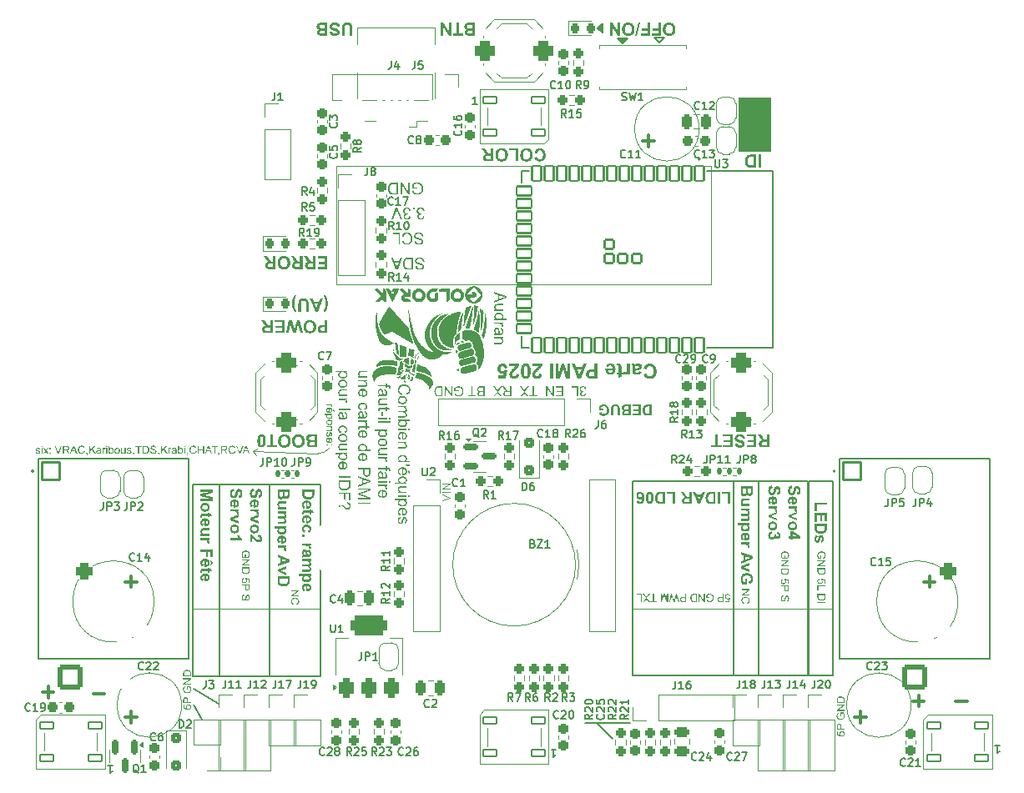
<source format=gbr>
%TF.GenerationSoftware,KiCad,Pcbnew,8.0.9*%
%TF.CreationDate,2025-06-10T00:45:35+02:00*%
%TF.ProjectId,Carte_Mere_PAMI_2025,43617274-655f-44d6-9572-655f50414d49,rev?*%
%TF.SameCoordinates,Original*%
%TF.FileFunction,Legend,Top*%
%TF.FilePolarity,Positive*%
%FSLAX46Y46*%
G04 Gerber Fmt 4.6, Leading zero omitted, Abs format (unit mm)*
G04 Created by KiCad (PCBNEW 8.0.9) date 2025-06-10 00:45:35*
%MOMM*%
%LPD*%
G01*
G04 APERTURE LIST*
G04 Aperture macros list*
%AMRoundRect*
0 Rectangle with rounded corners*
0 $1 Rounding radius*
0 $2 $3 $4 $5 $6 $7 $8 $9 X,Y pos of 4 corners*
0 Add a 4 corners polygon primitive as box body*
4,1,4,$2,$3,$4,$5,$6,$7,$8,$9,$2,$3,0*
0 Add four circle primitives for the rounded corners*
1,1,$1+$1,$2,$3*
1,1,$1+$1,$4,$5*
1,1,$1+$1,$6,$7*
1,1,$1+$1,$8,$9*
0 Add four rect primitives between the rounded corners*
20,1,$1+$1,$2,$3,$4,$5,0*
20,1,$1+$1,$4,$5,$6,$7,0*
20,1,$1+$1,$6,$7,$8,$9,0*
20,1,$1+$1,$8,$9,$2,$3,0*%
%AMFreePoly0*
4,1,19,0.500000,-0.750000,0.000000,-0.750000,0.000000,-0.744911,-0.071157,-0.744911,-0.207708,-0.704816,-0.327430,-0.627875,-0.420627,-0.520320,-0.479746,-0.390866,-0.500000,-0.250000,-0.500000,0.250000,-0.479746,0.390866,-0.420627,0.520320,-0.327430,0.627875,-0.207708,0.704816,-0.071157,0.744911,0.000000,0.744911,0.000000,0.750000,0.500000,0.750000,0.500000,-0.750000,0.500000,-0.750000,
$1*%
%AMFreePoly1*
4,1,19,0.000000,0.744911,0.071157,0.744911,0.207708,0.704816,0.327430,0.627875,0.420627,0.520320,0.479746,0.390866,0.500000,0.250000,0.500000,-0.250000,0.479746,-0.390866,0.420627,-0.520320,0.327430,-0.627875,0.207708,-0.704816,0.071157,-0.744911,0.000000,-0.744911,0.000000,-0.750000,-0.500000,-0.750000,-0.500000,0.750000,0.000000,0.750000,0.000000,0.744911,0.000000,0.744911,
$1*%
G04 Aperture macros list end*
%ADD10C,0.125000*%
%ADD11C,0.150000*%
%ADD12C,0.100000*%
%ADD13C,0.250000*%
%ADD14C,0.300000*%
%ADD15C,0.120000*%
%ADD16C,0.000000*%
%ADD17C,0.127000*%
%ADD18C,0.200000*%
%ADD19RoundRect,0.500000X-0.500000X-0.500000X0.500000X-0.500000X0.500000X0.500000X-0.500000X0.500000X0*%
%ADD20RoundRect,0.500000X0.500000X-0.500000X0.500000X0.500000X-0.500000X0.500000X-0.500000X-0.500000X0*%
%ADD21R,1.700000X1.700000*%
%ADD22O,1.700000X1.700000*%
%ADD23C,6.400000*%
%ADD24FreePoly0,90.000000*%
%ADD25FreePoly1,90.000000*%
%ADD26R,0.500000X2.500000*%
%ADD27R,2.000000X2.500000*%
%ADD28RoundRect,0.237500X-0.237500X0.300000X-0.237500X-0.300000X0.237500X-0.300000X0.237500X0.300000X0*%
%ADD29RoundRect,0.237500X0.300000X0.237500X-0.300000X0.237500X-0.300000X-0.237500X0.300000X-0.237500X0*%
%ADD30RoundRect,0.237500X0.237500X-0.250000X0.237500X0.250000X-0.237500X0.250000X-0.237500X-0.250000X0*%
%ADD31RoundRect,0.250000X-0.250000X-0.475000X0.250000X-0.475000X0.250000X0.475000X-0.250000X0.475000X0*%
%ADD32RoundRect,0.237500X0.237500X-0.300000X0.237500X0.300000X-0.237500X0.300000X-0.237500X-0.300000X0*%
%ADD33RoundRect,0.090000X0.660000X0.360000X-0.660000X0.360000X-0.660000X-0.360000X0.660000X-0.360000X0*%
%ADD34R,1.000000X0.750000*%
%ADD35RoundRect,0.237500X-0.237500X0.250000X-0.237500X-0.250000X0.237500X-0.250000X0.237500X0.250000X0*%
%ADD36RoundRect,0.250000X0.475000X-0.250000X0.475000X0.250000X-0.475000X0.250000X-0.475000X-0.250000X0*%
%ADD37RoundRect,0.102000X-0.900000X-0.900000X0.900000X-0.900000X0.900000X0.900000X-0.900000X0.900000X0*%
%ADD38C,2.004000*%
%ADD39RoundRect,0.237500X-0.250000X-0.237500X0.250000X-0.237500X0.250000X0.237500X-0.250000X0.237500X0*%
%ADD40RoundRect,0.250000X0.300000X-0.300000X0.300000X0.300000X-0.300000X0.300000X-0.300000X-0.300000X0*%
%ADD41RoundRect,0.375000X0.375000X-0.625000X0.375000X0.625000X-0.375000X0.625000X-0.375000X-0.625000X0*%
%ADD42RoundRect,0.500000X1.400000X-0.500000X1.400000X0.500000X-1.400000X0.500000X-1.400000X-0.500000X0*%
%ADD43RoundRect,0.135000X0.135000X0.185000X-0.135000X0.185000X-0.135000X-0.185000X0.135000X-0.185000X0*%
%ADD44R,0.250000X0.150000*%
%ADD45C,1.600000*%
%ADD46RoundRect,0.237500X0.250000X0.237500X-0.250000X0.237500X-0.250000X-0.237500X0.250000X-0.237500X0*%
%ADD47RoundRect,0.250000X-0.300000X0.300000X-0.300000X-0.300000X0.300000X-0.300000X0.300000X0.300000X0*%
%ADD48R,0.750000X1.000000*%
%ADD49C,1.700000*%
%ADD50RoundRect,0.090000X-0.660000X-0.360000X0.660000X-0.360000X0.660000X0.360000X-0.660000X0.360000X0*%
%ADD51RoundRect,0.150000X-0.150000X0.587500X-0.150000X-0.587500X0.150000X-0.587500X0.150000X0.587500X0*%
%ADD52RoundRect,0.135000X-0.135000X-0.185000X0.135000X-0.185000X0.135000X0.185000X-0.135000X0.185000X0*%
%ADD53RoundRect,0.218750X-0.218750X-0.256250X0.218750X-0.256250X0.218750X0.256250X-0.218750X0.256250X0*%
%ADD54RoundRect,0.237500X-0.300000X-0.237500X0.300000X-0.237500X0.300000X0.237500X-0.300000X0.237500X0*%
%ADD55RoundRect,0.102000X-0.450000X0.750000X-0.450000X-0.750000X0.450000X-0.750000X0.450000X0.750000X0*%
%ADD56RoundRect,0.102000X-0.750000X0.450000X-0.750000X-0.450000X0.750000X-0.450000X0.750000X0.450000X0*%
%ADD57RoundRect,0.102000X-0.450000X0.450000X-0.450000X-0.450000X0.450000X-0.450000X0.450000X0.450000X0*%
%ADD58C,5.500000*%
%ADD59RoundRect,0.250000X0.250000X0.475000X-0.250000X0.475000X-0.250000X-0.475000X0.250000X-0.475000X0*%
%ADD60RoundRect,0.150000X-0.587500X-0.150000X0.587500X-0.150000X0.587500X0.150000X-0.587500X0.150000X0*%
%ADD61O,2.200000X3.500000*%
%ADD62R,1.500000X2.500000*%
%ADD63O,1.500000X2.500000*%
%ADD64R,2.000000X2.000000*%
%ADD65C,2.000000*%
%ADD66RoundRect,0.425000X-0.425000X-0.425000X0.425000X-0.425000X0.425000X0.425000X-0.425000X0.425000X0*%
%ADD67RoundRect,0.249999X-1.025001X-1.025001X1.025001X-1.025001X1.025001X1.025001X-1.025001X1.025001X0*%
%ADD68C,2.550000*%
G04 APERTURE END LIST*
D10*
X32340000Y16030000D02*
X12050000Y16030000D01*
D11*
X-32570000Y28670000D02*
X-29920000Y28670000D01*
X-29920000Y9200000D01*
X-32570000Y9200000D01*
X-32570000Y28670000D01*
X-29920000Y28670000D02*
X-24820000Y28670000D01*
X-24820000Y9200000D01*
X-29920000Y9200000D01*
X-29920000Y28670000D01*
D12*
X22800000Y67925000D02*
X26025400Y67925000D01*
X26025400Y62475000D01*
X22800000Y62475000D01*
X22800000Y67925000D01*
G36*
X22800000Y67925000D02*
G01*
X26025400Y67925000D01*
X26025400Y62475000D01*
X22800000Y62475000D01*
X22800000Y67925000D01*
G37*
D10*
X-26500000Y32000000D02*
X-26200000Y31600000D01*
D11*
X-24820000Y28670000D02*
X-19654000Y28670000D01*
X-19654000Y9200000D01*
X-24820000Y9200000D01*
X-24820000Y28670000D01*
X11000000Y73460000D02*
X10500000Y73960000D01*
X11500000Y73960000D01*
X11000000Y73460000D01*
G36*
X11000000Y73460000D02*
G01*
X10500000Y73960000D01*
X11500000Y73960000D01*
X11000000Y73460000D01*
G37*
X22250000Y29000000D02*
X24840000Y29000000D01*
X24840000Y9230000D01*
X22250000Y9230000D01*
X22250000Y29000000D01*
X24840000Y29000000D02*
X29830000Y29000000D01*
X29830000Y9230000D01*
X24840000Y9230000D01*
X24840000Y29000000D01*
D10*
X-18745537Y32333118D02*
G75*
G02*
X-19900000Y31800000I-1054463J766882D01*
G01*
D11*
X7200000Y4400000D02*
X11800000Y4400000D01*
X-32500000Y7900000D02*
X-30000000Y6400000D01*
X14750000Y73500000D02*
X14250000Y74000000D01*
X15250000Y74000000D01*
X14750000Y73500000D01*
X8400000Y4400000D02*
X10000000Y2800000D01*
X-32500000Y6300000D02*
X-31700000Y4800000D01*
D10*
X-19654000Y16000000D02*
X-32570000Y16000000D01*
X-19900000Y31800000D02*
X-26500000Y32000000D01*
D11*
X9000000Y74500000D02*
X8500000Y75000000D01*
X9000000Y75500000D01*
X9000000Y74500000D01*
G36*
X9000000Y74500000D02*
G01*
X8500000Y75000000D01*
X9000000Y75500000D01*
X9000000Y74500000D01*
G37*
D10*
X-26100000Y32300000D02*
X-26500000Y32000000D01*
D11*
X29850000Y29000000D02*
X32340000Y29000000D01*
X32340000Y9230000D01*
X29850000Y9230000D01*
X29850000Y29000000D01*
X12050000Y29000000D02*
X22240000Y29000000D01*
X22240000Y9230000D01*
X12050000Y9230000D01*
X12050000Y29000000D01*
D13*
G36*
X-18933040Y44026635D02*
G01*
X-19357241Y44026635D01*
X-19428542Y44027116D01*
X-19503257Y44028961D01*
X-19575471Y44032864D01*
X-19644651Y44040650D01*
X-19671581Y44046321D01*
X-19732072Y44068228D01*
X-19786735Y44101085D01*
X-19835572Y44144893D01*
X-19860185Y44173962D01*
X-19896869Y44233875D01*
X-19919397Y44294764D01*
X-19932440Y44362836D01*
X-19936072Y44428293D01*
X-19935867Y44432103D01*
X-19663643Y44432103D01*
X-19653165Y44368044D01*
X-19621731Y44316210D01*
X-19570837Y44277308D01*
X-19515363Y44259057D01*
X-19450011Y44252675D01*
X-19383109Y44250592D01*
X-19325171Y44250166D01*
X-19197530Y44250166D01*
X-19197530Y44615944D01*
X-19342317Y44615944D01*
X-19413957Y44614694D01*
X-19479085Y44610299D01*
X-19544250Y44598363D01*
X-19551243Y44595941D01*
X-19608197Y44561609D01*
X-19633797Y44532438D01*
X-19659446Y44473003D01*
X-19663643Y44432103D01*
X-19935867Y44432103D01*
X-19932606Y44492790D01*
X-19920624Y44557385D01*
X-19897560Y44619844D01*
X-19892255Y44630233D01*
X-19856087Y44686716D01*
X-19809449Y44736720D01*
X-19781124Y44758826D01*
X-19726013Y44791562D01*
X-19665724Y44815212D01*
X-19643957Y44820742D01*
X-19576541Y44830621D01*
X-19510686Y44835890D01*
X-19444370Y44838579D01*
X-19369941Y44839475D01*
X-19197530Y44839475D01*
X-19197530Y45347500D01*
X-18933040Y45347500D01*
X-18933040Y44026635D01*
G37*
G36*
X-20658068Y45365023D02*
G01*
X-20590650Y45356629D01*
X-20526973Y45342639D01*
X-20452638Y45317281D01*
X-20384147Y45283179D01*
X-20321501Y45240333D01*
X-20264700Y45188743D01*
X-20215031Y45129387D01*
X-20173781Y45063442D01*
X-20140948Y44990908D01*
X-20120744Y44928136D01*
X-20105927Y44861148D01*
X-20096499Y44789943D01*
X-20092458Y44714520D01*
X-20092289Y44695006D01*
X-20094388Y44621901D01*
X-20100684Y44553329D01*
X-20111177Y44489289D01*
X-20128723Y44420303D01*
X-20151982Y44357487D01*
X-20183126Y44296625D01*
X-20220596Y44239857D01*
X-20264390Y44187182D01*
X-20273908Y44177138D01*
X-20323725Y44131160D01*
X-20376332Y44093244D01*
X-20437423Y44060848D01*
X-20443144Y44058387D01*
X-20506747Y44035605D01*
X-20574993Y44019332D01*
X-20638517Y44010433D01*
X-20705597Y44006518D01*
X-20725416Y44006314D01*
X-20795998Y44009137D01*
X-20862960Y44017606D01*
X-20926299Y44031720D01*
X-21000380Y44057303D01*
X-21068803Y44091707D01*
X-21131566Y44134933D01*
X-21188671Y44186981D01*
X-21238706Y44246789D01*
X-21280261Y44313497D01*
X-21307398Y44371831D01*
X-21329109Y44434580D01*
X-21345391Y44501744D01*
X-21356246Y44573324D01*
X-21361674Y44649319D01*
X-21362243Y44682623D01*
X-21088971Y44682623D01*
X-21086560Y44614118D01*
X-21077303Y44539403D01*
X-21061102Y44472858D01*
X-21033426Y44405550D01*
X-20996299Y44349364D01*
X-20990224Y44342246D01*
X-20943938Y44298449D01*
X-20883486Y44261568D01*
X-20814977Y44238736D01*
X-20748422Y44230284D01*
X-20728273Y44229845D01*
X-20659772Y44235285D01*
X-20597348Y44251602D01*
X-20533448Y44283572D01*
X-20477486Y44329751D01*
X-20464735Y44343516D01*
X-20425764Y44398762D01*
X-20396364Y44465039D01*
X-20378783Y44530627D01*
X-20368234Y44604319D01*
X-20364816Y44671920D01*
X-20364718Y44686115D01*
X-20367222Y44753905D01*
X-20376836Y44828234D01*
X-20393662Y44894905D01*
X-20417699Y44953918D01*
X-20454856Y45013088D01*
X-20467275Y45028080D01*
X-20514927Y45073361D01*
X-20575860Y45111493D01*
X-20643699Y45135098D01*
X-20708724Y45143837D01*
X-20728273Y45144290D01*
X-20794732Y45138775D01*
X-20864025Y45118965D01*
X-20926214Y45084748D01*
X-20974801Y45042989D01*
X-20987684Y45029032D01*
X-21027150Y44972953D01*
X-21056923Y44905842D01*
X-21074728Y44839540D01*
X-21085410Y44765133D01*
X-21088872Y44696937D01*
X-21088971Y44682623D01*
X-21362243Y44682623D01*
X-21362352Y44688973D01*
X-21359658Y44766501D01*
X-21351577Y44839694D01*
X-21338107Y44908550D01*
X-21319249Y44973070D01*
X-21295004Y45033254D01*
X-21257121Y45102387D01*
X-21210819Y45164744D01*
X-21189941Y45187790D01*
X-21133233Y45239655D01*
X-21070867Y45282729D01*
X-21002841Y45317012D01*
X-20929157Y45342505D01*
X-20866135Y45356570D01*
X-20799491Y45365009D01*
X-20729226Y45367822D01*
X-20658068Y45365023D01*
G37*
G36*
X-21746546Y45347500D02*
G01*
X-21434111Y44026635D01*
X-21704634Y44026635D01*
X-21901811Y44934095D01*
X-22141218Y44026635D01*
X-22455559Y44026635D01*
X-22685123Y44949336D01*
X-22886110Y44026635D01*
X-23152188Y44026635D01*
X-22834355Y45347500D01*
X-22553989Y45347500D01*
X-22292991Y44360027D01*
X-22033263Y45347500D01*
X-21746546Y45347500D01*
G37*
G36*
X-23277924Y45347500D02*
G01*
X-23277924Y44026635D01*
X-24248570Y44026635D01*
X-24248570Y44250166D01*
X-23542415Y44250166D01*
X-23542415Y44534660D01*
X-24199673Y44534660D01*
X-24199673Y44758191D01*
X-23542415Y44758191D01*
X-23542415Y45123969D01*
X-24273654Y45123969D01*
X-24273654Y45347500D01*
X-23277924Y45347500D01*
G37*
G36*
X-25161428Y45056974D02*
G01*
X-25125473Y45004453D01*
X-25084583Y44946616D01*
X-25044800Y44893909D01*
X-25022038Y44867417D01*
X-24970949Y44826407D01*
X-24942659Y44813439D01*
X-24879936Y44801629D01*
X-24815268Y44798848D01*
X-24809620Y44798833D01*
X-24755960Y44798833D01*
X-24755960Y45347500D01*
X-24491787Y45347500D01*
X-24491787Y44026635D01*
X-25048074Y44026635D01*
X-25122738Y44027885D01*
X-25189319Y44031636D01*
X-25256783Y44039172D01*
X-25320416Y44051952D01*
X-25352890Y44062197D01*
X-25413875Y44093211D01*
X-25465856Y44137358D01*
X-25505297Y44188886D01*
X-25535436Y44248414D01*
X-25554413Y44313089D01*
X-25562227Y44382911D01*
X-25562450Y44397494D01*
X-25561556Y44409242D01*
X-25290021Y44409242D01*
X-25278870Y44344308D01*
X-25254777Y44304779D01*
X-25202626Y44267946D01*
X-25155077Y44254611D01*
X-25090860Y44251278D01*
X-25026482Y44250379D01*
X-24962345Y44250166D01*
X-24755960Y44250166D01*
X-24755960Y44575302D01*
X-24951550Y44575302D01*
X-25017848Y44574755D01*
X-25082499Y44572735D01*
X-25151137Y44567265D01*
X-25189051Y44559744D01*
X-25244348Y44527259D01*
X-25263033Y44505449D01*
X-25287386Y44443468D01*
X-25290021Y44409242D01*
X-25561556Y44409242D01*
X-25557032Y44468696D01*
X-25540779Y44533390D01*
X-25513691Y44591575D01*
X-25475768Y44643251D01*
X-25427208Y44687207D01*
X-25367892Y44722233D01*
X-25307168Y44745555D01*
X-25238208Y44762040D01*
X-25216993Y44765494D01*
X-25272367Y44801366D01*
X-25324646Y44843151D01*
X-25358287Y44876307D01*
X-25401284Y44928670D01*
X-25438304Y44980703D01*
X-25474669Y45035869D01*
X-25508790Y45090313D01*
X-25668818Y45347500D01*
X-25352572Y45347500D01*
X-25161428Y45056974D01*
G37*
G36*
X-19347398Y47897279D02*
G01*
X-19174987Y47897279D01*
X-19133909Y47833586D01*
X-19096011Y47769119D01*
X-19061290Y47703876D01*
X-19029748Y47637858D01*
X-19001384Y47571065D01*
X-18976198Y47503497D01*
X-18967014Y47476253D01*
X-18946433Y47408237D01*
X-18929340Y47340918D01*
X-18915735Y47274297D01*
X-18905619Y47208374D01*
X-18898991Y47143148D01*
X-18895852Y47078620D01*
X-18895573Y47053004D01*
X-18897735Y46974391D01*
X-18904224Y46897112D01*
X-18915038Y46821165D01*
X-18930177Y46746552D01*
X-18949642Y46673272D01*
X-18973432Y46601326D01*
X-18984160Y46572921D01*
X-19009172Y46512253D01*
X-19036184Y46453089D01*
X-19065196Y46395430D01*
X-19096208Y46339274D01*
X-19129220Y46284622D01*
X-19164232Y46231473D01*
X-19178797Y46210635D01*
X-19350255Y46210635D01*
X-19320885Y46275840D01*
X-19293896Y46338574D01*
X-19269289Y46398838D01*
X-19241878Y46470693D01*
X-19218189Y46538687D01*
X-19198220Y46602821D01*
X-19181972Y46663095D01*
X-19166326Y46733781D01*
X-19153916Y46806052D01*
X-19144744Y46879907D01*
X-19138810Y46955348D01*
X-19136337Y47019427D01*
X-19135932Y47058402D01*
X-19137619Y47130776D01*
X-19141862Y47194852D01*
X-19148689Y47259626D01*
X-19158098Y47325100D01*
X-19162921Y47353374D01*
X-19175825Y47418644D01*
X-19190643Y47482485D01*
X-19207375Y47544898D01*
X-19226022Y47605884D01*
X-19237537Y47640091D01*
X-19261773Y47703681D01*
X-19287769Y47765537D01*
X-19315335Y47827670D01*
X-19342542Y47886877D01*
X-19347398Y47897279D01*
G37*
G36*
X-20317726Y47226685D02*
G01*
X-19794142Y47226685D01*
X-19686187Y47531500D01*
X-19405820Y47531500D01*
X-19915751Y46210635D01*
X-20195164Y46210635D01*
X-20509695Y47003154D01*
X-20232631Y47003154D01*
X-20052282Y46535771D01*
X-19875426Y47003154D01*
X-20232631Y47003154D01*
X-20509695Y47003154D01*
X-20719383Y47531500D01*
X-20432031Y47531500D01*
X-20317726Y47226685D01*
G37*
G36*
X-20850199Y46210635D02*
G01*
X-21114690Y46210635D01*
X-21114690Y46927586D01*
X-21115161Y46996439D01*
X-21116853Y47061063D01*
X-21121188Y47125425D01*
X-21124533Y47148577D01*
X-21145962Y47209327D01*
X-21186385Y47262913D01*
X-21205182Y47279076D01*
X-21264945Y47310940D01*
X-21327465Y47325215D01*
X-21379816Y47328290D01*
X-21444838Y47323763D01*
X-21508540Y47306379D01*
X-21549686Y47281933D01*
X-21593221Y47233571D01*
X-21617511Y47171834D01*
X-21618270Y47167628D01*
X-21625429Y47104313D01*
X-21628630Y47040301D01*
X-21629915Y46971509D01*
X-21630018Y46942826D01*
X-21630018Y46210635D01*
X-21894191Y46210635D01*
X-21894191Y46903137D01*
X-21893664Y46973953D01*
X-21892083Y47037963D01*
X-21888793Y47105791D01*
X-21883037Y47172537D01*
X-21872600Y47238751D01*
X-21853660Y47302601D01*
X-21823156Y47364041D01*
X-21793539Y47404494D01*
X-21744944Y47451139D01*
X-21690749Y47487151D01*
X-21639543Y47511815D01*
X-21573615Y47532912D01*
X-21504365Y47545219D01*
X-21434923Y47550845D01*
X-21387753Y47551822D01*
X-21320673Y47550292D01*
X-21250427Y47544642D01*
X-21180712Y47533088D01*
X-21115757Y47513589D01*
X-21103259Y47508322D01*
X-21046702Y47478425D01*
X-20993657Y47439736D01*
X-20950217Y47394969D01*
X-20913469Y47341641D01*
X-20885853Y47281753D01*
X-20876236Y47248594D01*
X-20864845Y47185170D01*
X-20857548Y47118605D01*
X-20853276Y47053326D01*
X-20850835Y46980456D01*
X-20850199Y46913932D01*
X-20850199Y46210635D01*
G37*
G36*
X-22093908Y47897279D02*
G01*
X-22124302Y47832413D01*
X-22150472Y47774505D01*
X-22177913Y47710278D01*
X-22198371Y47657554D01*
X-22218764Y47597360D01*
X-22238032Y47531163D01*
X-22254571Y47465775D01*
X-22269511Y47398793D01*
X-22281783Y47333981D01*
X-22292203Y47265195D01*
X-22292991Y47259072D01*
X-22300222Y47191095D01*
X-22304451Y47122066D01*
X-22305691Y47058402D01*
X-22304575Y46993663D01*
X-22301226Y46930025D01*
X-22294261Y46855113D01*
X-22284080Y46781785D01*
X-22270685Y46710043D01*
X-22259969Y46663095D01*
X-22240230Y46590303D01*
X-22219636Y46525397D01*
X-22195275Y46456630D01*
X-22167147Y46384003D01*
X-22141932Y46323122D01*
X-22114305Y46259770D01*
X-22092003Y46210635D01*
X-22262827Y46210635D01*
X-22303516Y46270132D01*
X-22341244Y46330745D01*
X-22376011Y46392475D01*
X-22407817Y46455321D01*
X-22436662Y46519283D01*
X-22462545Y46584361D01*
X-22472070Y46610705D01*
X-22493565Y46676943D01*
X-22511418Y46743491D01*
X-22525627Y46810349D01*
X-22536193Y46877517D01*
X-22543115Y46944996D01*
X-22546394Y47012784D01*
X-22546686Y47039986D01*
X-22544610Y47109626D01*
X-22538381Y47181142D01*
X-22527999Y47254533D01*
X-22516176Y47317124D01*
X-22501470Y47381018D01*
X-22487628Y47433071D01*
X-22464667Y47506440D01*
X-22437458Y47579500D01*
X-22406001Y47652249D01*
X-22377777Y47710226D01*
X-22346834Y47768004D01*
X-22313172Y47825583D01*
X-22276792Y47882964D01*
X-22267272Y47897279D01*
X-22093908Y47897279D01*
G37*
D11*
G36*
X-26396086Y28239818D02*
G01*
X-26377328Y28002414D01*
X-26437745Y27986902D01*
X-26493456Y27961508D01*
X-26540852Y27923658D01*
X-26547907Y27915659D01*
X-26578944Y27865121D01*
X-26597098Y27803776D01*
X-26602422Y27738632D01*
X-26598550Y27676947D01*
X-26585167Y27619176D01*
X-26556487Y27564812D01*
X-26553476Y27561019D01*
X-26507250Y27520146D01*
X-26450749Y27501754D01*
X-26438584Y27501228D01*
X-26380331Y27516613D01*
X-26366776Y27526434D01*
X-26331205Y27575547D01*
X-26315192Y27614068D01*
X-26297257Y27672692D01*
X-26280868Y27732479D01*
X-26265493Y27790936D01*
X-26260677Y27809560D01*
X-26244486Y27867980D01*
X-26223658Y27930546D01*
X-26201305Y27984889D01*
X-26173300Y28037897D01*
X-26138751Y28084773D01*
X-26092523Y28128170D01*
X-26042060Y28160908D01*
X-25987361Y28182987D01*
X-25928426Y28194408D01*
X-25892848Y28196148D01*
X-25830191Y28189983D01*
X-25770373Y28171489D01*
X-25718458Y28143978D01*
X-25671340Y28106694D01*
X-25631836Y28060424D01*
X-25599945Y28005166D01*
X-25594481Y27993036D01*
X-25573937Y27934277D01*
X-25561320Y27876675D01*
X-25554016Y27814018D01*
X-25551982Y27755045D01*
X-25554480Y27686718D01*
X-25561972Y27623887D01*
X-25574458Y27566551D01*
X-25596035Y27505002D01*
X-25624803Y27451366D01*
X-25654271Y27412715D01*
X-25702290Y27367552D01*
X-25756845Y27332853D01*
X-25817936Y27308616D01*
X-25875501Y27296169D01*
X-25927139Y27291668D01*
X-25927139Y27535813D01*
X-25866785Y27552533D01*
X-25814396Y27584854D01*
X-25797886Y27602931D01*
X-25770838Y27657940D01*
X-25759710Y27720809D01*
X-25758319Y27757683D01*
X-25762498Y27819530D01*
X-25776747Y27877247D01*
X-25801110Y27924159D01*
X-25850404Y27959787D01*
X-25874969Y27962847D01*
X-25931078Y27942404D01*
X-25946776Y27926504D01*
X-25976136Y27873404D01*
X-25996579Y27817350D01*
X-26015038Y27754749D01*
X-26028549Y27702289D01*
X-26044877Y27638730D01*
X-26061329Y27581705D01*
X-26080680Y27523431D01*
X-26103001Y27467721D01*
X-26117063Y27438800D01*
X-26148507Y27389129D01*
X-26190567Y27342887D01*
X-26240454Y27305443D01*
X-26298584Y27277910D01*
X-26358942Y27262797D01*
X-26419383Y27257272D01*
X-26433601Y27257083D01*
X-26497526Y27262722D01*
X-26558875Y27279637D01*
X-26617648Y27307830D01*
X-26629093Y27314822D01*
X-26676657Y27351079D01*
X-26716801Y27394894D01*
X-26749526Y27446267D01*
X-26764502Y27478074D01*
X-26783864Y27534073D01*
X-26797694Y27596556D01*
X-26805258Y27656549D01*
X-26808585Y27721506D01*
X-26808758Y27740977D01*
X-26806190Y27810004D01*
X-26798483Y27873835D01*
X-26785639Y27932472D01*
X-26763444Y27995979D01*
X-26733851Y28052006D01*
X-26703539Y28092980D01*
X-26660581Y28135559D01*
X-26610844Y28171194D01*
X-26554326Y28199884D01*
X-26491029Y28221628D01*
X-26433102Y28234444D01*
X-26396086Y28239818D01*
G37*
G36*
X-26289924Y27124760D02*
G01*
X-26228552Y27116431D01*
X-26161026Y27099107D01*
X-26100178Y27073786D01*
X-26046006Y27040470D01*
X-26013601Y27013817D01*
X-25971468Y26969050D01*
X-25938052Y26920037D01*
X-25913354Y26866779D01*
X-25897372Y26809276D01*
X-25890108Y26747528D01*
X-25889624Y26726001D01*
X-25892779Y26667012D01*
X-25904897Y26601534D01*
X-25926102Y26541846D01*
X-25956396Y26487950D01*
X-25995778Y26439844D01*
X-26018877Y26417962D01*
X-26072180Y26379690D01*
X-26135147Y26349722D01*
X-26195003Y26331094D01*
X-26261572Y26318232D01*
X-26334852Y26311138D01*
X-26398308Y26309615D01*
X-26414843Y26309812D01*
X-26414843Y26539888D01*
X-26264781Y26539888D01*
X-26206334Y26545962D01*
X-26148742Y26565416D01*
X-26111201Y26591765D01*
X-26075137Y26639202D01*
X-26058908Y26699115D01*
X-26058444Y26712226D01*
X-26069047Y26773399D01*
X-26100856Y26824585D01*
X-26113839Y26837376D01*
X-26165615Y26869301D01*
X-26225000Y26884002D01*
X-26264781Y26886029D01*
X-26264781Y26539888D01*
X-26414843Y26539888D01*
X-26414843Y26890133D01*
X-26476885Y26883658D01*
X-26534420Y26864966D01*
X-26580733Y26834152D01*
X-26619066Y26786220D01*
X-26637856Y26729580D01*
X-26639938Y26700502D01*
X-26630535Y26642210D01*
X-26613266Y26609351D01*
X-26567219Y26569921D01*
X-26527391Y26553077D01*
X-26564906Y26322121D01*
X-26620997Y26347620D01*
X-26675603Y26384014D01*
X-26721213Y26428568D01*
X-26746623Y26462805D01*
X-26776659Y26520541D01*
X-26795106Y26578285D01*
X-26805785Y26642073D01*
X-26808758Y26702847D01*
X-26805102Y26771383D01*
X-26794132Y26834109D01*
X-26775850Y26891024D01*
X-26744258Y26951653D01*
X-26702135Y27003914D01*
X-26658989Y27041075D01*
X-26603414Y27074764D01*
X-26541837Y27100179D01*
X-26484279Y27115378D01*
X-26422310Y27124497D01*
X-26355932Y27127537D01*
X-26289924Y27124760D01*
G37*
G36*
X-26790000Y25903880D02*
G01*
X-26790000Y26135422D01*
X-25908382Y26135422D01*
X-25908382Y25920293D01*
X-26032945Y25920293D01*
X-25983732Y25886942D01*
X-25937471Y25846839D01*
X-25917174Y25821228D01*
X-25894171Y25764437D01*
X-25889624Y25720698D01*
X-25896301Y25662171D01*
X-25916332Y25605293D01*
X-25937104Y25568290D01*
X-26152820Y25640098D01*
X-26125471Y25693185D01*
X-26114718Y25748835D01*
X-26126078Y25806381D01*
X-26141096Y25831486D01*
X-26190670Y25868008D01*
X-26236351Y25884536D01*
X-26301338Y25895549D01*
X-26361266Y25900177D01*
X-26424131Y25902671D01*
X-26484625Y25903710D01*
X-26524460Y25903880D01*
X-26790000Y25903880D01*
G37*
G36*
X-26790000Y25231821D02*
G01*
X-25908382Y25584703D01*
X-25908382Y25341437D01*
X-26358277Y25176720D01*
X-26508633Y25128946D01*
X-26452304Y25110628D01*
X-26433015Y25104913D01*
X-26377016Y25086778D01*
X-26358277Y25080293D01*
X-25908382Y24913817D01*
X-25908382Y24675534D01*
X-26790000Y25023433D01*
X-26790000Y25231821D01*
G37*
G36*
X-26272198Y24587212D02*
G01*
X-26208720Y24573719D01*
X-26153307Y24554173D01*
X-26112373Y24534850D01*
X-26061357Y24503452D01*
X-26011627Y24461036D01*
X-25970012Y24411108D01*
X-25946776Y24373650D01*
X-25921772Y24319977D01*
X-25903912Y24263301D01*
X-25893196Y24203620D01*
X-25889624Y24140935D01*
X-25892786Y24080589D01*
X-25904931Y24012803D01*
X-25926185Y23950065D01*
X-25956548Y23892377D01*
X-25996019Y23839737D01*
X-26019170Y23815310D01*
X-26070161Y23772181D01*
X-26125974Y23737976D01*
X-26186610Y23712693D01*
X-26252068Y23696334D01*
X-26310300Y23689517D01*
X-26346846Y23688402D01*
X-26407468Y23691536D01*
X-26475832Y23703571D01*
X-26539414Y23724632D01*
X-26598216Y23754720D01*
X-26652236Y23793834D01*
X-26677453Y23816776D01*
X-26722077Y23867135D01*
X-26757467Y23922151D01*
X-26783626Y23981825D01*
X-26800552Y24046157D01*
X-26808245Y24115145D01*
X-26808758Y24139176D01*
X-26808708Y24140056D01*
X-26639938Y24140056D01*
X-26631106Y24081255D01*
X-26601328Y24025009D01*
X-26565199Y23988234D01*
X-26511693Y23955777D01*
X-26452231Y23936843D01*
X-26390384Y23928188D01*
X-26347432Y23926685D01*
X-26281853Y23930532D01*
X-26224334Y23942072D01*
X-26169259Y23964252D01*
X-26133476Y23988234D01*
X-26090758Y24033811D01*
X-26064379Y24091431D01*
X-26058444Y24140056D01*
X-26067310Y24198925D01*
X-26097206Y24255405D01*
X-26133476Y24292463D01*
X-26186656Y24325075D01*
X-26245579Y24344099D01*
X-26306753Y24352796D01*
X-26349191Y24354306D01*
X-26415558Y24350440D01*
X-26473682Y24338845D01*
X-26529218Y24316560D01*
X-26565199Y24292463D01*
X-26607751Y24246553D01*
X-26634026Y24188727D01*
X-26639938Y24140056D01*
X-26808708Y24140056D01*
X-26805351Y24198711D01*
X-26795130Y24256853D01*
X-26778094Y24313603D01*
X-26754243Y24368960D01*
X-26723670Y24420215D01*
X-26681700Y24470081D01*
X-26631707Y24511693D01*
X-26593922Y24534850D01*
X-26538290Y24559726D01*
X-26476906Y24577495D01*
X-26418476Y24587212D01*
X-26355642Y24591488D01*
X-26336881Y24591710D01*
X-26272198Y24587212D01*
G37*
G36*
X-26564906Y22779525D02*
G01*
X-26790000Y22779525D01*
X-26790000Y23591682D01*
X-26730283Y23581790D01*
X-26672178Y23565303D01*
X-26615684Y23542223D01*
X-26560803Y23512547D01*
X-26509979Y23477539D01*
X-26461035Y23437731D01*
X-26416454Y23397647D01*
X-26368425Y23351281D01*
X-26316946Y23298632D01*
X-26273280Y23251989D01*
X-26230317Y23205950D01*
X-26184787Y23158524D01*
X-26139978Y23113977D01*
X-26095513Y23073766D01*
X-26077202Y23059721D01*
X-26024034Y23030609D01*
X-25966992Y23014233D01*
X-25936518Y23011947D01*
X-25876115Y23019913D01*
X-25823707Y23048526D01*
X-25818402Y23053566D01*
X-25786157Y23106720D01*
X-25777077Y23168458D01*
X-25786608Y23230033D01*
X-25817785Y23281232D01*
X-25820454Y23283936D01*
X-25873743Y23316131D01*
X-25934550Y23330481D01*
X-25964655Y23333468D01*
X-25941794Y23564424D01*
X-25882527Y23555859D01*
X-25818643Y23539895D01*
X-25762651Y23517727D01*
X-25707302Y23484026D01*
X-25662697Y23441881D01*
X-25657202Y23435171D01*
X-25623512Y23384876D01*
X-25598097Y23329391D01*
X-25580957Y23268718D01*
X-25572091Y23202855D01*
X-25570740Y23162889D01*
X-25574120Y23098534D01*
X-25584259Y23039557D01*
X-25604631Y22977549D01*
X-25634204Y22922862D01*
X-25666874Y22881814D01*
X-25711063Y22841958D01*
X-25767093Y22808394D01*
X-25829023Y22787617D01*
X-25888049Y22779925D01*
X-25905744Y22779525D01*
X-25965562Y22783647D01*
X-26023237Y22796012D01*
X-26060496Y22808835D01*
X-26116481Y22835597D01*
X-26169611Y22868530D01*
X-26214369Y22901451D01*
X-26260970Y22942585D01*
X-26304577Y22985877D01*
X-26349567Y23033312D01*
X-26367949Y23053273D01*
X-26408477Y23097387D01*
X-26451187Y23142812D01*
X-26494215Y23185997D01*
X-26501012Y23192198D01*
X-26547292Y23228576D01*
X-26564906Y23239679D01*
X-26564906Y22779525D01*
G37*
G36*
X-28412086Y28239818D02*
G01*
X-28393328Y28002414D01*
X-28453745Y27986902D01*
X-28509456Y27961508D01*
X-28556852Y27923658D01*
X-28563907Y27915659D01*
X-28594944Y27865121D01*
X-28613098Y27803776D01*
X-28618422Y27738632D01*
X-28614550Y27676947D01*
X-28601167Y27619176D01*
X-28572487Y27564812D01*
X-28569476Y27561019D01*
X-28523250Y27520146D01*
X-28466749Y27501754D01*
X-28454584Y27501228D01*
X-28396331Y27516613D01*
X-28382776Y27526434D01*
X-28347205Y27575547D01*
X-28331192Y27614068D01*
X-28313257Y27672692D01*
X-28296868Y27732479D01*
X-28281493Y27790936D01*
X-28276677Y27809560D01*
X-28260486Y27867980D01*
X-28239658Y27930546D01*
X-28217305Y27984889D01*
X-28189300Y28037897D01*
X-28154751Y28084773D01*
X-28108523Y28128170D01*
X-28058060Y28160908D01*
X-28003361Y28182987D01*
X-27944426Y28194408D01*
X-27908848Y28196148D01*
X-27846191Y28189983D01*
X-27786373Y28171489D01*
X-27734458Y28143978D01*
X-27687340Y28106694D01*
X-27647836Y28060424D01*
X-27615945Y28005166D01*
X-27610481Y27993036D01*
X-27589937Y27934277D01*
X-27577320Y27876675D01*
X-27570016Y27814018D01*
X-27567982Y27755045D01*
X-27570480Y27686718D01*
X-27577972Y27623887D01*
X-27590458Y27566551D01*
X-27612035Y27505002D01*
X-27640803Y27451366D01*
X-27670271Y27412715D01*
X-27718290Y27367552D01*
X-27772845Y27332853D01*
X-27833936Y27308616D01*
X-27891501Y27296169D01*
X-27943139Y27291668D01*
X-27943139Y27535813D01*
X-27882785Y27552533D01*
X-27830396Y27584854D01*
X-27813886Y27602931D01*
X-27786838Y27657940D01*
X-27775710Y27720809D01*
X-27774319Y27757683D01*
X-27778498Y27819530D01*
X-27792747Y27877247D01*
X-27817110Y27924159D01*
X-27866404Y27959787D01*
X-27890969Y27962847D01*
X-27947078Y27942404D01*
X-27962776Y27926504D01*
X-27992136Y27873404D01*
X-28012579Y27817350D01*
X-28031038Y27754749D01*
X-28044549Y27702289D01*
X-28060877Y27638730D01*
X-28077329Y27581705D01*
X-28096680Y27523431D01*
X-28119001Y27467721D01*
X-28133063Y27438800D01*
X-28164507Y27389129D01*
X-28206567Y27342887D01*
X-28256454Y27305443D01*
X-28314584Y27277910D01*
X-28374942Y27262797D01*
X-28435383Y27257272D01*
X-28449601Y27257083D01*
X-28513526Y27262722D01*
X-28574875Y27279637D01*
X-28633648Y27307830D01*
X-28645093Y27314822D01*
X-28692657Y27351079D01*
X-28732801Y27394894D01*
X-28765526Y27446267D01*
X-28780502Y27478074D01*
X-28799864Y27534073D01*
X-28813694Y27596556D01*
X-28821258Y27656549D01*
X-28824585Y27721506D01*
X-28824758Y27740977D01*
X-28822190Y27810004D01*
X-28814483Y27873835D01*
X-28801639Y27932472D01*
X-28779444Y27995979D01*
X-28749851Y28052006D01*
X-28719539Y28092980D01*
X-28676581Y28135559D01*
X-28626844Y28171194D01*
X-28570326Y28199884D01*
X-28507029Y28221628D01*
X-28449102Y28234444D01*
X-28412086Y28239818D01*
G37*
G36*
X-28305924Y27124760D02*
G01*
X-28244552Y27116431D01*
X-28177026Y27099107D01*
X-28116178Y27073786D01*
X-28062006Y27040470D01*
X-28029601Y27013817D01*
X-27987468Y26969050D01*
X-27954052Y26920037D01*
X-27929354Y26866779D01*
X-27913372Y26809276D01*
X-27906108Y26747528D01*
X-27905624Y26726001D01*
X-27908779Y26667012D01*
X-27920897Y26601534D01*
X-27942102Y26541846D01*
X-27972396Y26487950D01*
X-28011778Y26439844D01*
X-28034877Y26417962D01*
X-28088180Y26379690D01*
X-28151147Y26349722D01*
X-28211003Y26331094D01*
X-28277572Y26318232D01*
X-28350852Y26311138D01*
X-28414308Y26309615D01*
X-28430843Y26309812D01*
X-28430843Y26539888D01*
X-28280781Y26539888D01*
X-28222334Y26545962D01*
X-28164742Y26565416D01*
X-28127201Y26591765D01*
X-28091137Y26639202D01*
X-28074908Y26699115D01*
X-28074444Y26712226D01*
X-28085047Y26773399D01*
X-28116856Y26824585D01*
X-28129839Y26837376D01*
X-28181615Y26869301D01*
X-28241000Y26884002D01*
X-28280781Y26886029D01*
X-28280781Y26539888D01*
X-28430843Y26539888D01*
X-28430843Y26890133D01*
X-28492885Y26883658D01*
X-28550420Y26864966D01*
X-28596733Y26834152D01*
X-28635066Y26786220D01*
X-28653856Y26729580D01*
X-28655938Y26700502D01*
X-28646535Y26642210D01*
X-28629266Y26609351D01*
X-28583219Y26569921D01*
X-28543391Y26553077D01*
X-28580906Y26322121D01*
X-28636997Y26347620D01*
X-28691603Y26384014D01*
X-28737213Y26428568D01*
X-28762623Y26462805D01*
X-28792659Y26520541D01*
X-28811106Y26578285D01*
X-28821785Y26642073D01*
X-28824758Y26702847D01*
X-28821102Y26771383D01*
X-28810132Y26834109D01*
X-28791850Y26891024D01*
X-28760258Y26951653D01*
X-28718135Y27003914D01*
X-28674989Y27041075D01*
X-28619414Y27074764D01*
X-28557837Y27100179D01*
X-28500279Y27115378D01*
X-28438310Y27124497D01*
X-28371932Y27127537D01*
X-28305924Y27124760D01*
G37*
G36*
X-28806000Y25903880D02*
G01*
X-28806000Y26135422D01*
X-27924382Y26135422D01*
X-27924382Y25920293D01*
X-28048945Y25920293D01*
X-27999732Y25886942D01*
X-27953471Y25846839D01*
X-27933174Y25821228D01*
X-27910171Y25764437D01*
X-27905624Y25720698D01*
X-27912301Y25662171D01*
X-27932332Y25605293D01*
X-27953104Y25568290D01*
X-28168820Y25640098D01*
X-28141471Y25693185D01*
X-28130718Y25748835D01*
X-28142078Y25806381D01*
X-28157096Y25831486D01*
X-28206670Y25868008D01*
X-28252351Y25884536D01*
X-28317338Y25895549D01*
X-28377266Y25900177D01*
X-28440131Y25902671D01*
X-28500625Y25903710D01*
X-28540460Y25903880D01*
X-28806000Y25903880D01*
G37*
G36*
X-28806000Y25231821D02*
G01*
X-27924382Y25584703D01*
X-27924382Y25341437D01*
X-28374277Y25176720D01*
X-28524633Y25128946D01*
X-28468304Y25110628D01*
X-28449015Y25104913D01*
X-28393016Y25086778D01*
X-28374277Y25080293D01*
X-27924382Y24913817D01*
X-27924382Y24675534D01*
X-28806000Y25023433D01*
X-28806000Y25231821D01*
G37*
G36*
X-28288198Y24587212D02*
G01*
X-28224720Y24573719D01*
X-28169307Y24554173D01*
X-28128373Y24534850D01*
X-28077357Y24503452D01*
X-28027627Y24461036D01*
X-27986012Y24411108D01*
X-27962776Y24373650D01*
X-27937772Y24319977D01*
X-27919912Y24263301D01*
X-27909196Y24203620D01*
X-27905624Y24140935D01*
X-27908786Y24080589D01*
X-27920931Y24012803D01*
X-27942185Y23950065D01*
X-27972548Y23892377D01*
X-28012019Y23839737D01*
X-28035170Y23815310D01*
X-28086161Y23772181D01*
X-28141974Y23737976D01*
X-28202610Y23712693D01*
X-28268068Y23696334D01*
X-28326300Y23689517D01*
X-28362846Y23688402D01*
X-28423468Y23691536D01*
X-28491832Y23703571D01*
X-28555414Y23724632D01*
X-28614216Y23754720D01*
X-28668236Y23793834D01*
X-28693453Y23816776D01*
X-28738077Y23867135D01*
X-28773467Y23922151D01*
X-28799626Y23981825D01*
X-28816552Y24046157D01*
X-28824245Y24115145D01*
X-28824758Y24139176D01*
X-28824708Y24140056D01*
X-28655938Y24140056D01*
X-28647106Y24081255D01*
X-28617328Y24025009D01*
X-28581199Y23988234D01*
X-28527693Y23955777D01*
X-28468231Y23936843D01*
X-28406384Y23928188D01*
X-28363432Y23926685D01*
X-28297853Y23930532D01*
X-28240334Y23942072D01*
X-28185259Y23964252D01*
X-28149476Y23988234D01*
X-28106758Y24033811D01*
X-28080379Y24091431D01*
X-28074444Y24140056D01*
X-28083310Y24198925D01*
X-28113206Y24255405D01*
X-28149476Y24292463D01*
X-28202656Y24325075D01*
X-28261579Y24344099D01*
X-28322753Y24352796D01*
X-28365191Y24354306D01*
X-28431558Y24350440D01*
X-28489682Y24338845D01*
X-28545218Y24316560D01*
X-28581199Y24292463D01*
X-28623751Y24246553D01*
X-28650026Y24188727D01*
X-28655938Y24140056D01*
X-28824708Y24140056D01*
X-28821351Y24198711D01*
X-28811130Y24256853D01*
X-28794094Y24313603D01*
X-28770243Y24368960D01*
X-28739670Y24420215D01*
X-28697700Y24470081D01*
X-28647707Y24511693D01*
X-28609922Y24534850D01*
X-28554290Y24559726D01*
X-28492906Y24577495D01*
X-28434476Y24587212D01*
X-28371642Y24591488D01*
X-28352881Y24591710D01*
X-28288198Y24587212D01*
G37*
G36*
X-28806000Y22969156D02*
G01*
X-28806000Y23200698D01*
X-27923795Y23200698D01*
X-27969167Y23249886D01*
X-28009882Y23302268D01*
X-28045939Y23357844D01*
X-28077339Y23416615D01*
X-28104081Y23478579D01*
X-28111960Y23499944D01*
X-27886866Y23499944D01*
X-27863636Y23441795D01*
X-27834017Y23386818D01*
X-27800760Y23335848D01*
X-27776663Y23302987D01*
X-27734238Y23253967D01*
X-27688443Y23213301D01*
X-27639277Y23180987D01*
X-27586740Y23157027D01*
X-27586740Y22969156D01*
X-28806000Y22969156D01*
G37*
D14*
X45945489Y6629400D02*
X44802632Y6629400D01*
D13*
G36*
X25228006Y33448974D02*
G01*
X25263961Y33396453D01*
X25304851Y33338616D01*
X25344634Y33285909D01*
X25367396Y33259417D01*
X25418485Y33218407D01*
X25446775Y33205439D01*
X25509498Y33193629D01*
X25574166Y33190848D01*
X25579814Y33190833D01*
X25633474Y33190833D01*
X25633474Y33739500D01*
X25897647Y33739500D01*
X25897647Y32418635D01*
X25341359Y32418635D01*
X25266696Y32419885D01*
X25200114Y32423636D01*
X25132650Y32431172D01*
X25069018Y32443952D01*
X25036544Y32454197D01*
X24975559Y32485211D01*
X24923578Y32529358D01*
X24884137Y32580886D01*
X24853998Y32640414D01*
X24835021Y32705089D01*
X24827207Y32774911D01*
X24826984Y32789494D01*
X24827878Y32801242D01*
X25099412Y32801242D01*
X25110564Y32736308D01*
X25134657Y32696779D01*
X25186807Y32659946D01*
X25234357Y32646611D01*
X25298574Y32643278D01*
X25362952Y32642379D01*
X25427089Y32642166D01*
X25633474Y32642166D01*
X25633474Y32967302D01*
X25437884Y32967302D01*
X25371585Y32966755D01*
X25306934Y32964735D01*
X25238296Y32959265D01*
X25200382Y32951744D01*
X25145086Y32919259D01*
X25126401Y32897449D01*
X25102048Y32835468D01*
X25099412Y32801242D01*
X24827878Y32801242D01*
X24832402Y32860696D01*
X24848654Y32925390D01*
X24875742Y32983575D01*
X24913666Y33035251D01*
X24962226Y33079207D01*
X25021542Y33114233D01*
X25082266Y33137555D01*
X25151226Y33154040D01*
X25172441Y33157494D01*
X25117066Y33193366D01*
X25064788Y33235151D01*
X25031147Y33268307D01*
X24988150Y33320670D01*
X24951129Y33372703D01*
X24914765Y33427869D01*
X24880644Y33482313D01*
X24720616Y33739500D01*
X25036862Y33739500D01*
X25228006Y33448974D01*
G37*
G36*
X24585354Y33739500D02*
G01*
X24585354Y32418635D01*
X23614709Y32418635D01*
X23614709Y32642166D01*
X24320864Y32642166D01*
X24320864Y32926660D01*
X23663606Y32926660D01*
X23663606Y33150191D01*
X24320864Y33150191D01*
X24320864Y33515969D01*
X23589625Y33515969D01*
X23589625Y33739500D01*
X24585354Y33739500D01*
G37*
G36*
X23439440Y33312759D02*
G01*
X23182253Y33292438D01*
X23165447Y33357891D01*
X23137937Y33418243D01*
X23096933Y33469590D01*
X23088268Y33477233D01*
X23033518Y33510856D01*
X22967061Y33530523D01*
X22896488Y33536290D01*
X22829663Y33532096D01*
X22767078Y33517597D01*
X22708184Y33486528D01*
X22704074Y33483265D01*
X22659795Y33433187D01*
X22639870Y33371979D01*
X22639301Y33358799D01*
X22655967Y33295691D01*
X22666607Y33281008D01*
X22719813Y33242472D01*
X22761544Y33225125D01*
X22825054Y33205695D01*
X22889822Y33187940D01*
X22953151Y33171284D01*
X22973327Y33166067D01*
X23036615Y33148526D01*
X23104395Y33125963D01*
X23163266Y33101747D01*
X23220692Y33071408D01*
X23271475Y33033981D01*
X23318488Y32983900D01*
X23353954Y32929231D01*
X23377873Y32869974D01*
X23390245Y32806128D01*
X23392130Y32767585D01*
X23385452Y32699706D01*
X23365417Y32634904D01*
X23335613Y32578663D01*
X23295222Y32527619D01*
X23245096Y32484822D01*
X23185233Y32450274D01*
X23172092Y32444354D01*
X23108437Y32422098D01*
X23046035Y32408430D01*
X22978156Y32400517D01*
X22914269Y32398314D01*
X22840248Y32401020D01*
X22772181Y32409136D01*
X22710067Y32422663D01*
X22643389Y32446037D01*
X22585283Y32477203D01*
X22543411Y32509127D01*
X22494485Y32561148D01*
X22456894Y32620249D01*
X22430637Y32686430D01*
X22417153Y32748792D01*
X22412277Y32804734D01*
X22676768Y32804734D01*
X22694881Y32739351D01*
X22729896Y32682596D01*
X22749479Y32664710D01*
X22809072Y32635408D01*
X22877180Y32623352D01*
X22917127Y32621845D01*
X22984128Y32626372D01*
X23046655Y32641810D01*
X23097476Y32668203D01*
X23136073Y32721605D01*
X23139388Y32748216D01*
X23117241Y32809001D01*
X23100016Y32826008D01*
X23042491Y32857814D01*
X22981766Y32879961D01*
X22913948Y32899958D01*
X22857117Y32914595D01*
X22788262Y32932284D01*
X22726484Y32950107D01*
X22663354Y32971070D01*
X22603001Y32995251D01*
X22571670Y33010484D01*
X22517860Y33044549D01*
X22467765Y33090114D01*
X22427200Y33144159D01*
X22397373Y33207132D01*
X22381001Y33272521D01*
X22375015Y33337998D01*
X22374810Y33353401D01*
X22380919Y33422653D01*
X22399244Y33489115D01*
X22429786Y33552785D01*
X22437361Y33565184D01*
X22476639Y33616711D01*
X22524106Y33660201D01*
X22579760Y33695654D01*
X22614217Y33711877D01*
X22674882Y33732853D01*
X22742573Y33747835D01*
X22807565Y33756029D01*
X22877935Y33759634D01*
X22899029Y33759822D01*
X22973808Y33757039D01*
X23042959Y33748690D01*
X23106482Y33734775D01*
X23175281Y33710731D01*
X23235976Y33678672D01*
X23280365Y33645833D01*
X23326493Y33599296D01*
X23365097Y33545414D01*
X23396178Y33484187D01*
X23419734Y33415615D01*
X23433618Y33352860D01*
X23439440Y33312759D01*
G37*
G36*
X22159535Y33739500D02*
G01*
X22159535Y32418635D01*
X21188889Y32418635D01*
X21188889Y32642166D01*
X21895044Y32642166D01*
X21895044Y32926660D01*
X21237786Y32926660D01*
X21237786Y33150191D01*
X21895044Y33150191D01*
X21895044Y33515969D01*
X21163805Y33515969D01*
X21163805Y33739500D01*
X22159535Y33739500D01*
G37*
G36*
X20651970Y33739500D02*
G01*
X20651970Y32642166D01*
X21040292Y32642166D01*
X21040292Y32418635D01*
X20000110Y32418635D01*
X20000110Y32642166D01*
X20387479Y32642166D01*
X20387479Y33739500D01*
X20651970Y33739500D01*
G37*
D11*
G36*
X-19032000Y36805959D02*
G01*
X-18444255Y36805959D01*
X-18444255Y36716859D01*
X-18534331Y36716859D01*
X-18499309Y36696125D01*
X-18466275Y36670712D01*
X-18451679Y36654138D01*
X-18435039Y36617731D01*
X-18431749Y36590439D01*
X-18437038Y36549539D01*
X-18451308Y36511327D01*
X-18463794Y36488834D01*
X-18556215Y36522833D01*
X-18540242Y36559176D01*
X-18534917Y36595519D01*
X-18543417Y36635230D01*
X-18554652Y36653747D01*
X-18585030Y36680186D01*
X-18608972Y36690481D01*
X-18650087Y36700602D01*
X-18690238Y36705776D01*
X-18724841Y36707090D01*
X-19032000Y36707090D01*
X-19032000Y36805959D01*
G37*
G36*
X-18698407Y36463145D02*
G01*
X-18657035Y36457592D01*
X-18618898Y36448338D01*
X-18577403Y36432346D01*
X-18540565Y36411024D01*
X-18513424Y36389183D01*
X-18485667Y36359166D01*
X-18463654Y36325976D01*
X-18447382Y36289612D01*
X-18436854Y36250075D01*
X-18432068Y36207363D01*
X-18431749Y36192421D01*
X-18434614Y36150042D01*
X-18443207Y36110685D01*
X-18460474Y36068589D01*
X-18485538Y36030607D01*
X-18513229Y36001325D01*
X-18546112Y35976092D01*
X-18583653Y35956079D01*
X-18625851Y35941287D01*
X-18664574Y35932949D01*
X-18706532Y35928236D01*
X-18742426Y35927076D01*
X-18769391Y35927466D01*
X-18769391Y36031416D01*
X-18688107Y36031416D01*
X-18647863Y36037054D01*
X-18606987Y36049108D01*
X-18572824Y36068736D01*
X-18543921Y36097545D01*
X-18522901Y36134738D01*
X-18513968Y36172879D01*
X-18513033Y36191249D01*
X-18517689Y36231751D01*
X-18533566Y36271411D01*
X-18557776Y36303017D01*
X-18560710Y36305945D01*
X-18593636Y36330862D01*
X-18632822Y36347726D01*
X-18673441Y36356019D01*
X-18688107Y36357334D01*
X-18688107Y36031416D01*
X-18769391Y36031416D01*
X-18769391Y36362805D01*
X-18808405Y36358336D01*
X-18847841Y36348145D01*
X-18885638Y36330198D01*
X-18913396Y36308485D01*
X-18939671Y36275486D01*
X-18956215Y36237792D01*
X-18963027Y36195405D01*
X-18963222Y36186364D01*
X-18958546Y36144841D01*
X-18943052Y36105967D01*
X-18934890Y36093552D01*
X-18906291Y36064921D01*
X-18869989Y36043186D01*
X-18844422Y36032588D01*
X-18856927Y35930202D01*
X-18894001Y35942775D01*
X-18931700Y35961975D01*
X-18964416Y35986329D01*
X-18992150Y36015837D01*
X-18995266Y36019888D01*
X-19016809Y36054876D01*
X-19032196Y36094382D01*
X-19040611Y36132657D01*
X-19044313Y36174391D01*
X-19044506Y36186950D01*
X-19041724Y36233082D01*
X-19033377Y36275491D01*
X-19019467Y36314177D01*
X-18999992Y36349139D01*
X-18974954Y36380379D01*
X-18965371Y36389965D01*
X-18933383Y36415464D01*
X-18896916Y36435687D01*
X-18855970Y36450635D01*
X-18810546Y36460307D01*
X-18769270Y36464337D01*
X-18743012Y36464996D01*
X-18698407Y36463145D01*
G37*
G36*
X-18231666Y36177766D02*
G01*
X-18231666Y36048025D01*
X-18381728Y36168974D01*
X-18381728Y36250844D01*
X-18231666Y36177766D01*
G37*
G36*
X-18444255Y35718981D02*
G01*
X-18521435Y35718981D01*
X-18491009Y35693940D01*
X-18465116Y35664207D01*
X-18454220Y35647076D01*
X-18438859Y35608639D01*
X-18432298Y35567189D01*
X-18431749Y35549769D01*
X-18434810Y35509080D01*
X-18445388Y35467170D01*
X-18463523Y35428732D01*
X-18470437Y35417878D01*
X-18497709Y35384844D01*
X-18531162Y35357306D01*
X-18566556Y35337220D01*
X-18579467Y35331514D01*
X-18620101Y35317440D01*
X-18662868Y35307973D01*
X-18702673Y35303424D01*
X-18733633Y35302400D01*
X-18777548Y35304415D01*
X-18819216Y35310460D01*
X-18858637Y35320535D01*
X-18895811Y35334640D01*
X-18933614Y35354984D01*
X-18966132Y35379964D01*
X-18993364Y35409581D01*
X-19006208Y35428039D01*
X-19024721Y35462950D01*
X-19038185Y35502937D01*
X-19044169Y35544184D01*
X-19044506Y35556803D01*
X-19043863Y35563447D01*
X-18963222Y35563447D01*
X-18957745Y35524143D01*
X-18941316Y35488541D01*
X-18913934Y35456640D01*
X-18907144Y35450704D01*
X-18870731Y35427941D01*
X-18830190Y35413961D01*
X-18788405Y35406557D01*
X-18747901Y35403798D01*
X-18733438Y35403614D01*
X-18693431Y35405229D01*
X-18651757Y35411193D01*
X-18610724Y35423389D01*
X-18572970Y35443972D01*
X-18565790Y35449532D01*
X-18536320Y35479883D01*
X-18516510Y35517368D01*
X-18509907Y35559148D01*
X-18516926Y35600829D01*
X-18535488Y35635756D01*
X-18562114Y35664776D01*
X-18569307Y35670914D01*
X-18602365Y35692199D01*
X-18642140Y35707404D01*
X-18682453Y35715718D01*
X-18727908Y35719377D01*
X-18741840Y35719567D01*
X-18782190Y35717966D01*
X-18824022Y35712053D01*
X-18864914Y35699960D01*
X-18902101Y35679553D01*
X-18909097Y35674040D01*
X-18937640Y35643594D01*
X-18956826Y35605783D01*
X-18963222Y35563447D01*
X-19043863Y35563447D01*
X-19040504Y35598151D01*
X-19028499Y35635685D01*
X-19023599Y35645708D01*
X-19001594Y35679436D01*
X-18972822Y35708599D01*
X-18970842Y35710188D01*
X-19257095Y35710188D01*
X-19257095Y35809057D01*
X-18444255Y35809057D01*
X-18444255Y35718981D01*
G37*
G36*
X-18698753Y35221659D02*
G01*
X-18653235Y35215929D01*
X-18611829Y35205791D01*
X-18574535Y35191246D01*
X-18535210Y35167972D01*
X-18501807Y35138352D01*
X-18496816Y35132798D01*
X-18471463Y35098306D01*
X-18452337Y35060654D01*
X-18439438Y35019841D01*
X-18432766Y34975869D01*
X-18431749Y34949323D01*
X-18434538Y34905732D01*
X-18442905Y34865233D01*
X-18456850Y34827825D01*
X-18476372Y34793508D01*
X-18501473Y34762282D01*
X-18511079Y34752561D01*
X-18542884Y34726597D01*
X-18578948Y34706005D01*
X-18619271Y34690785D01*
X-18663853Y34680936D01*
X-18704258Y34676833D01*
X-18729921Y34676161D01*
X-18770649Y34677350D01*
X-18813877Y34681740D01*
X-18852485Y34689366D01*
X-18890953Y34702042D01*
X-18907925Y34709965D01*
X-18942128Y34731421D01*
X-18971755Y34757761D01*
X-18996807Y34788986D01*
X-19008749Y34808443D01*
X-19026034Y34845656D01*
X-19037662Y34884755D01*
X-19043633Y34925739D01*
X-19044506Y34949323D01*
X-18963222Y34949323D01*
X-18958755Y34909850D01*
X-18943314Y34870595D01*
X-18916844Y34836188D01*
X-18906753Y34826810D01*
X-18870306Y34803197D01*
X-18830045Y34788695D01*
X-18788747Y34781015D01*
X-18748838Y34778153D01*
X-18734610Y34777962D01*
X-18695519Y34779693D01*
X-18654636Y34786088D01*
X-18614141Y34799167D01*
X-18576524Y34821239D01*
X-18569307Y34827201D01*
X-18542104Y34856690D01*
X-18522321Y34893914D01*
X-18513528Y34935832D01*
X-18513033Y34949323D01*
X-18517454Y34989079D01*
X-18532734Y35028539D01*
X-18558929Y35063039D01*
X-18568916Y35072421D01*
X-18604879Y35096034D01*
X-18644449Y35110536D01*
X-18684944Y35118217D01*
X-18724014Y35121079D01*
X-18737932Y35121270D01*
X-18778292Y35119552D01*
X-18820342Y35113208D01*
X-18861760Y35100232D01*
X-18896094Y35081151D01*
X-18907144Y35072421D01*
X-18934252Y35042934D01*
X-18953967Y35005458D01*
X-18962729Y34963021D01*
X-18963222Y34949323D01*
X-19044506Y34949323D01*
X-19041731Y34993616D01*
X-19033405Y35034612D01*
X-19019529Y35072311D01*
X-19000102Y35106713D01*
X-18975125Y35137817D01*
X-18965566Y35147452D01*
X-18933519Y35173151D01*
X-18896580Y35193532D01*
X-18854750Y35208596D01*
X-18816156Y35217089D01*
X-18774166Y35221888D01*
X-18738128Y35223070D01*
X-18698753Y35221659D01*
G37*
G36*
X-19032000Y34563224D02*
G01*
X-18444255Y34563224D01*
X-18444255Y34474319D01*
X-18526711Y34474319D01*
X-18494439Y34448200D01*
X-18468844Y34418055D01*
X-18447422Y34377798D01*
X-18436293Y34338931D01*
X-18431842Y34296039D01*
X-18431749Y34288499D01*
X-18434910Y34247053D01*
X-18444390Y34208446D01*
X-18450898Y34191584D01*
X-18469801Y34157074D01*
X-18497083Y34128168D01*
X-18500919Y34125345D01*
X-18537029Y34105635D01*
X-18574387Y34094473D01*
X-18615406Y34090204D01*
X-18658504Y34089050D01*
X-18671107Y34089002D01*
X-19032000Y34089002D01*
X-19032000Y34187871D01*
X-18673647Y34187871D01*
X-18632267Y34189492D01*
X-18592751Y34196078D01*
X-18582594Y34199399D01*
X-18549545Y34220832D01*
X-18534331Y34240432D01*
X-18519638Y34276682D01*
X-18516160Y34309406D01*
X-18520939Y34350764D01*
X-18535277Y34388059D01*
X-18556606Y34418436D01*
X-18589003Y34442651D01*
X-18630330Y34456776D01*
X-18670446Y34462740D01*
X-18710382Y34464354D01*
X-19032000Y34464354D01*
X-19032000Y34563224D01*
G37*
G36*
X-18859663Y33979972D02*
G01*
X-18844422Y33882079D01*
X-18883742Y33871803D01*
X-18917843Y33851367D01*
X-18932545Y33836357D01*
X-18952407Y33800783D01*
X-18961754Y33759187D01*
X-18963222Y33731039D01*
X-18960493Y33691854D01*
X-18950015Y33653898D01*
X-18935280Y33629825D01*
X-18904701Y33605059D01*
X-18869237Y33596803D01*
X-18831013Y33609426D01*
X-18815894Y33626113D01*
X-18799737Y33664744D01*
X-18788326Y33703387D01*
X-18782091Y33727131D01*
X-18772021Y33765595D01*
X-18760932Y33804531D01*
X-18747719Y33845194D01*
X-18734415Y33877976D01*
X-18712198Y33912895D01*
X-18681119Y33940299D01*
X-18678923Y33941674D01*
X-18641505Y33957941D01*
X-18600375Y33963363D01*
X-18560452Y33958345D01*
X-18527883Y33945582D01*
X-18495636Y33922995D01*
X-18472587Y33896929D01*
X-18453230Y33861544D01*
X-18443668Y33834012D01*
X-18435113Y33795398D01*
X-18431796Y33754294D01*
X-18431749Y33748625D01*
X-18433657Y33707298D01*
X-18440164Y33665674D01*
X-18451289Y33628067D01*
X-18469454Y33590319D01*
X-18494138Y33559694D01*
X-18504241Y33551277D01*
X-18540545Y33531447D01*
X-18580066Y33519818D01*
X-18593731Y33517278D01*
X-18606823Y33613998D01*
X-18567499Y33626748D01*
X-18537848Y33652100D01*
X-18520037Y33687486D01*
X-18513421Y33727391D01*
X-18513033Y33741395D01*
X-18515712Y33783660D01*
X-18525783Y33821702D01*
X-18535699Y33838702D01*
X-18567084Y33863721D01*
X-18588846Y33867815D01*
X-18623626Y33855701D01*
X-18647477Y33824029D01*
X-18650200Y33817794D01*
X-18661794Y33779839D01*
X-18673167Y33739289D01*
X-18675601Y33730453D01*
X-18687425Y33687586D01*
X-18699747Y33646038D01*
X-18712091Y33608784D01*
X-18721714Y33584103D01*
X-18742131Y33549035D01*
X-18771763Y33520336D01*
X-18773885Y33518841D01*
X-18809591Y33501871D01*
X-18849502Y33495406D01*
X-18858881Y33495198D01*
X-18898397Y33499971D01*
X-18935978Y33514289D01*
X-18952670Y33524117D01*
X-18982721Y33549286D01*
X-19007222Y33581709D01*
X-19020472Y33607355D01*
X-19034155Y33646408D01*
X-19041666Y33684876D01*
X-19044482Y33726169D01*
X-19044506Y33730453D01*
X-19042871Y33771195D01*
X-19036831Y33813918D01*
X-19024478Y33856401D01*
X-19006313Y33892118D01*
X-18998002Y33903768D01*
X-18968179Y33933890D01*
X-18931246Y33957211D01*
X-18892448Y33972232D01*
X-18859663Y33979972D01*
G37*
G36*
X-18698407Y33411868D02*
G01*
X-18657035Y33406315D01*
X-18618898Y33397061D01*
X-18577403Y33381069D01*
X-18540565Y33359747D01*
X-18513424Y33337906D01*
X-18485667Y33307889D01*
X-18463654Y33274699D01*
X-18447382Y33238335D01*
X-18436854Y33198797D01*
X-18432068Y33156086D01*
X-18431749Y33141144D01*
X-18434614Y33098765D01*
X-18443207Y33059408D01*
X-18460474Y33017312D01*
X-18485538Y32979330D01*
X-18513229Y32950048D01*
X-18546112Y32924815D01*
X-18583653Y32904802D01*
X-18625851Y32890010D01*
X-18664574Y32881672D01*
X-18706532Y32876959D01*
X-18742426Y32875799D01*
X-18769391Y32876189D01*
X-18769391Y32980139D01*
X-18688107Y32980139D01*
X-18647863Y32985777D01*
X-18606987Y32997831D01*
X-18572824Y33017459D01*
X-18543921Y33046268D01*
X-18522901Y33083461D01*
X-18513968Y33121601D01*
X-18513033Y33139972D01*
X-18517689Y33180474D01*
X-18533566Y33220134D01*
X-18557776Y33251740D01*
X-18560710Y33254668D01*
X-18593636Y33279585D01*
X-18632822Y33296449D01*
X-18673441Y33304742D01*
X-18688107Y33306057D01*
X-18688107Y32980139D01*
X-18769391Y32980139D01*
X-18769391Y33311528D01*
X-18808405Y33307059D01*
X-18847841Y33296867D01*
X-18885638Y33278921D01*
X-18913396Y33257208D01*
X-18939671Y33224209D01*
X-18956215Y33186515D01*
X-18963027Y33144128D01*
X-18963222Y33135087D01*
X-18958546Y33093564D01*
X-18943052Y33054690D01*
X-18934890Y33042274D01*
X-18906291Y33013643D01*
X-18869989Y32991909D01*
X-18844422Y32981311D01*
X-18856927Y32878925D01*
X-18894001Y32891498D01*
X-18931700Y32910698D01*
X-18964416Y32935052D01*
X-18992150Y32964560D01*
X-18995266Y32968611D01*
X-19016809Y33003599D01*
X-19032196Y33043105D01*
X-19040611Y33081379D01*
X-19044313Y33123114D01*
X-19044506Y33135673D01*
X-19041724Y33181805D01*
X-19033377Y33224214D01*
X-19019467Y33262900D01*
X-18999992Y33297862D01*
X-18974954Y33329102D01*
X-18965371Y33338688D01*
X-18933383Y33364187D01*
X-18896916Y33384410D01*
X-18855970Y33399358D01*
X-18810546Y33409030D01*
X-18769270Y33413060D01*
X-18743012Y33413719D01*
X-18698407Y33411868D01*
G37*
G36*
X-18556802Y32730425D02*
G01*
X-18444255Y32730425D01*
X-18444255Y32617683D01*
X-18556802Y32617683D01*
X-18556802Y32730425D01*
G37*
G36*
X-19032000Y32730425D02*
G01*
X-18919453Y32730425D01*
X-18919453Y32617683D01*
X-19032000Y32617683D01*
X-19032000Y32730425D01*
G37*
D14*
X-41554511Y7429400D02*
X-42697368Y7429400D01*
D13*
G36*
X-18933040Y51839500D02*
G01*
X-18933040Y50518635D01*
X-19903685Y50518635D01*
X-19903685Y50742166D01*
X-19197530Y50742166D01*
X-19197530Y51026660D01*
X-19854788Y51026660D01*
X-19854788Y51250191D01*
X-19197530Y51250191D01*
X-19197530Y51615969D01*
X-19928769Y51615969D01*
X-19928769Y51839500D01*
X-18933040Y51839500D01*
G37*
G36*
X-20816543Y51548974D02*
G01*
X-20780588Y51496453D01*
X-20739698Y51438616D01*
X-20699915Y51385909D01*
X-20677153Y51359417D01*
X-20626064Y51318407D01*
X-20597774Y51305439D01*
X-20535051Y51293629D01*
X-20470383Y51290848D01*
X-20464735Y51290833D01*
X-20411075Y51290833D01*
X-20411075Y51839500D01*
X-20146902Y51839500D01*
X-20146902Y50518635D01*
X-20703190Y50518635D01*
X-20777853Y50519885D01*
X-20844434Y50523636D01*
X-20911899Y50531172D01*
X-20975531Y50543952D01*
X-21008005Y50554197D01*
X-21068990Y50585211D01*
X-21120971Y50629358D01*
X-21160412Y50680886D01*
X-21190551Y50740414D01*
X-21209528Y50805089D01*
X-21217342Y50874911D01*
X-21217565Y50889494D01*
X-21216671Y50901242D01*
X-20945137Y50901242D01*
X-20933985Y50836308D01*
X-20909892Y50796779D01*
X-20857742Y50759946D01*
X-20810192Y50746611D01*
X-20745975Y50743278D01*
X-20681597Y50742379D01*
X-20617460Y50742166D01*
X-20411075Y50742166D01*
X-20411075Y51067302D01*
X-20606665Y51067302D01*
X-20672964Y51066755D01*
X-20737615Y51064735D01*
X-20806253Y51059265D01*
X-20844167Y51051744D01*
X-20899463Y51019259D01*
X-20918148Y50997449D01*
X-20942501Y50935468D01*
X-20945137Y50901242D01*
X-21216671Y50901242D01*
X-21212147Y50960696D01*
X-21195895Y51025390D01*
X-21168807Y51083575D01*
X-21130883Y51135251D01*
X-21082323Y51179207D01*
X-21023007Y51214233D01*
X-20962283Y51237555D01*
X-20893323Y51254040D01*
X-20872108Y51257494D01*
X-20927483Y51293366D01*
X-20979761Y51335151D01*
X-21013402Y51368307D01*
X-21056399Y51420670D01*
X-21093420Y51472703D01*
X-21129784Y51527869D01*
X-21163905Y51582313D01*
X-21323933Y51839500D01*
X-21007687Y51839500D01*
X-20816543Y51548974D01*
G37*
G36*
X-22129788Y51548974D02*
G01*
X-22093833Y51496453D01*
X-22052943Y51438616D01*
X-22013160Y51385909D01*
X-21990398Y51359417D01*
X-21939309Y51318407D01*
X-21911019Y51305439D01*
X-21848296Y51293629D01*
X-21783628Y51290848D01*
X-21777980Y51290833D01*
X-21724320Y51290833D01*
X-21724320Y51839500D01*
X-21460147Y51839500D01*
X-21460147Y50518635D01*
X-22016435Y50518635D01*
X-22091098Y50519885D01*
X-22157679Y50523636D01*
X-22225143Y50531172D01*
X-22288776Y50543952D01*
X-22321250Y50554197D01*
X-22382235Y50585211D01*
X-22434216Y50629358D01*
X-22473657Y50680886D01*
X-22503796Y50740414D01*
X-22522773Y50805089D01*
X-22530587Y50874911D01*
X-22530810Y50889494D01*
X-22529916Y50901242D01*
X-22258382Y50901242D01*
X-22247230Y50836308D01*
X-22223137Y50796779D01*
X-22170987Y50759946D01*
X-22123437Y50746611D01*
X-22059220Y50743278D01*
X-21994842Y50742379D01*
X-21930705Y50742166D01*
X-21724320Y50742166D01*
X-21724320Y51067302D01*
X-21919910Y51067302D01*
X-21986209Y51066755D01*
X-22050860Y51064735D01*
X-22119498Y51059265D01*
X-22157412Y51051744D01*
X-22212708Y51019259D01*
X-22231393Y50997449D01*
X-22255746Y50935468D01*
X-22258382Y50901242D01*
X-22529916Y50901242D01*
X-22525392Y50960696D01*
X-22509140Y51025390D01*
X-22482051Y51083575D01*
X-22444128Y51135251D01*
X-22395568Y51179207D01*
X-22336252Y51214233D01*
X-22275528Y51237555D01*
X-22206568Y51254040D01*
X-22185353Y51257494D01*
X-22240727Y51293366D01*
X-22293006Y51335151D01*
X-22326647Y51368307D01*
X-22369644Y51420670D01*
X-22406664Y51472703D01*
X-22443029Y51527869D01*
X-22477150Y51582313D01*
X-22637178Y51839500D01*
X-22320932Y51839500D01*
X-22129788Y51548974D01*
G37*
G36*
X-23284558Y51857023D02*
G01*
X-23217140Y51848629D01*
X-23153463Y51834639D01*
X-23079128Y51809281D01*
X-23010637Y51775179D01*
X-22947991Y51732333D01*
X-22891190Y51680743D01*
X-22841521Y51621387D01*
X-22800270Y51555442D01*
X-22767438Y51482908D01*
X-22747234Y51420136D01*
X-22732417Y51353148D01*
X-22722989Y51281943D01*
X-22718948Y51206520D01*
X-22718779Y51187006D01*
X-22720878Y51113901D01*
X-22727174Y51045329D01*
X-22737667Y50981289D01*
X-22755213Y50912303D01*
X-22778472Y50849487D01*
X-22809616Y50788625D01*
X-22847085Y50731857D01*
X-22890880Y50679182D01*
X-22900398Y50669138D01*
X-22950215Y50623160D01*
X-23002822Y50585244D01*
X-23063913Y50552848D01*
X-23069634Y50550387D01*
X-23133236Y50527605D01*
X-23201483Y50511332D01*
X-23265007Y50502433D01*
X-23332087Y50498518D01*
X-23351906Y50498314D01*
X-23422488Y50501137D01*
X-23489449Y50509606D01*
X-23552789Y50523720D01*
X-23626870Y50549303D01*
X-23695293Y50583707D01*
X-23758056Y50626933D01*
X-23815161Y50678981D01*
X-23865196Y50738789D01*
X-23906751Y50805497D01*
X-23933888Y50863831D01*
X-23955598Y50926580D01*
X-23971881Y50993744D01*
X-23982736Y51065324D01*
X-23988164Y51141319D01*
X-23988733Y51174623D01*
X-23715461Y51174623D01*
X-23713050Y51106118D01*
X-23703793Y51031403D01*
X-23687592Y50964858D01*
X-23659916Y50897550D01*
X-23622789Y50841364D01*
X-23616714Y50834246D01*
X-23570427Y50790449D01*
X-23509975Y50753568D01*
X-23441466Y50730736D01*
X-23374912Y50722284D01*
X-23354763Y50721845D01*
X-23286262Y50727285D01*
X-23223838Y50743602D01*
X-23159938Y50775572D01*
X-23103975Y50821751D01*
X-23091225Y50835516D01*
X-23052254Y50890762D01*
X-23022854Y50957039D01*
X-23005273Y51022627D01*
X-22994724Y51096319D01*
X-22991305Y51163920D01*
X-22991208Y51178115D01*
X-22993712Y51245905D01*
X-23003326Y51320234D01*
X-23020152Y51386905D01*
X-23044189Y51445918D01*
X-23081346Y51505088D01*
X-23093765Y51520080D01*
X-23141417Y51565361D01*
X-23202350Y51603493D01*
X-23270189Y51627098D01*
X-23335214Y51635837D01*
X-23354763Y51636290D01*
X-23421222Y51630775D01*
X-23490515Y51610965D01*
X-23552704Y51576748D01*
X-23601291Y51534989D01*
X-23614174Y51521032D01*
X-23653640Y51464953D01*
X-23683413Y51397842D01*
X-23701218Y51331540D01*
X-23711900Y51257133D01*
X-23715362Y51188937D01*
X-23715461Y51174623D01*
X-23988733Y51174623D01*
X-23988842Y51180973D01*
X-23986148Y51258501D01*
X-23978066Y51331694D01*
X-23964597Y51400550D01*
X-23945739Y51465070D01*
X-23921494Y51525254D01*
X-23883611Y51594387D01*
X-23837309Y51656744D01*
X-23816431Y51679790D01*
X-23759723Y51731655D01*
X-23697356Y51774729D01*
X-23629331Y51809012D01*
X-23555646Y51834505D01*
X-23492625Y51848570D01*
X-23425981Y51857009D01*
X-23355716Y51859822D01*
X-23284558Y51857023D01*
G37*
G36*
X-24857883Y51548974D02*
G01*
X-24821928Y51496453D01*
X-24781038Y51438616D01*
X-24741255Y51385909D01*
X-24718493Y51359417D01*
X-24667404Y51318407D01*
X-24639114Y51305439D01*
X-24576391Y51293629D01*
X-24511723Y51290848D01*
X-24506075Y51290833D01*
X-24452415Y51290833D01*
X-24452415Y51839500D01*
X-24188242Y51839500D01*
X-24188242Y50518635D01*
X-24744529Y50518635D01*
X-24819193Y50519885D01*
X-24885774Y50523636D01*
X-24953238Y50531172D01*
X-25016870Y50543952D01*
X-25049345Y50554197D01*
X-25110330Y50585211D01*
X-25162311Y50629358D01*
X-25201752Y50680886D01*
X-25231891Y50740414D01*
X-25250868Y50805089D01*
X-25258682Y50874911D01*
X-25258905Y50889494D01*
X-25258011Y50901242D01*
X-24986476Y50901242D01*
X-24975325Y50836308D01*
X-24951232Y50796779D01*
X-24899081Y50759946D01*
X-24851532Y50746611D01*
X-24787315Y50743278D01*
X-24722937Y50742379D01*
X-24658800Y50742166D01*
X-24452415Y50742166D01*
X-24452415Y51067302D01*
X-24648005Y51067302D01*
X-24714303Y51066755D01*
X-24778954Y51064735D01*
X-24847592Y51059265D01*
X-24885506Y51051744D01*
X-24940803Y51019259D01*
X-24959488Y50997449D01*
X-24983841Y50935468D01*
X-24986476Y50901242D01*
X-25258011Y50901242D01*
X-25253487Y50960696D01*
X-25237234Y51025390D01*
X-25210146Y51083575D01*
X-25172223Y51135251D01*
X-25123663Y51179207D01*
X-25064347Y51214233D01*
X-25003623Y51237555D01*
X-24934663Y51254040D01*
X-24913448Y51257494D01*
X-24968822Y51293366D01*
X-25021101Y51335151D01*
X-25054742Y51368307D01*
X-25097739Y51420670D01*
X-25134759Y51472703D01*
X-25171124Y51527869D01*
X-25205245Y51582313D01*
X-25365273Y51839500D01*
X-25049027Y51839500D01*
X-24857883Y51548974D01*
G37*
D11*
G36*
X-48565416Y31940338D02*
G01*
X-48467523Y31955579D01*
X-48457247Y31916259D01*
X-48436812Y31882158D01*
X-48421801Y31867456D01*
X-48386227Y31847594D01*
X-48344631Y31838247D01*
X-48316483Y31836779D01*
X-48277298Y31839508D01*
X-48239342Y31849986D01*
X-48215269Y31864721D01*
X-48190503Y31895300D01*
X-48182248Y31930764D01*
X-48194870Y31968988D01*
X-48211557Y31984107D01*
X-48250188Y32000264D01*
X-48288831Y32011675D01*
X-48312576Y32017910D01*
X-48351039Y32027980D01*
X-48389975Y32039069D01*
X-48430638Y32052282D01*
X-48463420Y32065586D01*
X-48498339Y32087803D01*
X-48525743Y32118882D01*
X-48527118Y32121078D01*
X-48543385Y32158496D01*
X-48548807Y32199626D01*
X-48543789Y32239549D01*
X-48531026Y32272118D01*
X-48508439Y32304365D01*
X-48482373Y32327414D01*
X-48446988Y32346771D01*
X-48419456Y32356333D01*
X-48380842Y32364888D01*
X-48339738Y32368205D01*
X-48334069Y32368252D01*
X-48292742Y32366344D01*
X-48251118Y32359837D01*
X-48213511Y32348712D01*
X-48175763Y32330547D01*
X-48145138Y32305863D01*
X-48136721Y32295760D01*
X-48116891Y32259456D01*
X-48105262Y32219935D01*
X-48102722Y32206270D01*
X-48199442Y32193178D01*
X-48212192Y32232502D01*
X-48237544Y32262153D01*
X-48272930Y32279964D01*
X-48312835Y32286580D01*
X-48326839Y32286968D01*
X-48369104Y32284289D01*
X-48407146Y32274218D01*
X-48424146Y32264302D01*
X-48449165Y32232917D01*
X-48453259Y32211155D01*
X-48441145Y32176375D01*
X-48409473Y32152524D01*
X-48403238Y32149801D01*
X-48365283Y32138207D01*
X-48324733Y32126834D01*
X-48315897Y32124400D01*
X-48273031Y32112576D01*
X-48231482Y32100254D01*
X-48194228Y32087910D01*
X-48169547Y32078287D01*
X-48134479Y32057870D01*
X-48105780Y32028238D01*
X-48104285Y32026116D01*
X-48087315Y31990410D01*
X-48080850Y31950499D01*
X-48080643Y31941120D01*
X-48085415Y31901604D01*
X-48099733Y31864023D01*
X-48109561Y31847331D01*
X-48134730Y31817280D01*
X-48167153Y31792779D01*
X-48192799Y31779529D01*
X-48231852Y31765846D01*
X-48270320Y31758335D01*
X-48311613Y31755519D01*
X-48315897Y31755495D01*
X-48356639Y31757130D01*
X-48399362Y31763170D01*
X-48441845Y31775523D01*
X-48477562Y31793688D01*
X-48489212Y31801999D01*
X-48519334Y31831822D01*
X-48542655Y31868755D01*
X-48557676Y31907553D01*
X-48565416Y31940338D01*
G37*
G36*
X-47965555Y32468294D02*
G01*
X-47965555Y32580841D01*
X-47866686Y32580841D01*
X-47866686Y32468294D01*
X-47965555Y32468294D01*
G37*
G36*
X-47965555Y31768000D02*
G01*
X-47965555Y32355746D01*
X-47866686Y32355746D01*
X-47866686Y31768000D01*
X-47965555Y31768000D01*
G37*
G36*
X-47783643Y31768000D02*
G01*
X-47570468Y32073402D01*
X-47767621Y32355746D01*
X-47643936Y32355746D01*
X-47554446Y32217994D01*
X-47532962Y32183965D01*
X-47513804Y32152146D01*
X-47491948Y32184555D01*
X-47469254Y32216821D01*
X-47370970Y32355746D01*
X-47252757Y32355746D01*
X-47454404Y32079068D01*
X-47237321Y31768000D01*
X-47358856Y31768000D01*
X-47478633Y31950694D01*
X-47510482Y31999934D01*
X-47663867Y31768000D01*
X-47783643Y31768000D01*
G37*
G36*
X-47130636Y32243199D02*
G01*
X-47130636Y32355746D01*
X-47017893Y32355746D01*
X-47017893Y32243199D01*
X-47130636Y32243199D01*
G37*
G36*
X-47130636Y31768000D02*
G01*
X-47130636Y31880548D01*
X-47017893Y31880548D01*
X-47017893Y31768000D01*
X-47130636Y31768000D01*
G37*
G36*
X-46292980Y31768000D02*
G01*
X-46605220Y32580841D01*
X-46489742Y32580841D01*
X-46280280Y31989773D01*
X-46266750Y31950477D01*
X-46254520Y31912603D01*
X-46242453Y31872188D01*
X-46238074Y31856514D01*
X-46225778Y31898158D01*
X-46213733Y31935637D01*
X-46200760Y31973116D01*
X-46194697Y31989773D01*
X-45977028Y32580841D01*
X-45868193Y32580841D01*
X-46183559Y31768000D01*
X-46292980Y31768000D01*
G37*
G36*
X-45373371Y32579784D02*
G01*
X-45333674Y32576615D01*
X-45294351Y32570405D01*
X-45254264Y32558761D01*
X-45218389Y32539721D01*
X-45187870Y32512693D01*
X-45164774Y32481190D01*
X-45147051Y32445259D01*
X-45135892Y32407077D01*
X-45131297Y32366644D01*
X-45131166Y32358287D01*
X-45134634Y32316521D01*
X-45145039Y32278175D01*
X-45165036Y32239123D01*
X-45186658Y32211741D01*
X-45218177Y32184740D01*
X-45257244Y32163137D01*
X-45297618Y32148662D01*
X-45336824Y32139544D01*
X-45358019Y32136123D01*
X-45322873Y32117061D01*
X-45293734Y32095872D01*
X-45265043Y32066803D01*
X-45237344Y32033575D01*
X-45213264Y32000113D01*
X-45205416Y31988210D01*
X-45065123Y31768000D01*
X-45199358Y31768000D01*
X-45305848Y31936430D01*
X-45328172Y31970734D01*
X-45350834Y32004217D01*
X-45375006Y32037794D01*
X-45382834Y32048000D01*
X-45409810Y32079161D01*
X-45436958Y32102125D01*
X-45473265Y32120003D01*
X-45485611Y32123618D01*
X-45525838Y32127282D01*
X-45545011Y32127526D01*
X-45668696Y32127526D01*
X-45668696Y31768000D01*
X-45775185Y31768000D01*
X-45775185Y32218189D01*
X-45668696Y32218189D01*
X-45439498Y32218189D01*
X-45396935Y32219696D01*
X-45357300Y32224837D01*
X-45325192Y32233625D01*
X-45288898Y32253653D01*
X-45262471Y32282864D01*
X-45245700Y32320642D01*
X-45240977Y32356723D01*
X-45246830Y32397481D01*
X-45264388Y32432414D01*
X-45282596Y32452467D01*
X-45316778Y32473937D01*
X-45357750Y32485722D01*
X-45397314Y32489846D01*
X-45413706Y32490178D01*
X-45668696Y32490178D01*
X-45668696Y32218189D01*
X-45775185Y32218189D01*
X-45775185Y32580841D01*
X-45418005Y32580841D01*
X-45373371Y32579784D01*
G37*
G36*
X-44303280Y31768000D02*
G01*
X-44424620Y31768000D01*
X-44518605Y32018105D01*
X-44855465Y32018105D01*
X-44943978Y31768000D01*
X-45057111Y31768000D01*
X-44928629Y32105642D01*
X-44824788Y32105642D01*
X-44551626Y32105642D01*
X-44635646Y32328977D01*
X-44649387Y32365875D01*
X-44663664Y32405692D01*
X-44677669Y32446939D01*
X-44690475Y32487911D01*
X-44692897Y32496235D01*
X-44701323Y32457522D01*
X-44711361Y32418957D01*
X-44723012Y32380537D01*
X-44736274Y32342264D01*
X-44824788Y32105642D01*
X-44928629Y32105642D01*
X-44747802Y32580841D01*
X-44632910Y32580841D01*
X-44303280Y31768000D01*
G37*
G36*
X-43647537Y32055621D02*
G01*
X-43540852Y32028656D01*
X-43552661Y31988559D01*
X-43567085Y31951552D01*
X-43587844Y31911225D01*
X-43612368Y31875348D01*
X-43640656Y31843923D01*
X-43661606Y31825446D01*
X-43695579Y31801674D01*
X-43732286Y31782820D01*
X-43771728Y31768884D01*
X-43813903Y31759867D01*
X-43858813Y31755769D01*
X-43874390Y31755495D01*
X-43913930Y31756798D01*
X-43958241Y31761798D01*
X-43999132Y31770550D01*
X-44036602Y31783052D01*
X-44075993Y31802378D01*
X-44086393Y31808838D01*
X-44120179Y31834457D01*
X-44150245Y31864638D01*
X-44176589Y31899383D01*
X-44199212Y31938690D01*
X-44210468Y31963199D01*
X-44224944Y32001677D01*
X-44236425Y32041198D01*
X-44244911Y32081764D01*
X-44250402Y32123374D01*
X-44252898Y32166028D01*
X-44253064Y32180478D01*
X-44251374Y32226818D01*
X-44246305Y32270878D01*
X-44237855Y32312657D01*
X-44226026Y32352156D01*
X-44210818Y32389374D01*
X-44204997Y32401273D01*
X-44182023Y32440308D01*
X-44155159Y32475004D01*
X-44124406Y32505362D01*
X-44089763Y32531382D01*
X-44068221Y32544302D01*
X-44028484Y32563412D01*
X-43987064Y32577828D01*
X-43943961Y32587551D01*
X-43899174Y32592580D01*
X-43872827Y32593346D01*
X-43828824Y32591155D01*
X-43787528Y32584581D01*
X-43748938Y32573624D01*
X-43707338Y32555302D01*
X-43669421Y32531015D01*
X-43635740Y32501314D01*
X-43606846Y32466752D01*
X-43585890Y32433257D01*
X-43568451Y32396190D01*
X-43554529Y32355551D01*
X-43659652Y32330736D01*
X-43673091Y32367722D01*
X-43691428Y32404266D01*
X-43715852Y32438081D01*
X-43740936Y32461650D01*
X-43776946Y32483289D01*
X-43818300Y32496913D01*
X-43860086Y32502322D01*
X-43874976Y32502683D01*
X-43914132Y32500533D01*
X-43955333Y32492808D01*
X-43992748Y32479467D01*
X-44030315Y32457742D01*
X-44062454Y32430037D01*
X-44088752Y32397478D01*
X-44109207Y32360066D01*
X-44118047Y32337184D01*
X-44129074Y32299070D01*
X-44136951Y32260345D01*
X-44141677Y32221010D01*
X-44143252Y32181064D01*
X-44141822Y32136934D01*
X-44137530Y32095328D01*
X-44130378Y32056247D01*
X-44118700Y32014673D01*
X-44113357Y31999934D01*
X-44096248Y31963773D01*
X-44072066Y31928903D01*
X-44042660Y31900184D01*
X-44020154Y31884455D01*
X-43983724Y31865943D01*
X-43945656Y31853489D01*
X-43905950Y31847093D01*
X-43883183Y31846158D01*
X-43840147Y31849455D01*
X-43800531Y31859347D01*
X-43764334Y31875834D01*
X-43731557Y31898915D01*
X-43703005Y31928492D01*
X-43679484Y31964469D01*
X-43663031Y32001199D01*
X-43650430Y32042827D01*
X-43647537Y32055621D01*
G37*
G36*
X-43400950Y31768000D02*
G01*
X-43400950Y31880548D01*
X-43288402Y31880548D01*
X-43288402Y31766633D01*
X-43291011Y31726263D01*
X-43300822Y31685996D01*
X-43310482Y31665223D01*
X-43336666Y31632817D01*
X-43371330Y31609544D01*
X-43380042Y31605432D01*
X-43407593Y31642948D01*
X-43374925Y31666686D01*
X-43361480Y31686130D01*
X-43349397Y31723444D01*
X-43344994Y31764691D01*
X-43344871Y31768000D01*
X-43400950Y31768000D01*
G37*
G36*
X-43107467Y31768000D02*
G01*
X-43107467Y32580841D01*
X-43000782Y32580841D01*
X-43000782Y32182432D01*
X-42600810Y32580841D01*
X-42456218Y32580841D01*
X-42794250Y32255118D01*
X-42441368Y31768000D01*
X-42582052Y31768000D01*
X-42868891Y32183604D01*
X-43000782Y32055621D01*
X-43000782Y31768000D01*
X-43107467Y31768000D01*
G37*
G36*
X-42082710Y32366845D02*
G01*
X-42043699Y32361983D01*
X-42004091Y32351565D01*
X-42001145Y32350471D01*
X-41965033Y32333326D01*
X-41933954Y32307780D01*
X-41932562Y32306116D01*
X-41911926Y32271488D01*
X-41901689Y32238315D01*
X-41897739Y32196817D01*
X-41896823Y32154795D01*
X-41896804Y32146675D01*
X-41896804Y32014002D01*
X-41896652Y31973139D01*
X-41896066Y31930677D01*
X-41894826Y31890203D01*
X-41892017Y31849315D01*
X-41890552Y31838538D01*
X-41880227Y31800335D01*
X-41865346Y31768000D01*
X-41968710Y31768000D01*
X-41982551Y31806950D01*
X-41988444Y31841860D01*
X-42019020Y31817456D01*
X-42052267Y31795490D01*
X-42087958Y31777586D01*
X-42094348Y31775035D01*
X-42133494Y31763128D01*
X-42174728Y31756716D01*
X-42203378Y31755495D01*
X-42243314Y31757767D01*
X-42283758Y31765928D01*
X-42322630Y31782203D01*
X-42351291Y31802976D01*
X-42378494Y31835228D01*
X-42395622Y31872631D01*
X-42402674Y31915187D01*
X-42402876Y31924316D01*
X-42402532Y31927442D01*
X-42297363Y31927442D01*
X-42288925Y31888480D01*
X-42267467Y31860422D01*
X-42233204Y31841208D01*
X-42193715Y31834071D01*
X-42179735Y31833653D01*
X-42138611Y31837198D01*
X-42098152Y31849037D01*
X-42078130Y31858859D01*
X-42045835Y31882561D01*
X-42019784Y31914938D01*
X-42012673Y31928224D01*
X-42001173Y31967041D01*
X-41997042Y32008358D01*
X-41996651Y32028266D01*
X-41996651Y32065000D01*
X-42035604Y32052074D01*
X-42074322Y32042640D01*
X-42113711Y32035047D01*
X-42158242Y32028070D01*
X-42198963Y32021027D01*
X-42237700Y32010695D01*
X-42244606Y32007945D01*
X-42277073Y31984222D01*
X-42283685Y31975314D01*
X-42296882Y31937162D01*
X-42297363Y31927442D01*
X-42402532Y31927442D01*
X-42398582Y31963308D01*
X-42384538Y32001208D01*
X-42383336Y32003451D01*
X-42360817Y32035788D01*
X-42332338Y32060897D01*
X-42296445Y32080963D01*
X-42261019Y32093723D01*
X-42221704Y32101862D01*
X-42180328Y32107862D01*
X-42173092Y32108768D01*
X-42130394Y32114383D01*
X-42086189Y32121419D01*
X-42043065Y32130102D01*
X-42003980Y32140688D01*
X-41996651Y32143158D01*
X-41996260Y32168950D01*
X-42000189Y32208966D01*
X-42016152Y32244998D01*
X-42024201Y32253555D01*
X-42057825Y32273916D01*
X-42097770Y32284325D01*
X-42136944Y32286968D01*
X-42176973Y32284678D01*
X-42215588Y32275885D01*
X-42239917Y32263520D01*
X-42267280Y32233639D01*
X-42284882Y32194961D01*
X-42289156Y32180673D01*
X-42385876Y32193960D01*
X-42374756Y32232587D01*
X-42358096Y32268459D01*
X-42342499Y32291071D01*
X-42313473Y32318397D01*
X-42278838Y32338584D01*
X-42255158Y32348126D01*
X-42213651Y32359584D01*
X-42172190Y32365874D01*
X-42131842Y32368173D01*
X-42122485Y32368252D01*
X-42082710Y32366845D01*
G37*
G36*
X-41747523Y31768000D02*
G01*
X-41747523Y32355746D01*
X-41658423Y32355746D01*
X-41658423Y32265670D01*
X-41637689Y32300692D01*
X-41612276Y32333726D01*
X-41595702Y32348322D01*
X-41559295Y32364962D01*
X-41532003Y32368252D01*
X-41491103Y32362963D01*
X-41452892Y32348693D01*
X-41430398Y32336207D01*
X-41464397Y32243786D01*
X-41500740Y32259759D01*
X-41537084Y32265084D01*
X-41576794Y32256584D01*
X-41595311Y32245349D01*
X-41621750Y32214971D01*
X-41632045Y32191029D01*
X-41642166Y32149914D01*
X-41647340Y32109763D01*
X-41648654Y32075160D01*
X-41648654Y31768000D01*
X-41747523Y31768000D01*
G37*
G36*
X-41372952Y32468294D02*
G01*
X-41372952Y32580841D01*
X-41274083Y32580841D01*
X-41274083Y32468294D01*
X-41372952Y32468294D01*
G37*
G36*
X-41372952Y31768000D02*
G01*
X-41372952Y32355746D01*
X-41274083Y32355746D01*
X-41274083Y31768000D01*
X-41372952Y31768000D01*
G37*
G36*
X-41026714Y32289703D02*
G01*
X-40997618Y32320310D01*
X-40965213Y32343398D01*
X-40924125Y32360581D01*
X-40884627Y32367561D01*
X-40866686Y32368252D01*
X-40827183Y32365174D01*
X-40786186Y32354895D01*
X-40764885Y32346368D01*
X-40728636Y32325811D01*
X-40697999Y32299385D01*
X-40685751Y32285209D01*
X-40662733Y32250431D01*
X-40645436Y32213520D01*
X-40637097Y32189857D01*
X-40627085Y32150648D01*
X-40621229Y32109592D01*
X-40619512Y32070666D01*
X-40621325Y32025258D01*
X-40626763Y31983189D01*
X-40635827Y31944459D01*
X-40651489Y31902392D01*
X-40672372Y31865132D01*
X-40693762Y31837756D01*
X-40722583Y31809800D01*
X-40758865Y31784495D01*
X-40798008Y31767063D01*
X-40840012Y31757504D01*
X-40871766Y31755495D01*
X-40914780Y31759619D01*
X-40953548Y31771989D01*
X-40988072Y31792605D01*
X-41018351Y31821468D01*
X-41033748Y31841664D01*
X-41033748Y31768000D01*
X-41125583Y31768000D01*
X-41125583Y32066368D01*
X-41034920Y32066368D01*
X-41033555Y32022925D01*
X-41028652Y31980146D01*
X-41018873Y31940778D01*
X-41006393Y31913569D01*
X-40980979Y31879974D01*
X-40947455Y31853652D01*
X-40908707Y31839479D01*
X-40879973Y31836779D01*
X-40841146Y31842313D01*
X-40805753Y31858914D01*
X-40773796Y31886582D01*
X-40767816Y31893444D01*
X-40744959Y31929722D01*
X-40730921Y31969366D01*
X-40723486Y32009764D01*
X-40720577Y32055492D01*
X-40720531Y32062460D01*
X-40722125Y32103495D01*
X-40728012Y32146004D01*
X-40740053Y32187510D01*
X-40760373Y32225183D01*
X-40765862Y32232257D01*
X-40796045Y32261108D01*
X-40833522Y32280503D01*
X-40875479Y32286968D01*
X-40914305Y32281434D01*
X-40949698Y32264833D01*
X-40981655Y32237165D01*
X-40987635Y32230303D01*
X-41010493Y32194427D01*
X-41024530Y32155815D01*
X-41031965Y32116840D01*
X-41034874Y32073023D01*
X-41034920Y32066368D01*
X-41125583Y32066368D01*
X-41125583Y32580841D01*
X-41026714Y32580841D01*
X-41026714Y32289703D01*
G37*
G36*
X-40221672Y32365463D02*
G01*
X-40181172Y32357096D01*
X-40143764Y32343151D01*
X-40109447Y32323629D01*
X-40078222Y32298528D01*
X-40068500Y32288922D01*
X-40042536Y32257117D01*
X-40021944Y32221053D01*
X-40006724Y32180730D01*
X-39996876Y32136148D01*
X-39992772Y32095743D01*
X-39992101Y32070080D01*
X-39993289Y32029352D01*
X-39997680Y31986124D01*
X-40005305Y31947516D01*
X-40017982Y31909048D01*
X-40025904Y31892076D01*
X-40047361Y31857873D01*
X-40073701Y31828246D01*
X-40104926Y31803194D01*
X-40124383Y31791252D01*
X-40161596Y31773967D01*
X-40200694Y31762339D01*
X-40241678Y31756368D01*
X-40265262Y31755495D01*
X-40309556Y31758270D01*
X-40350552Y31766596D01*
X-40388251Y31780472D01*
X-40422652Y31799899D01*
X-40453757Y31824875D01*
X-40463392Y31834435D01*
X-40489090Y31866482D01*
X-40509471Y31903421D01*
X-40524536Y31945251D01*
X-40533028Y31983845D01*
X-40537828Y32025835D01*
X-40539010Y32061873D01*
X-40539003Y32062069D01*
X-40437209Y32062069D01*
X-40435492Y32021709D01*
X-40429147Y31979659D01*
X-40416172Y31938241D01*
X-40397090Y31903907D01*
X-40388361Y31892857D01*
X-40358874Y31865749D01*
X-40321398Y31846034D01*
X-40278961Y31837272D01*
X-40265262Y31836779D01*
X-40225789Y31841246D01*
X-40186535Y31856687D01*
X-40152127Y31883157D01*
X-40142750Y31893248D01*
X-40119137Y31929695D01*
X-40104635Y31969956D01*
X-40096954Y32011254D01*
X-40094092Y32051163D01*
X-40093901Y32065391D01*
X-40095632Y32104482D01*
X-40102028Y32145365D01*
X-40115107Y32185860D01*
X-40137178Y32223477D01*
X-40143141Y32230694D01*
X-40172629Y32257897D01*
X-40209853Y32277680D01*
X-40251771Y32286473D01*
X-40265262Y32286968D01*
X-40305018Y32282547D01*
X-40344479Y32267267D01*
X-40378978Y32241072D01*
X-40388361Y32231085D01*
X-40411974Y32195122D01*
X-40426476Y32155552D01*
X-40434156Y32115057D01*
X-40437018Y32075987D01*
X-40437209Y32062069D01*
X-40539003Y32062069D01*
X-40537599Y32101248D01*
X-40531869Y32146766D01*
X-40521731Y32188172D01*
X-40507185Y32225466D01*
X-40483912Y32264791D01*
X-40454291Y32298194D01*
X-40448737Y32303185D01*
X-40414246Y32328538D01*
X-40376593Y32347664D01*
X-40335781Y32360563D01*
X-40291808Y32367235D01*
X-40265262Y32368252D01*
X-40221672Y32365463D01*
G37*
G36*
X-39496776Y31768000D02*
G01*
X-39496776Y31853779D01*
X-39524066Y31820378D01*
X-39554790Y31793887D01*
X-39588949Y31774307D01*
X-39626543Y31761638D01*
X-39667571Y31755879D01*
X-39682010Y31755495D01*
X-39722794Y31758785D01*
X-39761320Y31768652D01*
X-39778340Y31775425D01*
X-39813116Y31794809D01*
X-39842144Y31821725D01*
X-39844969Y31825446D01*
X-39864374Y31861223D01*
X-39875451Y31899110D01*
X-39880177Y31939957D01*
X-39881455Y31980477D01*
X-39881508Y31992118D01*
X-39881508Y32355746D01*
X-39782443Y32355746D01*
X-39782443Y32029438D01*
X-39781964Y31989508D01*
X-39779834Y31948819D01*
X-39776386Y31924121D01*
X-39760672Y31887134D01*
X-39736916Y31862376D01*
X-39700711Y31844843D01*
X-39662080Y31839906D01*
X-39621657Y31844929D01*
X-39583552Y31859998D01*
X-39578647Y31862767D01*
X-39547033Y31888032D01*
X-39524386Y31923025D01*
X-39523350Y31925488D01*
X-39512850Y31963617D01*
X-39508146Y32005099D01*
X-39507132Y32040576D01*
X-39507132Y32355746D01*
X-39408263Y32355746D01*
X-39408263Y31768000D01*
X-39496776Y31768000D01*
G37*
G36*
X-39295911Y31940338D02*
G01*
X-39198019Y31955579D01*
X-39187742Y31916259D01*
X-39167307Y31882158D01*
X-39152296Y31867456D01*
X-39116722Y31847594D01*
X-39075126Y31838247D01*
X-39046979Y31836779D01*
X-39007793Y31839508D01*
X-38969838Y31849986D01*
X-38945765Y31864721D01*
X-38920998Y31895300D01*
X-38912743Y31930764D01*
X-38925365Y31968988D01*
X-38942052Y31984107D01*
X-38980683Y32000264D01*
X-39019327Y32011675D01*
X-39043071Y32017910D01*
X-39081535Y32027980D01*
X-39120470Y32039069D01*
X-39161133Y32052282D01*
X-39193915Y32065586D01*
X-39228834Y32087803D01*
X-39256239Y32118882D01*
X-39257614Y32121078D01*
X-39273880Y32158496D01*
X-39279303Y32199626D01*
X-39274284Y32239549D01*
X-39261522Y32272118D01*
X-39238935Y32304365D01*
X-39212869Y32327414D01*
X-39177484Y32346771D01*
X-39149952Y32356333D01*
X-39111337Y32364888D01*
X-39070233Y32368205D01*
X-39064564Y32368252D01*
X-39023238Y32366344D01*
X-38981613Y32359837D01*
X-38944006Y32348712D01*
X-38906259Y32330547D01*
X-38875634Y32305863D01*
X-38867216Y32295760D01*
X-38847387Y32259456D01*
X-38835758Y32219935D01*
X-38833218Y32206270D01*
X-38929938Y32193178D01*
X-38942687Y32232502D01*
X-38968040Y32262153D01*
X-39003425Y32279964D01*
X-39043330Y32286580D01*
X-39057335Y32286968D01*
X-39099599Y32284289D01*
X-39137642Y32274218D01*
X-39154641Y32264302D01*
X-39179661Y32232917D01*
X-39183755Y32211155D01*
X-39171640Y32176375D01*
X-39139968Y32152524D01*
X-39133734Y32149801D01*
X-39095779Y32138207D01*
X-39055229Y32126834D01*
X-39046393Y32124400D01*
X-39003526Y32112576D01*
X-38961977Y32100254D01*
X-38924723Y32087910D01*
X-38900042Y32078287D01*
X-38864974Y32057870D01*
X-38836276Y32028238D01*
X-38834781Y32026116D01*
X-38817811Y31990410D01*
X-38811346Y31950499D01*
X-38811138Y31941120D01*
X-38815911Y31901604D01*
X-38830229Y31864023D01*
X-38840056Y31847331D01*
X-38865226Y31817280D01*
X-38897649Y31792779D01*
X-38923294Y31779529D01*
X-38962348Y31765846D01*
X-39000816Y31758335D01*
X-39042108Y31755519D01*
X-39046393Y31755495D01*
X-39087135Y31757130D01*
X-39129857Y31763170D01*
X-39172340Y31775523D01*
X-39208058Y31793688D01*
X-39219707Y31801999D01*
X-39249829Y31831822D01*
X-39273151Y31868755D01*
X-39288172Y31907553D01*
X-39295911Y31940338D01*
G37*
G36*
X-38670845Y31768000D02*
G01*
X-38670845Y31880548D01*
X-38558298Y31880548D01*
X-38558298Y31766633D01*
X-38560907Y31726263D01*
X-38570718Y31685996D01*
X-38580377Y31665223D01*
X-38606561Y31632817D01*
X-38641225Y31609544D01*
X-38649938Y31605432D01*
X-38677488Y31642948D01*
X-38644821Y31666686D01*
X-38631375Y31686130D01*
X-38619292Y31723444D01*
X-38614889Y31764691D01*
X-38614767Y31768000D01*
X-38670845Y31768000D01*
G37*
G36*
X-38168095Y31768000D02*
G01*
X-38168095Y32487051D01*
X-38433441Y32487051D01*
X-38433441Y32580841D01*
X-37794892Y32580841D01*
X-37794892Y32487051D01*
X-38061410Y32487051D01*
X-38061410Y31768000D01*
X-38168095Y31768000D01*
G37*
G36*
X-37367321Y32580108D02*
G01*
X-37324243Y32577532D01*
X-37284645Y32572494D01*
X-37268109Y32569117D01*
X-37226863Y32556546D01*
X-37189585Y32538861D01*
X-37156277Y32516063D01*
X-37150091Y32510890D01*
X-37120171Y32481837D01*
X-37094306Y32448998D01*
X-37072495Y32412374D01*
X-37054739Y32371964D01*
X-37042405Y32333875D01*
X-37033100Y32293468D01*
X-37026825Y32250741D01*
X-37023580Y32205696D01*
X-37023085Y32178915D01*
X-37024113Y32139405D01*
X-37027808Y32096723D01*
X-37034188Y32056680D01*
X-37044578Y32014783D01*
X-37057532Y31976504D01*
X-37074209Y31938540D01*
X-37095331Y31902333D01*
X-37099484Y31896375D01*
X-37125450Y31864006D01*
X-37155627Y31835266D01*
X-37172757Y31822516D01*
X-37207885Y31802894D01*
X-37245176Y31788560D01*
X-37269086Y31781873D01*
X-37309760Y31773975D01*
X-37350182Y31769640D01*
X-37389368Y31768055D01*
X-37398437Y31768000D01*
X-37689184Y31768000D01*
X-37689184Y31861790D01*
X-37582499Y31861790D01*
X-37410552Y31861790D01*
X-37368429Y31862980D01*
X-37328007Y31867094D01*
X-37288366Y31875909D01*
X-37285499Y31876835D01*
X-37249350Y31892356D01*
X-37216646Y31915864D01*
X-37213204Y31919236D01*
X-37187137Y31951842D01*
X-37167394Y31988297D01*
X-37154194Y32022795D01*
X-37143899Y32061574D01*
X-37136973Y32104711D01*
X-37133645Y32146715D01*
X-37132897Y32180478D01*
X-37134360Y32226589D01*
X-37138749Y32268497D01*
X-37147569Y32312075D01*
X-37160372Y32349932D01*
X-37174516Y32377826D01*
X-37199238Y32413023D01*
X-37226805Y32441017D01*
X-37260770Y32463674D01*
X-37275339Y32470248D01*
X-37314796Y32480487D01*
X-37354055Y32485066D01*
X-37395906Y32486904D01*
X-37413287Y32487051D01*
X-37582499Y32487051D01*
X-37582499Y31861790D01*
X-37689184Y31861790D01*
X-37689184Y32580841D01*
X-37411529Y32580841D01*
X-37367321Y32580108D01*
G37*
G36*
X-36917181Y32034128D02*
G01*
X-36816749Y32043116D01*
X-36809562Y32002404D01*
X-36796666Y31964101D01*
X-36783532Y31939557D01*
X-36757518Y31909241D01*
X-36725090Y31885780D01*
X-36702443Y31874100D01*
X-36662968Y31859971D01*
X-36624316Y31852217D01*
X-36583032Y31849309D01*
X-36578758Y31849285D01*
X-36538532Y31851432D01*
X-36498493Y31858672D01*
X-36471096Y31867456D01*
X-36434701Y31886108D01*
X-36404464Y31913744D01*
X-36401536Y31917673D01*
X-36383698Y31953319D01*
X-36378675Y31987428D01*
X-36385661Y32027264D01*
X-36400754Y32054058D01*
X-36429819Y32080436D01*
X-36467032Y32099670D01*
X-36473245Y32102125D01*
X-36512563Y32114766D01*
X-36554971Y32126238D01*
X-36596546Y32136699D01*
X-36616665Y32141594D01*
X-36655948Y32151596D01*
X-36695875Y32162987D01*
X-36733721Y32175639D01*
X-36772199Y32192397D01*
X-36808364Y32215196D01*
X-36837602Y32241412D01*
X-36858172Y32268210D01*
X-36875437Y32303601D01*
X-36884734Y32342069D01*
X-36886504Y32369424D01*
X-36882418Y32410769D01*
X-36870158Y32450175D01*
X-36851920Y32484316D01*
X-36827091Y32515258D01*
X-36796080Y32541163D01*
X-36758886Y32562031D01*
X-36750705Y32565600D01*
X-36712146Y32579012D01*
X-36671207Y32588035D01*
X-36627887Y32592669D01*
X-36602792Y32593346D01*
X-36559365Y32591526D01*
X-36518577Y32586067D01*
X-36480426Y32576969D01*
X-36444913Y32564232D01*
X-36408949Y32545786D01*
X-36374862Y32520179D01*
X-36346957Y32489191D01*
X-36339791Y32478845D01*
X-36320049Y32442102D01*
X-36306986Y32402458D01*
X-36300602Y32359914D01*
X-36300126Y32351057D01*
X-36402317Y32343241D01*
X-36410056Y32383767D01*
X-36425977Y32421762D01*
X-36452395Y32455005D01*
X-36458200Y32460087D01*
X-36492302Y32480901D01*
X-36530565Y32493043D01*
X-36570596Y32498593D01*
X-36598493Y32499557D01*
X-36638302Y32497846D01*
X-36677662Y32491700D01*
X-36717657Y32477732D01*
X-36739568Y32463800D01*
X-36766477Y32435040D01*
X-36782174Y32396208D01*
X-36783727Y32377826D01*
X-36775862Y32337966D01*
X-36752268Y32305921D01*
X-36715302Y32284599D01*
X-36675149Y32270139D01*
X-36636891Y32259167D01*
X-36591654Y32248084D01*
X-36553038Y32239041D01*
X-36511950Y32228654D01*
X-36471256Y32217179D01*
X-36430392Y32203442D01*
X-36413259Y32196305D01*
X-36376613Y32176574D01*
X-36342747Y32151425D01*
X-36313826Y32119838D01*
X-36309505Y32113653D01*
X-36290371Y32077463D01*
X-36279179Y32037671D01*
X-36275897Y31998370D01*
X-36279504Y31958673D01*
X-36290323Y31920426D01*
X-36308355Y31883630D01*
X-36312827Y31876444D01*
X-36338934Y31843143D01*
X-36371338Y31814804D01*
X-36405886Y31793540D01*
X-36418535Y31787345D01*
X-36458693Y31771949D01*
X-36496673Y31762493D01*
X-36536802Y31757019D01*
X-36573678Y31755495D01*
X-36613468Y31756642D01*
X-36656746Y31760881D01*
X-36696639Y31768242D01*
X-36738087Y31780478D01*
X-36757153Y31788126D01*
X-36792092Y31806481D01*
X-36826640Y31832006D01*
X-36856149Y31862693D01*
X-36873022Y31886019D01*
X-36893500Y31924198D01*
X-36907671Y31965098D01*
X-36914974Y32003738D01*
X-36917181Y32034128D01*
G37*
G36*
X-36121340Y31768000D02*
G01*
X-36121340Y31880548D01*
X-36008793Y31880548D01*
X-36008793Y31766633D01*
X-36011402Y31726263D01*
X-36021213Y31685996D01*
X-36030873Y31665223D01*
X-36057056Y31632817D01*
X-36091721Y31609544D01*
X-36100433Y31605432D01*
X-36127984Y31642948D01*
X-36095316Y31666686D01*
X-36081871Y31686130D01*
X-36069787Y31723444D01*
X-36065385Y31764691D01*
X-36065262Y31768000D01*
X-36121340Y31768000D01*
G37*
G36*
X-35827858Y31768000D02*
G01*
X-35827858Y32580841D01*
X-35721173Y32580841D01*
X-35721173Y32182432D01*
X-35321201Y32580841D01*
X-35176609Y32580841D01*
X-35514641Y32255118D01*
X-35161759Y31768000D01*
X-35302443Y31768000D01*
X-35589282Y32183604D01*
X-35721173Y32055621D01*
X-35721173Y31768000D01*
X-35827858Y31768000D01*
G37*
G36*
X-35090831Y31768000D02*
G01*
X-35090831Y32355746D01*
X-35001731Y32355746D01*
X-35001731Y32265670D01*
X-34980997Y32300692D01*
X-34955584Y32333726D01*
X-34939010Y32348322D01*
X-34902603Y32364962D01*
X-34875311Y32368252D01*
X-34834411Y32362963D01*
X-34796199Y32348693D01*
X-34773706Y32336207D01*
X-34807705Y32243786D01*
X-34844048Y32259759D01*
X-34880391Y32265084D01*
X-34920102Y32256584D01*
X-34938619Y32245349D01*
X-34965058Y32214971D01*
X-34975353Y32191029D01*
X-34985474Y32149914D01*
X-34990648Y32109763D01*
X-34991961Y32075160D01*
X-34991961Y31768000D01*
X-35090831Y31768000D01*
G37*
G36*
X-34430288Y32366845D02*
G01*
X-34391278Y32361983D01*
X-34351669Y32351565D01*
X-34348723Y32350471D01*
X-34312611Y32333326D01*
X-34281532Y32307780D01*
X-34280140Y32306116D01*
X-34259505Y32271488D01*
X-34249268Y32238315D01*
X-34245318Y32196817D01*
X-34244402Y32154795D01*
X-34244383Y32146675D01*
X-34244383Y32014002D01*
X-34244230Y31973139D01*
X-34243644Y31930677D01*
X-34242405Y31890203D01*
X-34239596Y31849315D01*
X-34238130Y31838538D01*
X-34227805Y31800335D01*
X-34212924Y31768000D01*
X-34316288Y31768000D01*
X-34330130Y31806950D01*
X-34336023Y31841860D01*
X-34366598Y31817456D01*
X-34399846Y31795490D01*
X-34435537Y31777586D01*
X-34441927Y31775035D01*
X-34481073Y31763128D01*
X-34522307Y31756716D01*
X-34550957Y31755495D01*
X-34590893Y31757767D01*
X-34631336Y31765928D01*
X-34670208Y31782203D01*
X-34698870Y31802976D01*
X-34726073Y31835228D01*
X-34743200Y31872631D01*
X-34750253Y31915187D01*
X-34750454Y31924316D01*
X-34750110Y31927442D01*
X-34644941Y31927442D01*
X-34636504Y31888480D01*
X-34615046Y31860422D01*
X-34580782Y31841208D01*
X-34541294Y31834071D01*
X-34527314Y31833653D01*
X-34486189Y31837198D01*
X-34445731Y31849037D01*
X-34425709Y31858859D01*
X-34393414Y31882561D01*
X-34367362Y31914938D01*
X-34360252Y31928224D01*
X-34348751Y31967041D01*
X-34344621Y32008358D01*
X-34344229Y32028266D01*
X-34344229Y32065000D01*
X-34383182Y32052074D01*
X-34421901Y32042640D01*
X-34461289Y32035047D01*
X-34505820Y32028070D01*
X-34546542Y32021027D01*
X-34585279Y32010695D01*
X-34592185Y32007945D01*
X-34624652Y31984222D01*
X-34631264Y31975314D01*
X-34644460Y31937162D01*
X-34644941Y31927442D01*
X-34750110Y31927442D01*
X-34746161Y31963308D01*
X-34732117Y32001208D01*
X-34730915Y32003451D01*
X-34708395Y32035788D01*
X-34679917Y32060897D01*
X-34644024Y32080963D01*
X-34608598Y32093723D01*
X-34569282Y32101862D01*
X-34527906Y32107862D01*
X-34520670Y32108768D01*
X-34477973Y32114383D01*
X-34433768Y32121419D01*
X-34390644Y32130102D01*
X-34351559Y32140688D01*
X-34344229Y32143158D01*
X-34343839Y32168950D01*
X-34347768Y32208966D01*
X-34363730Y32244998D01*
X-34371780Y32253555D01*
X-34405403Y32273916D01*
X-34445348Y32284325D01*
X-34484522Y32286968D01*
X-34524552Y32284678D01*
X-34563166Y32275885D01*
X-34587495Y32263520D01*
X-34614858Y32233639D01*
X-34632460Y32194961D01*
X-34636735Y32180673D01*
X-34733455Y32193960D01*
X-34722334Y32232587D01*
X-34705674Y32268459D01*
X-34690077Y32291071D01*
X-34661052Y32318397D01*
X-34626417Y32338584D01*
X-34602736Y32348126D01*
X-34561229Y32359584D01*
X-34519769Y32365874D01*
X-34479420Y32368173D01*
X-34470063Y32368252D01*
X-34430288Y32366845D01*
G37*
G36*
X-33995646Y32289703D02*
G01*
X-33966550Y32320310D01*
X-33934145Y32343398D01*
X-33893057Y32360581D01*
X-33853559Y32367561D01*
X-33835618Y32368252D01*
X-33796115Y32365174D01*
X-33755118Y32354895D01*
X-33733818Y32346368D01*
X-33697569Y32325811D01*
X-33666931Y32299385D01*
X-33654683Y32285209D01*
X-33631666Y32250431D01*
X-33614369Y32213520D01*
X-33606030Y32189857D01*
X-33596018Y32150648D01*
X-33590162Y32109592D01*
X-33588444Y32070666D01*
X-33590257Y32025258D01*
X-33595695Y31983189D01*
X-33604759Y31944459D01*
X-33620421Y31902392D01*
X-33641304Y31865132D01*
X-33662694Y31837756D01*
X-33691516Y31809800D01*
X-33727797Y31784495D01*
X-33766940Y31767063D01*
X-33808944Y31757504D01*
X-33840698Y31755495D01*
X-33883712Y31759619D01*
X-33922481Y31771989D01*
X-33957005Y31792605D01*
X-33987284Y31821468D01*
X-34002680Y31841664D01*
X-34002680Y31768000D01*
X-34094516Y31768000D01*
X-34094516Y32066368D01*
X-34003853Y32066368D01*
X-34002487Y32022925D01*
X-33997584Y31980146D01*
X-33987806Y31940778D01*
X-33975325Y31913569D01*
X-33949912Y31879974D01*
X-33916387Y31853652D01*
X-33877639Y31839479D01*
X-33848905Y31836779D01*
X-33810078Y31842313D01*
X-33774686Y31858914D01*
X-33742728Y31886582D01*
X-33736749Y31893444D01*
X-33713891Y31929722D01*
X-33699853Y31969366D01*
X-33692419Y32009764D01*
X-33689509Y32055492D01*
X-33689463Y32062460D01*
X-33691057Y32103495D01*
X-33696945Y32146004D01*
X-33708986Y32187510D01*
X-33729305Y32225183D01*
X-33734795Y32232257D01*
X-33764978Y32261108D01*
X-33802455Y32280503D01*
X-33844411Y32286968D01*
X-33883238Y32281434D01*
X-33918630Y32264833D01*
X-33950588Y32237165D01*
X-33956567Y32230303D01*
X-33979425Y32194427D01*
X-33993463Y32155815D01*
X-34000897Y32116840D01*
X-34003806Y32073023D01*
X-34003853Y32066368D01*
X-34094516Y32066368D01*
X-34094516Y32580841D01*
X-33995646Y32580841D01*
X-33995646Y32289703D01*
G37*
G36*
X-33470426Y32468294D02*
G01*
X-33470426Y32580841D01*
X-33371557Y32580841D01*
X-33371557Y32468294D01*
X-33470426Y32468294D01*
G37*
G36*
X-33470426Y31768000D02*
G01*
X-33470426Y32355746D01*
X-33371557Y32355746D01*
X-33371557Y31768000D01*
X-33470426Y31768000D01*
G37*
G36*
X-33196679Y31768000D02*
G01*
X-33196679Y31880548D01*
X-33084132Y31880548D01*
X-33084132Y31766633D01*
X-33086741Y31726263D01*
X-33096551Y31685996D01*
X-33106211Y31665223D01*
X-33132395Y31632817D01*
X-33167059Y31609544D01*
X-33175772Y31605432D01*
X-33203322Y31642948D01*
X-33170655Y31666686D01*
X-33157209Y31686130D01*
X-33145126Y31723444D01*
X-33140723Y31764691D01*
X-33140601Y31768000D01*
X-33196679Y31768000D01*
G37*
G36*
X-32324048Y32055621D02*
G01*
X-32217363Y32028656D01*
X-32229172Y31988559D01*
X-32243596Y31951552D01*
X-32264355Y31911225D01*
X-32288879Y31875348D01*
X-32317166Y31843923D01*
X-32338116Y31825446D01*
X-32372090Y31801674D01*
X-32408797Y31782820D01*
X-32448239Y31768884D01*
X-32490414Y31759867D01*
X-32535323Y31755769D01*
X-32550901Y31755495D01*
X-32590440Y31756798D01*
X-32634752Y31761798D01*
X-32675643Y31770550D01*
X-32713113Y31783052D01*
X-32752504Y31802378D01*
X-32762904Y31808838D01*
X-32796690Y31834457D01*
X-32826755Y31864638D01*
X-32853100Y31899383D01*
X-32875722Y31938690D01*
X-32886979Y31963199D01*
X-32901455Y32001677D01*
X-32912936Y32041198D01*
X-32921422Y32081764D01*
X-32926913Y32123374D01*
X-32929408Y32166028D01*
X-32929575Y32180478D01*
X-32927885Y32226818D01*
X-32922815Y32270878D01*
X-32914366Y32312657D01*
X-32902537Y32352156D01*
X-32887328Y32389374D01*
X-32881508Y32401273D01*
X-32858534Y32440308D01*
X-32831670Y32475004D01*
X-32800917Y32505362D01*
X-32766274Y32531382D01*
X-32744732Y32544302D01*
X-32704995Y32563412D01*
X-32663575Y32577828D01*
X-32620471Y32587551D01*
X-32575685Y32592580D01*
X-32549338Y32593346D01*
X-32505335Y32591155D01*
X-32464039Y32584581D01*
X-32425449Y32573624D01*
X-32383849Y32555302D01*
X-32345932Y32531015D01*
X-32312251Y32501314D01*
X-32283357Y32466752D01*
X-32262401Y32433257D01*
X-32244962Y32396190D01*
X-32231040Y32355551D01*
X-32336162Y32330736D01*
X-32349602Y32367722D01*
X-32367939Y32404266D01*
X-32392363Y32438081D01*
X-32417446Y32461650D01*
X-32453457Y32483289D01*
X-32494810Y32496913D01*
X-32536596Y32502322D01*
X-32551487Y32502683D01*
X-32590643Y32500533D01*
X-32631844Y32492808D01*
X-32669259Y32479467D01*
X-32706825Y32457742D01*
X-32738965Y32430037D01*
X-32765263Y32397478D01*
X-32785718Y32360066D01*
X-32794557Y32337184D01*
X-32805585Y32299070D01*
X-32813462Y32260345D01*
X-32818188Y32221010D01*
X-32819763Y32181064D01*
X-32818333Y32136934D01*
X-32814041Y32095328D01*
X-32806888Y32056247D01*
X-32795211Y32014673D01*
X-32789868Y31999934D01*
X-32772759Y31963773D01*
X-32748577Y31928903D01*
X-32719171Y31900184D01*
X-32696665Y31884455D01*
X-32660235Y31865943D01*
X-32622167Y31853489D01*
X-32582461Y31847093D01*
X-32559693Y31846158D01*
X-32516658Y31849455D01*
X-32477042Y31859347D01*
X-32440845Y31875834D01*
X-32408067Y31898915D01*
X-32379516Y31928492D01*
X-32355995Y31964469D01*
X-32339542Y32001199D01*
X-32326941Y32042827D01*
X-32324048Y32055621D01*
G37*
G36*
X-32087425Y31768000D02*
G01*
X-32087425Y32580841D01*
X-31980740Y32580841D01*
X-31980740Y32243199D01*
X-31562010Y32243199D01*
X-31562010Y32580841D01*
X-31455325Y32580841D01*
X-31455325Y31768000D01*
X-31562010Y31768000D01*
X-31562010Y32149410D01*
X-31980740Y32149410D01*
X-31980740Y31768000D01*
X-32087425Y31768000D01*
G37*
G36*
X-30617084Y31768000D02*
G01*
X-30738423Y31768000D01*
X-30832408Y32018105D01*
X-31169268Y32018105D01*
X-31257781Y31768000D01*
X-31370915Y31768000D01*
X-31242433Y32105642D01*
X-31138591Y32105642D01*
X-30865430Y32105642D01*
X-30949449Y32328977D01*
X-30963190Y32365875D01*
X-30977467Y32405692D01*
X-30991472Y32446939D01*
X-31004278Y32487911D01*
X-31006700Y32496235D01*
X-31015126Y32457522D01*
X-31025164Y32418957D01*
X-31036815Y32380537D01*
X-31050077Y32342264D01*
X-31138591Y32105642D01*
X-31242433Y32105642D01*
X-31061606Y32580841D01*
X-30946714Y32580841D01*
X-30617084Y31768000D01*
G37*
G36*
X-30414069Y31768000D02*
G01*
X-30414069Y32487051D01*
X-30679414Y32487051D01*
X-30679414Y32580841D01*
X-30040866Y32580841D01*
X-30040866Y32487051D01*
X-30307384Y32487051D01*
X-30307384Y31768000D01*
X-30414069Y31768000D01*
G37*
G36*
X-30046141Y31768000D02*
G01*
X-30046141Y31880548D01*
X-29933594Y31880548D01*
X-29933594Y31766633D01*
X-29936203Y31726263D01*
X-29946014Y31685996D01*
X-29955674Y31665223D01*
X-29981858Y31632817D01*
X-30016522Y31609544D01*
X-30025234Y31605432D01*
X-30052785Y31642948D01*
X-30020117Y31666686D01*
X-30006672Y31686130D01*
X-29994588Y31723444D01*
X-29990186Y31764691D01*
X-29990063Y31768000D01*
X-30046141Y31768000D01*
G37*
G36*
X-29344787Y32579784D02*
G01*
X-29305090Y32576615D01*
X-29265767Y32570405D01*
X-29225681Y32558761D01*
X-29189805Y32539721D01*
X-29159287Y32512693D01*
X-29136190Y32481190D01*
X-29118467Y32445259D01*
X-29107309Y32407077D01*
X-29102714Y32366644D01*
X-29102582Y32358287D01*
X-29106051Y32316521D01*
X-29116455Y32278175D01*
X-29136452Y32239123D01*
X-29158074Y32211741D01*
X-29189594Y32184740D01*
X-29228661Y32163137D01*
X-29269035Y32148662D01*
X-29308241Y32139544D01*
X-29329435Y32136123D01*
X-29294290Y32117061D01*
X-29265151Y32095872D01*
X-29236460Y32066803D01*
X-29208761Y32033575D01*
X-29184681Y32000113D01*
X-29176832Y31988210D01*
X-29036539Y31768000D01*
X-29170775Y31768000D01*
X-29277265Y31936430D01*
X-29299589Y31970734D01*
X-29322251Y32004217D01*
X-29346422Y32037794D01*
X-29354250Y32048000D01*
X-29381227Y32079161D01*
X-29408375Y32102125D01*
X-29444681Y32120003D01*
X-29457028Y32123618D01*
X-29497255Y32127282D01*
X-29516428Y32127526D01*
X-29640112Y32127526D01*
X-29640112Y31768000D01*
X-29746602Y31768000D01*
X-29746602Y32218189D01*
X-29640112Y32218189D01*
X-29410915Y32218189D01*
X-29368352Y32219696D01*
X-29328717Y32224837D01*
X-29296609Y32233625D01*
X-29260315Y32253653D01*
X-29233887Y32282864D01*
X-29217117Y32320642D01*
X-29212394Y32356723D01*
X-29218247Y32397481D01*
X-29235805Y32432414D01*
X-29254013Y32452467D01*
X-29288195Y32473937D01*
X-29329166Y32485722D01*
X-29368731Y32489846D01*
X-29385123Y32490178D01*
X-29640112Y32490178D01*
X-29640112Y32218189D01*
X-29746602Y32218189D01*
X-29746602Y32580841D01*
X-29389421Y32580841D01*
X-29344787Y32579784D01*
G37*
G36*
X-28365360Y32055621D02*
G01*
X-28258675Y32028656D01*
X-28270484Y31988559D01*
X-28284908Y31951552D01*
X-28305667Y31911225D01*
X-28330190Y31875348D01*
X-28358478Y31843923D01*
X-28379428Y31825446D01*
X-28413402Y31801674D01*
X-28450109Y31782820D01*
X-28489551Y31768884D01*
X-28531726Y31759867D01*
X-28576635Y31755769D01*
X-28592213Y31755495D01*
X-28631752Y31756798D01*
X-28676064Y31761798D01*
X-28716955Y31770550D01*
X-28754425Y31783052D01*
X-28793816Y31802378D01*
X-28804215Y31808838D01*
X-28838002Y31834457D01*
X-28868067Y31864638D01*
X-28894411Y31899383D01*
X-28917034Y31938690D01*
X-28928291Y31963199D01*
X-28942767Y32001677D01*
X-28954248Y32041198D01*
X-28962734Y32081764D01*
X-28968225Y32123374D01*
X-28970720Y32166028D01*
X-28970887Y32180478D01*
X-28969197Y32226818D01*
X-28964127Y32270878D01*
X-28955678Y32312657D01*
X-28943849Y32352156D01*
X-28928640Y32389374D01*
X-28922820Y32401273D01*
X-28899846Y32440308D01*
X-28872982Y32475004D01*
X-28842229Y32505362D01*
X-28807586Y32531382D01*
X-28786044Y32544302D01*
X-28746307Y32563412D01*
X-28704886Y32577828D01*
X-28661783Y32587551D01*
X-28616997Y32592580D01*
X-28590649Y32593346D01*
X-28546647Y32591155D01*
X-28505351Y32584581D01*
X-28466761Y32573624D01*
X-28425161Y32555302D01*
X-28387244Y32531015D01*
X-28353563Y32501314D01*
X-28324669Y32466752D01*
X-28303713Y32433257D01*
X-28286274Y32396190D01*
X-28272352Y32355551D01*
X-28377474Y32330736D01*
X-28390914Y32367722D01*
X-28409251Y32404266D01*
X-28433675Y32438081D01*
X-28458758Y32461650D01*
X-28494769Y32483289D01*
X-28536122Y32496913D01*
X-28577908Y32502322D01*
X-28592799Y32502683D01*
X-28631955Y32500533D01*
X-28673156Y32492808D01*
X-28710571Y32479467D01*
X-28748137Y32457742D01*
X-28780277Y32430037D01*
X-28806575Y32397478D01*
X-28827030Y32360066D01*
X-28835869Y32337184D01*
X-28846897Y32299070D01*
X-28854774Y32260345D01*
X-28859500Y32221010D01*
X-28861075Y32181064D01*
X-28859645Y32136934D01*
X-28855353Y32095328D01*
X-28848200Y32056247D01*
X-28836522Y32014673D01*
X-28831180Y31999934D01*
X-28814071Y31963773D01*
X-28789889Y31928903D01*
X-28760483Y31900184D01*
X-28737977Y31884455D01*
X-28701547Y31865943D01*
X-28663479Y31853489D01*
X-28623772Y31847093D01*
X-28601005Y31846158D01*
X-28557970Y31849455D01*
X-28518354Y31859347D01*
X-28482157Y31875834D01*
X-28449379Y31898915D01*
X-28420827Y31928492D01*
X-28397307Y31964469D01*
X-28380854Y32001199D01*
X-28368253Y32042827D01*
X-28365360Y32055621D01*
G37*
G36*
X-27901689Y31768000D02*
G01*
X-28213929Y32580841D01*
X-28098451Y32580841D01*
X-27888989Y31989773D01*
X-27875459Y31950477D01*
X-27863229Y31912603D01*
X-27851162Y31872188D01*
X-27846783Y31856514D01*
X-27834487Y31898158D01*
X-27822442Y31935637D01*
X-27809469Y31973116D01*
X-27803406Y31989773D01*
X-27585737Y32580841D01*
X-27476902Y32580841D01*
X-27792268Y31768000D01*
X-27901689Y31768000D01*
G37*
G36*
X-26802987Y31768000D02*
G01*
X-26924327Y31768000D01*
X-27018312Y32018105D01*
X-27355171Y32018105D01*
X-27443685Y31768000D01*
X-27556818Y31768000D01*
X-27428336Y32105642D01*
X-27324495Y32105642D01*
X-27051333Y32105642D01*
X-27135353Y32328977D01*
X-27149094Y32365875D01*
X-27163371Y32405692D01*
X-27177375Y32446939D01*
X-27190182Y32487911D01*
X-27192603Y32496235D01*
X-27201030Y32457522D01*
X-27211068Y32418957D01*
X-27222719Y32380537D01*
X-27235981Y32342264D01*
X-27324495Y32105642D01*
X-27428336Y32105642D01*
X-27247509Y32580841D01*
X-27132617Y32580841D01*
X-26802987Y31768000D01*
G37*
D13*
G36*
X13427965Y40336318D02*
G01*
X13132309Y40430107D01*
X13155804Y40505049D01*
X13183700Y40573712D01*
X13222984Y40647819D01*
X13268605Y40712884D01*
X13320563Y40768908D01*
X13358722Y40801234D01*
X13420937Y40842446D01*
X13489153Y40875131D01*
X13563372Y40899289D01*
X13643593Y40914921D01*
X13729816Y40922027D01*
X13759891Y40922500D01*
X13833416Y40919318D01*
X13920620Y40906388D01*
X14002602Y40883511D01*
X14079359Y40850689D01*
X14150893Y40807920D01*
X14217204Y40755205D01*
X14254483Y40718802D01*
X14310210Y40651497D01*
X14356492Y40576893D01*
X14393329Y40494991D01*
X14415998Y40424214D01*
X14432622Y40348765D01*
X14443200Y40268646D01*
X14447734Y40183856D01*
X14447923Y40161928D01*
X14444883Y40071116D01*
X14435764Y39985524D01*
X14420566Y39905153D01*
X14399288Y39830002D01*
X14371931Y39760072D01*
X14329186Y39680002D01*
X14276941Y39608089D01*
X14253384Y39581607D01*
X14189488Y39522080D01*
X14119618Y39472643D01*
X14043772Y39433294D01*
X13961952Y39404035D01*
X13874157Y39384865D01*
X13799619Y39376794D01*
X13741206Y39374978D01*
X13657087Y39379217D01*
X13578067Y39391936D01*
X13504145Y39413135D01*
X13435321Y39442812D01*
X13371595Y39480969D01*
X13312968Y39527606D01*
X13290945Y39548634D01*
X13242676Y39605696D01*
X13200819Y39673931D01*
X13169453Y39742803D01*
X13142996Y39820231D01*
X13136339Y39843924D01*
X13438223Y39890819D01*
X13463493Y39814638D01*
X13502530Y39750319D01*
X13549964Y39702141D01*
X13612728Y39662719D01*
X13684151Y39639660D01*
X13756594Y39632898D01*
X13836553Y39640363D01*
X13908635Y39662757D01*
X13972840Y39700080D01*
X14029169Y39752333D01*
X14074850Y39821324D01*
X14104114Y39896906D01*
X14121245Y39972992D01*
X14131033Y40059511D01*
X14133583Y40139580D01*
X14131069Y40224320D01*
X14123529Y40301081D01*
X14107845Y40382663D01*
X14084923Y40452756D01*
X14049032Y40520010D01*
X14030634Y40544046D01*
X13975290Y40596780D01*
X13912207Y40634447D01*
X13841384Y40657047D01*
X13762822Y40664580D01*
X13683225Y40655229D01*
X13611681Y40627177D01*
X13553628Y40585445D01*
X13503732Y40527113D01*
X13467085Y40459442D01*
X13441079Y40387222D01*
X13427965Y40336318D01*
G37*
G36*
X12673735Y40940132D02*
G01*
X12753041Y40919685D01*
X12821044Y40884516D01*
X12860100Y40852891D01*
X12907209Y40796635D01*
X12941470Y40724950D01*
X12956030Y40652175D01*
X12957553Y40617319D01*
X12950237Y40544204D01*
X12925994Y40473037D01*
X12913223Y40449524D01*
X12867632Y40391431D01*
X12808437Y40346662D01*
X12789026Y40336318D01*
X12719182Y40308308D01*
X12645787Y40287092D01*
X12567924Y40269649D01*
X12558583Y40267808D01*
X12475746Y40251080D01*
X12395672Y40232608D01*
X12324201Y40212647D01*
X12277215Y40195634D01*
X12277215Y40165958D01*
X12287565Y40092869D01*
X12318614Y40044325D01*
X12387960Y40014998D01*
X12466880Y40008091D01*
X12473952Y40008055D01*
X12550253Y40017908D01*
X12594853Y40039196D01*
X12642451Y40096584D01*
X12664828Y40148739D01*
X12927511Y40101845D01*
X12901362Y40029213D01*
X12862419Y39959545D01*
X12813392Y39902628D01*
X12775104Y39871768D01*
X12705816Y39835639D01*
X12630310Y39813451D01*
X12553499Y39801701D01*
X12479680Y39797321D01*
X12453436Y39797029D01*
X12373396Y39799238D01*
X12293558Y39807172D01*
X12218574Y39822996D01*
X12165107Y39843191D01*
X12101875Y39881316D01*
X12048160Y39934651D01*
X12031751Y39960428D01*
X12008086Y40030203D01*
X11997505Y40104511D01*
X11993257Y40186376D01*
X11992916Y40220913D01*
X11995247Y40461248D01*
X12277215Y40461248D01*
X12277215Y40406660D01*
X12349114Y40425985D01*
X12424316Y40442764D01*
X12453436Y40448791D01*
X12526433Y40465329D01*
X12597370Y40489074D01*
X12610973Y40496419D01*
X12659773Y40552060D01*
X12667759Y40593139D01*
X12646287Y40665286D01*
X12622330Y40693156D01*
X12555955Y40729049D01*
X12506925Y40734922D01*
X12430355Y40722740D01*
X12361898Y40689193D01*
X12357449Y40686196D01*
X12305986Y40633187D01*
X12288572Y40595337D01*
X12278557Y40521722D01*
X12277215Y40461248D01*
X11995247Y40461248D01*
X11996213Y40560899D01*
X11995112Y40636479D01*
X11990775Y40712482D01*
X11982292Y40774856D01*
X11962325Y40846205D01*
X11932626Y40917587D01*
X11930268Y40922500D01*
X12216398Y40922500D01*
X12239215Y40850939D01*
X12244242Y40833108D01*
X12254500Y40797570D01*
X12311722Y40848094D01*
X12376967Y40890968D01*
X12413502Y40908945D01*
X12483901Y40932903D01*
X12558170Y40944647D01*
X12593753Y40945948D01*
X12673735Y40940132D01*
G37*
G36*
X11436042Y40922500D02*
G01*
X11725470Y40922500D01*
X11725470Y39820477D01*
X11456559Y39820477D01*
X11456559Y39976182D01*
X11414871Y39914665D01*
X11364741Y39856838D01*
X11332728Y39831468D01*
X11261739Y39802713D01*
X11207065Y39797029D01*
X11133906Y39805376D01*
X11062809Y39830414D01*
X11016555Y39856380D01*
X11106315Y40126025D01*
X11172673Y40091839D01*
X11242236Y40078397D01*
X11314168Y40092597D01*
X11345550Y40111370D01*
X11391203Y40173337D01*
X11411862Y40230438D01*
X11425629Y40311672D01*
X11431414Y40386583D01*
X11434531Y40465163D01*
X11435830Y40540781D01*
X11436042Y40590574D01*
X11436042Y40922500D01*
G37*
G36*
X10395201Y39820477D02*
G01*
X10395201Y40031503D01*
X10593038Y40031503D01*
X10593038Y40509974D01*
X10592502Y40589036D01*
X10589684Y40663219D01*
X10587543Y40679601D01*
X10561531Y40719535D01*
X10512804Y40734922D01*
X10440422Y40721762D01*
X10396301Y40707078D01*
X10371388Y40907846D01*
X10444022Y40929539D01*
X10522891Y40942227D01*
X10599999Y40945948D01*
X10674554Y40939170D01*
X10741416Y40918837D01*
X10806846Y40878794D01*
X10833740Y40848861D01*
X10864477Y40779506D01*
X10874406Y40732724D01*
X10881275Y40654230D01*
X10883243Y40578288D01*
X10883565Y40522797D01*
X10883565Y40031503D01*
X11016555Y40031503D01*
X11016555Y39820477D01*
X10883565Y39820477D01*
X10883565Y39609451D01*
X10593038Y39445320D01*
X10593038Y39820477D01*
X10395201Y39820477D01*
G37*
G36*
X9837169Y40941377D02*
G01*
X9915576Y40927665D01*
X9986720Y40904812D01*
X10062506Y40865322D01*
X10127834Y40812669D01*
X10174284Y40758736D01*
X10216396Y40689267D01*
X10248165Y40612296D01*
X10267163Y40540348D01*
X10278562Y40462888D01*
X10282361Y40379915D01*
X10278891Y40297404D01*
X10268480Y40220690D01*
X10246824Y40136283D01*
X10215174Y40060222D01*
X10173528Y39992508D01*
X10140212Y39952002D01*
X10084253Y39899335D01*
X10022987Y39857565D01*
X9956414Y39826692D01*
X9884535Y39806715D01*
X9807350Y39797635D01*
X9780442Y39797029D01*
X9706706Y39800974D01*
X9624858Y39816121D01*
X9550248Y39842628D01*
X9482878Y39880495D01*
X9422745Y39929722D01*
X9395393Y39958596D01*
X9347553Y40025224D01*
X9310093Y40103934D01*
X9286808Y40178754D01*
X9270731Y40261964D01*
X9270343Y40265976D01*
X9547801Y40265976D01*
X9555393Y40192918D01*
X9579710Y40120927D01*
X9612647Y40074001D01*
X9671943Y40028921D01*
X9746834Y40008635D01*
X9763223Y40008055D01*
X9839689Y40021309D01*
X9903672Y40061069D01*
X9919661Y40077298D01*
X9959567Y40142018D01*
X9977943Y40216250D01*
X9980477Y40265976D01*
X9547801Y40265976D01*
X9270343Y40265976D01*
X9261863Y40353564D01*
X9259960Y40432885D01*
X9260205Y40453554D01*
X9985606Y40453554D01*
X9977513Y40531106D01*
X9954148Y40603024D01*
X9915631Y40660916D01*
X9855715Y40708832D01*
X9784916Y40732320D01*
X9748569Y40734922D01*
X9675703Y40723169D01*
X9634629Y40701583D01*
X9585342Y40644024D01*
X9564287Y40594238D01*
X9275592Y40641133D01*
X9307466Y40711246D01*
X9352958Y40779503D01*
X9408651Y40836517D01*
X9451447Y40868279D01*
X9523617Y40905824D01*
X9595796Y40928882D01*
X9675532Y40942231D01*
X9751499Y40945948D01*
X9837169Y40941377D01*
G37*
G36*
X8444678Y39398425D02*
G01*
X7955215Y39398425D01*
X7872944Y39398980D01*
X7786734Y39401109D01*
X7703412Y39405612D01*
X7623588Y39414596D01*
X7592515Y39421140D01*
X7522718Y39446417D01*
X7459645Y39484329D01*
X7403295Y39534877D01*
X7374894Y39568418D01*
X7332568Y39637548D01*
X7306573Y39707804D01*
X7291523Y39786349D01*
X7287333Y39861876D01*
X7287569Y39866272D01*
X7601674Y39866272D01*
X7613764Y39792358D01*
X7650034Y39732549D01*
X7708758Y39687663D01*
X7772766Y39666604D01*
X7848173Y39659241D01*
X7925367Y39656836D01*
X7992218Y39656346D01*
X8139497Y39656346D01*
X8139497Y40078397D01*
X7972435Y40078397D01*
X7889774Y40076955D01*
X7814625Y40071883D01*
X7739435Y40058111D01*
X7731367Y40055316D01*
X7665650Y40015703D01*
X7636112Y39982043D01*
X7606517Y39913465D01*
X7601674Y39866272D01*
X7287569Y39866272D01*
X7291333Y39936297D01*
X7305157Y40010829D01*
X7331769Y40082897D01*
X7337892Y40094884D01*
X7379623Y40160056D01*
X7433436Y40217753D01*
X7466119Y40243261D01*
X7529709Y40281033D01*
X7599273Y40308321D01*
X7624389Y40314702D01*
X7702177Y40326101D01*
X7778163Y40332180D01*
X7854681Y40335283D01*
X7940561Y40336318D01*
X8139497Y40336318D01*
X8139497Y40922500D01*
X8444678Y40922500D01*
X8444678Y39398425D01*
G37*
G36*
X6301813Y40570791D02*
G01*
X6905948Y40570791D01*
X7030512Y40922500D01*
X7354012Y40922500D01*
X6765631Y39398425D01*
X6443230Y39398425D01*
X6080310Y40312870D01*
X6399999Y40312870D01*
X6608094Y39773582D01*
X6812159Y40312870D01*
X6399999Y40312870D01*
X6080310Y40312870D01*
X5838363Y40922500D01*
X6169922Y40922500D01*
X6301813Y40570791D01*
G37*
G36*
X5689252Y40922500D02*
G01*
X5689252Y39398425D01*
X5232763Y39398425D01*
X4958722Y40438167D01*
X4687613Y39398425D01*
X4230390Y39398425D01*
X4230390Y40922500D01*
X4513589Y40922500D01*
X4513589Y39722658D01*
X4813642Y40922500D01*
X5107100Y40922500D01*
X5406053Y39722658D01*
X5406053Y40922500D01*
X5689252Y40922500D01*
G37*
G36*
X3946091Y40922500D02*
G01*
X3946091Y39398425D01*
X3641276Y39398425D01*
X3641276Y40922500D01*
X3946091Y40922500D01*
G37*
G36*
X1856349Y40641133D02*
G01*
X1856349Y40922500D01*
X2871545Y40922500D01*
X2859180Y40847854D01*
X2838572Y40775222D01*
X2809721Y40704605D01*
X2772626Y40636004D01*
X2728866Y40572473D01*
X2679107Y40511293D01*
X2629002Y40455568D01*
X2571043Y40395531D01*
X2505232Y40331183D01*
X2446929Y40276600D01*
X2389380Y40222896D01*
X2330098Y40165984D01*
X2274414Y40109972D01*
X2224150Y40054391D01*
X2206594Y40031503D01*
X2170203Y39965042D01*
X2149734Y39893740D01*
X2146876Y39855648D01*
X2156834Y39780144D01*
X2192600Y39714633D01*
X2198900Y39708003D01*
X2265342Y39667696D01*
X2342515Y39656346D01*
X2419484Y39668260D01*
X2483483Y39707232D01*
X2486862Y39710567D01*
X2527107Y39777179D01*
X2545044Y39853188D01*
X2548778Y39890819D01*
X2837473Y39862242D01*
X2826766Y39788159D01*
X2806811Y39708303D01*
X2779102Y39638313D01*
X2736975Y39569128D01*
X2684294Y39513372D01*
X2675906Y39506503D01*
X2613037Y39464390D01*
X2543682Y39432622D01*
X2467840Y39411196D01*
X2385511Y39400114D01*
X2335554Y39398425D01*
X2255110Y39402650D01*
X2181389Y39415324D01*
X2103879Y39440789D01*
X2035520Y39477754D01*
X1984211Y39518593D01*
X1934390Y39573828D01*
X1892435Y39643867D01*
X1866463Y39721278D01*
X1856849Y39795062D01*
X1856349Y39817179D01*
X1861501Y39891952D01*
X1876957Y39964046D01*
X1892986Y40010620D01*
X1926439Y40080601D01*
X1967605Y40147014D01*
X2008757Y40202961D01*
X2060174Y40261213D01*
X2114289Y40315721D01*
X2173583Y40371958D01*
X2198534Y40394936D01*
X2253676Y40445596D01*
X2310458Y40498983D01*
X2364439Y40552769D01*
X2372190Y40561265D01*
X2417663Y40619114D01*
X2431541Y40641133D01*
X1856349Y40641133D01*
G37*
G36*
X1256449Y40939971D02*
G01*
X1330153Y40922043D01*
X1397855Y40892161D01*
X1459554Y40850327D01*
X1515251Y40796540D01*
X1532483Y40775955D01*
X1578302Y40702844D01*
X1609242Y40627612D01*
X1633600Y40539375D01*
X1648346Y40459422D01*
X1658879Y40371145D01*
X1665199Y40274545D01*
X1667174Y40196633D01*
X1667305Y40169622D01*
X1666001Y40091494D01*
X1662089Y40017578D01*
X1652815Y39925575D01*
X1638905Y39841059D01*
X1620358Y39764031D01*
X1597174Y39694490D01*
X1561673Y39618094D01*
X1518928Y39553397D01*
X1460604Y39493013D01*
X1393025Y39447459D01*
X1316188Y39416737D01*
X1242961Y39402209D01*
X1176744Y39398425D01*
X1097935Y39403951D01*
X1025825Y39420527D01*
X950160Y39453834D01*
X883612Y39502182D01*
X833827Y39555595D01*
X791398Y39619731D01*
X756160Y39695816D01*
X728114Y39783850D01*
X710855Y39862882D01*
X698198Y39949562D01*
X690144Y40043889D01*
X687124Y40119653D01*
X686548Y40172553D01*
X989165Y40172553D01*
X989818Y40095897D01*
X992325Y40014324D01*
X997627Y39933513D01*
X1006821Y39860091D01*
X1015910Y39818279D01*
X1042046Y39745920D01*
X1083687Y39688952D01*
X1151281Y39658383D01*
X1176744Y39656346D01*
X1249146Y39674687D01*
X1270533Y39688952D01*
X1314840Y39749746D01*
X1334280Y39805456D01*
X1348803Y39878634D01*
X1356812Y39951818D01*
X1361388Y40025878D01*
X1363853Y40110397D01*
X1364322Y40172553D01*
X1363669Y40249323D01*
X1361162Y40331034D01*
X1355860Y40412005D01*
X1346667Y40485610D01*
X1337578Y40527560D01*
X1311511Y40599598D01*
X1270167Y40656154D01*
X1202229Y40686035D01*
X1176744Y40688027D01*
X1104341Y40669686D01*
X1082954Y40655421D01*
X1038647Y40594627D01*
X1019207Y40538917D01*
X1004685Y40466242D01*
X996676Y40393287D01*
X992099Y40319313D01*
X989635Y40234778D01*
X989165Y40172553D01*
X686548Y40172553D01*
X687852Y40251074D01*
X691765Y40325344D01*
X701038Y40417759D01*
X714949Y40502618D01*
X733496Y40579921D01*
X756680Y40649668D01*
X792180Y40726225D01*
X834926Y40790976D01*
X893232Y40851360D01*
X960759Y40896914D01*
X1037508Y40927636D01*
X1110632Y40942164D01*
X1176744Y40945948D01*
X1256449Y40939971D01*
G37*
G36*
X-479589Y40641133D02*
G01*
X-479589Y40922500D01*
X535606Y40922500D01*
X523241Y40847854D01*
X502633Y40775222D01*
X473782Y40704605D01*
X436688Y40636004D01*
X392928Y40572473D01*
X343168Y40511293D01*
X293063Y40455568D01*
X235105Y40395531D01*
X169293Y40331183D01*
X110990Y40276600D01*
X53442Y40222896D01*
X-5841Y40165984D01*
X-61525Y40109972D01*
X-111789Y40054391D01*
X-129345Y40031503D01*
X-165735Y39965042D01*
X-186205Y39893740D01*
X-189062Y39855648D01*
X-179105Y39780144D01*
X-143338Y39714633D01*
X-137039Y39708003D01*
X-70596Y39667696D01*
X6576Y39656346D01*
X83545Y39668260D01*
X147544Y39707232D01*
X150924Y39710567D01*
X191168Y39777179D01*
X209106Y39853188D01*
X212839Y39890819D01*
X501534Y39862242D01*
X490828Y39788159D01*
X470872Y39708303D01*
X443163Y39638313D01*
X401036Y39569128D01*
X348355Y39513372D01*
X339968Y39506503D01*
X277099Y39464390D01*
X207743Y39432622D01*
X131901Y39411196D01*
X49573Y39400114D01*
X-385Y39398425D01*
X-80829Y39402650D01*
X-154550Y39415324D01*
X-232060Y39440789D01*
X-300418Y39477754D01*
X-351728Y39518593D01*
X-401549Y39573828D01*
X-443503Y39643867D01*
X-469475Y39721278D01*
X-479090Y39795062D01*
X-479589Y39817179D01*
X-474437Y39891952D01*
X-458981Y39964046D01*
X-442953Y40010620D01*
X-409499Y40080601D01*
X-368333Y40147014D01*
X-327182Y40202961D01*
X-275765Y40261213D01*
X-221649Y40315721D01*
X-162356Y40371958D01*
X-137405Y40394936D01*
X-82262Y40445596D01*
X-25481Y40498983D01*
X28500Y40552769D01*
X36252Y40561265D01*
X81725Y40619114D01*
X95603Y40641133D01*
X-479589Y40641133D01*
G37*
G36*
X-673762Y40486527D02*
G01*
X-962091Y40453554D01*
X-978234Y40528327D01*
X-1011071Y40595145D01*
X-1035364Y40625013D01*
X-1096404Y40670243D01*
X-1170387Y40687966D01*
X-1175315Y40688027D01*
X-1249416Y40675405D01*
X-1312719Y40637538D01*
X-1328822Y40622082D01*
X-1369621Y40557138D01*
X-1387898Y40484901D01*
X-1391836Y40422413D01*
X-1384477Y40343718D01*
X-1356803Y40269914D01*
X-1329554Y40234835D01*
X-1267835Y40192009D01*
X-1191670Y40173165D01*
X-1167255Y40172186D01*
X-1091907Y40183635D01*
X-1021568Y40217982D01*
X-962545Y40268472D01*
X-943773Y40289423D01*
X-708933Y40253153D01*
X-857311Y39421872D01*
X-1622646Y39421872D01*
X-1622646Y39703240D01*
X-1076763Y39703240D01*
X-1031334Y39967755D01*
X-1098348Y39937302D01*
X-1172640Y39918497D01*
X-1229170Y39914266D01*
X-1310658Y39920945D01*
X-1386500Y39940983D01*
X-1456697Y39974380D01*
X-1521249Y40021136D01*
X-1555601Y40053851D01*
X-1607849Y40118756D01*
X-1647264Y40191655D01*
X-1673846Y40272549D01*
X-1686417Y40348249D01*
X-1689690Y40415819D01*
X-1684519Y40495029D01*
X-1669004Y40570453D01*
X-1643145Y40642090D01*
X-1606944Y40709941D01*
X-1581613Y40747012D01*
X-1532789Y40804323D01*
X-1466809Y40860273D01*
X-1392766Y40902236D01*
X-1310660Y40930212D01*
X-1236080Y40942839D01*
X-1172384Y40945948D01*
X-1096654Y40941569D01*
X-1015172Y40925390D01*
X-941088Y40897290D01*
X-874402Y40857269D01*
X-831299Y40821384D01*
X-778681Y40762785D01*
X-736230Y40695981D01*
X-703948Y40620973D01*
X-684370Y40550151D01*
X-673762Y40486527D01*
G37*
D14*
X41554510Y18770600D02*
X42697368Y18770600D01*
X42125939Y18199172D02*
X42125939Y19342029D01*
D11*
G36*
X23068000Y18022372D02*
G01*
X23880840Y18022372D01*
X23880840Y17913147D01*
X23242682Y17489923D01*
X23880840Y17489923D01*
X23880840Y17387732D01*
X23068000Y17387732D01*
X23068000Y17496957D01*
X23706743Y17920181D01*
X23068000Y17920181D01*
X23068000Y18022372D01*
G37*
G36*
X23355620Y16638395D02*
G01*
X23328655Y16531709D01*
X23288558Y16543519D01*
X23251551Y16557943D01*
X23211224Y16578702D01*
X23175347Y16603225D01*
X23143922Y16631513D01*
X23125445Y16652463D01*
X23101673Y16686437D01*
X23082819Y16723144D01*
X23068883Y16762585D01*
X23059866Y16804761D01*
X23055768Y16849670D01*
X23055494Y16865247D01*
X23056797Y16904787D01*
X23061797Y16949099D01*
X23070549Y16989990D01*
X23083051Y17027460D01*
X23102377Y17066851D01*
X23108837Y17077250D01*
X23134456Y17111037D01*
X23164637Y17141102D01*
X23199382Y17167446D01*
X23238689Y17190069D01*
X23263198Y17201326D01*
X23301676Y17215802D01*
X23341197Y17227283D01*
X23381763Y17235768D01*
X23423373Y17241259D01*
X23466027Y17243755D01*
X23480477Y17243922D01*
X23526817Y17242232D01*
X23570877Y17237162D01*
X23612656Y17228713D01*
X23652155Y17216884D01*
X23689373Y17201675D01*
X23701272Y17195855D01*
X23740307Y17172881D01*
X23775003Y17146017D01*
X23805361Y17115264D01*
X23831381Y17080621D01*
X23844301Y17059079D01*
X23863411Y17019341D01*
X23877827Y16977921D01*
X23887550Y16934818D01*
X23892579Y16890032D01*
X23893345Y16863684D01*
X23891154Y16819682D01*
X23884580Y16778386D01*
X23873623Y16739796D01*
X23855301Y16698196D01*
X23831014Y16660279D01*
X23801313Y16626598D01*
X23766751Y16597704D01*
X23733256Y16576748D01*
X23696189Y16559309D01*
X23655550Y16545387D01*
X23630735Y16650509D01*
X23667721Y16663949D01*
X23704265Y16682286D01*
X23738080Y16706709D01*
X23761649Y16731793D01*
X23783288Y16767804D01*
X23796912Y16809157D01*
X23802321Y16850943D01*
X23802682Y16865834D01*
X23800532Y16904990D01*
X23792807Y16946191D01*
X23779466Y16983605D01*
X23757741Y17021172D01*
X23730036Y17053312D01*
X23697477Y17079610D01*
X23660065Y17100065D01*
X23637183Y17108904D01*
X23599069Y17119932D01*
X23560344Y17127809D01*
X23521009Y17132535D01*
X23481063Y17134110D01*
X23436933Y17132679D01*
X23395327Y17128388D01*
X23356246Y17121235D01*
X23314672Y17109557D01*
X23299933Y17104215D01*
X23263772Y17087105D01*
X23228902Y17062924D01*
X23200183Y17033518D01*
X23184454Y17011012D01*
X23165942Y16974582D01*
X23153488Y16936514D01*
X23147092Y16896807D01*
X23146157Y16874040D01*
X23149454Y16831005D01*
X23159346Y16791388D01*
X23175833Y16755192D01*
X23198914Y16722414D01*
X23228491Y16693862D01*
X23264468Y16670342D01*
X23301198Y16653889D01*
X23342826Y16641287D01*
X23355620Y16638395D01*
G37*
G36*
X-27313117Y21538394D02*
G01*
X-27219328Y21538394D01*
X-27218742Y21197236D01*
X-27519453Y21197236D01*
X-27545246Y21231844D01*
X-27568084Y21266938D01*
X-27587967Y21302519D01*
X-27604896Y21338586D01*
X-27613243Y21359413D01*
X-27626920Y21401411D01*
X-27636690Y21443970D01*
X-27642552Y21487091D01*
X-27644506Y21530774D01*
X-27642713Y21574495D01*
X-27637334Y21616705D01*
X-27628370Y21657403D01*
X-27615819Y21696591D01*
X-27599683Y21734267D01*
X-27593508Y21746489D01*
X-27572710Y21781163D01*
X-27548711Y21812499D01*
X-27516666Y21844838D01*
X-27485731Y21868940D01*
X-27451595Y21889704D01*
X-27445594Y21892840D01*
X-27408527Y21909640D01*
X-27369867Y21922964D01*
X-27329613Y21932812D01*
X-27287765Y21939185D01*
X-27244323Y21942081D01*
X-27229488Y21942274D01*
X-27185708Y21940550D01*
X-27143026Y21935378D01*
X-27101444Y21926757D01*
X-27060961Y21914687D01*
X-27021577Y21899169D01*
X-27008693Y21893230D01*
X-26972086Y21873254D01*
X-26939203Y21850256D01*
X-26910042Y21824235D01*
X-26880728Y21790057D01*
X-26856481Y21751765D01*
X-26839548Y21716125D01*
X-26826118Y21678520D01*
X-26816192Y21638950D01*
X-26809769Y21597416D01*
X-26806850Y21553917D01*
X-26806655Y21538981D01*
X-26808401Y21496360D01*
X-26813640Y21455840D01*
X-26822372Y21417421D01*
X-26834596Y21381102D01*
X-26852060Y21343742D01*
X-26875561Y21307922D01*
X-26903374Y21278094D01*
X-26912559Y21270314D01*
X-26946779Y21247065D01*
X-26982636Y21229404D01*
X-27023283Y21214834D01*
X-27042887Y21209351D01*
X-27069265Y21305485D01*
X-27030581Y21319017D01*
X-26995438Y21336149D01*
X-26973913Y21350621D01*
X-26946135Y21378494D01*
X-26925097Y21412347D01*
X-26918225Y21427411D01*
X-26905485Y21466465D01*
X-26898625Y21508597D01*
X-26897318Y21538394D01*
X-26899111Y21577940D01*
X-26905309Y21618217D01*
X-26917239Y21658070D01*
X-26919984Y21664815D01*
X-26938989Y21701936D01*
X-26964105Y21735640D01*
X-26979579Y21750983D01*
X-27010651Y21775077D01*
X-27046854Y21795615D01*
X-27060472Y21801591D01*
X-27099282Y21815097D01*
X-27139705Y21824745D01*
X-27181739Y21830533D01*
X-27225385Y21832463D01*
X-27265168Y21831158D01*
X-27308420Y21826336D01*
X-27348270Y21817961D01*
X-27389644Y21804039D01*
X-27408665Y21795338D01*
X-27443128Y21774675D01*
X-27476234Y21746408D01*
X-27503344Y21712824D01*
X-27518086Y21687480D01*
X-27533729Y21651467D01*
X-27545986Y21609638D01*
X-27552586Y21566418D01*
X-27553843Y21536831D01*
X-27551210Y21493822D01*
X-27543310Y21451499D01*
X-27531697Y21413996D01*
X-27526878Y21401618D01*
X-27509682Y21363471D01*
X-27489973Y21328737D01*
X-27469432Y21301577D01*
X-27313117Y21301577D01*
X-27313117Y21538394D01*
G37*
G36*
X-27632000Y21045806D02*
G01*
X-26819160Y21045806D01*
X-26819160Y20936580D01*
X-27457318Y20513356D01*
X-26819160Y20513356D01*
X-26819160Y20411165D01*
X-27632000Y20411165D01*
X-27632000Y20520390D01*
X-26993257Y20943614D01*
X-27632000Y20943614D01*
X-27632000Y21045806D01*
G37*
G36*
X-26819160Y19959023D02*
G01*
X-26819893Y19914815D01*
X-26822469Y19871737D01*
X-26827507Y19832139D01*
X-26830884Y19815603D01*
X-26843455Y19774357D01*
X-26861140Y19737079D01*
X-26883938Y19703770D01*
X-26889111Y19697585D01*
X-26918164Y19667665D01*
X-26951003Y19641800D01*
X-26987627Y19619989D01*
X-27028037Y19602233D01*
X-27066126Y19589899D01*
X-27106533Y19580594D01*
X-27149260Y19574319D01*
X-27194305Y19571073D01*
X-27221086Y19570579D01*
X-27260596Y19571607D01*
X-27303278Y19575301D01*
X-27343321Y19581682D01*
X-27385218Y19592072D01*
X-27423497Y19605026D01*
X-27461461Y19621703D01*
X-27497668Y19642825D01*
X-27503626Y19646978D01*
X-27535995Y19672944D01*
X-27564735Y19703120D01*
X-27577485Y19720251D01*
X-27597107Y19755378D01*
X-27611441Y19792670D01*
X-27618128Y19816580D01*
X-27626026Y19857254D01*
X-27630361Y19897676D01*
X-27631946Y19936862D01*
X-27632000Y19945931D01*
X-27632000Y19958046D01*
X-27538211Y19958046D01*
X-27537021Y19915923D01*
X-27532907Y19875501D01*
X-27524092Y19835860D01*
X-27523166Y19832993D01*
X-27507645Y19796844D01*
X-27484137Y19764140D01*
X-27480765Y19760697D01*
X-27448159Y19734631D01*
X-27411704Y19714888D01*
X-27377206Y19701688D01*
X-27338427Y19691393D01*
X-27295290Y19684467D01*
X-27253286Y19681139D01*
X-27219523Y19680390D01*
X-27173412Y19681853D01*
X-27131504Y19686243D01*
X-27087926Y19695063D01*
X-27050069Y19707865D01*
X-27022175Y19722009D01*
X-26986978Y19746732D01*
X-26958984Y19774299D01*
X-26936327Y19808264D01*
X-26929753Y19822833D01*
X-26919514Y19862290D01*
X-26914935Y19901548D01*
X-26913097Y19943399D01*
X-26912950Y19960781D01*
X-26912950Y20129993D01*
X-27538211Y20129993D01*
X-27538211Y19958046D01*
X-27632000Y19958046D01*
X-27632000Y20236678D01*
X-26819160Y20236678D01*
X-26819160Y19959023D01*
G37*
G36*
X-27419412Y19157515D02*
G01*
X-27410619Y19053565D01*
X-27450390Y19044670D01*
X-27487584Y19029130D01*
X-27519990Y19005160D01*
X-27524924Y19000027D01*
X-27548262Y18966075D01*
X-27560828Y18927231D01*
X-27563222Y18898618D01*
X-27557841Y18856181D01*
X-27541698Y18818018D01*
X-27514793Y18784129D01*
X-27508121Y18777864D01*
X-27474298Y18753873D01*
X-27434818Y18737734D01*
X-27394976Y18729979D01*
X-27362161Y18728234D01*
X-27321165Y18731214D01*
X-27280504Y18741689D01*
X-27245623Y18759708D01*
X-27225580Y18775910D01*
X-27199202Y18808467D01*
X-27182594Y18846786D01*
X-27175999Y18886201D01*
X-27175559Y18900376D01*
X-27179898Y18940335D01*
X-27194175Y18979247D01*
X-27198225Y18986545D01*
X-27222296Y19019026D01*
X-27252378Y19044293D01*
X-27256843Y19047117D01*
X-27244729Y19139930D01*
X-26831666Y19061967D01*
X-26831666Y18661214D01*
X-26925455Y18661214D01*
X-26925455Y18982833D01*
X-27141952Y19026210D01*
X-27121093Y18989439D01*
X-27106194Y18951814D01*
X-27097255Y18913333D01*
X-27094275Y18873998D01*
X-27097791Y18829416D01*
X-27108338Y18787995D01*
X-27125916Y18749734D01*
X-27150525Y18714633D01*
X-27167744Y18695994D01*
X-27201820Y18667672D01*
X-27239936Y18646306D01*
X-27282091Y18631896D01*
X-27321438Y18625082D01*
X-27356495Y18623307D01*
X-27396623Y18625547D01*
X-27440783Y18633820D01*
X-27482081Y18648189D01*
X-27520519Y18668655D01*
X-27546222Y18687006D01*
X-27579623Y18718080D01*
X-27606114Y18753125D01*
X-27625694Y18792141D01*
X-27638363Y18835127D01*
X-27643642Y18873982D01*
X-27644506Y18898618D01*
X-27642342Y18938448D01*
X-27634348Y18981323D01*
X-27620463Y19020327D01*
X-27600688Y19055460D01*
X-27582957Y19078185D01*
X-27554027Y19105690D01*
X-27521263Y19127510D01*
X-27484666Y19143645D01*
X-27444236Y19154096D01*
X-27419412Y19157515D01*
G37*
G36*
X-26819160Y18190509D02*
G01*
X-26819779Y18148429D01*
X-26821916Y18108671D01*
X-26826976Y18067997D01*
X-26835951Y18029445D01*
X-26850587Y17992603D01*
X-26864883Y17968541D01*
X-26891293Y17938575D01*
X-26925121Y17913770D01*
X-26943236Y17904061D01*
X-26982327Y17889058D01*
X-27020671Y17881389D01*
X-27053829Y17879441D01*
X-27097536Y17882573D01*
X-27138213Y17891970D01*
X-27175861Y17907631D01*
X-27210480Y17929557D01*
X-27228902Y17944898D01*
X-27256844Y17978575D01*
X-27275331Y18015464D01*
X-27288777Y18059757D01*
X-27296130Y18102325D01*
X-27299982Y18150035D01*
X-27300580Y18179567D01*
X-27206823Y18179567D01*
X-27204943Y18137216D01*
X-27198193Y18095844D01*
X-27184731Y18058264D01*
X-27167548Y18032826D01*
X-27136784Y18008129D01*
X-27098492Y17993684D01*
X-27057151Y17989448D01*
X-27017689Y17993673D01*
X-26980674Y18007671D01*
X-26968832Y18015045D01*
X-26939847Y18042465D01*
X-26920948Y18079663D01*
X-26920179Y18082260D01*
X-26914538Y18123759D01*
X-26913063Y18164305D01*
X-26912950Y18181716D01*
X-26912950Y18387857D01*
X-27206823Y18387857D01*
X-27206823Y18179567D01*
X-27300580Y18179567D01*
X-27300612Y18181130D01*
X-27300612Y18387857D01*
X-27632000Y18387857D01*
X-27632000Y18494542D01*
X-26819160Y18494542D01*
X-26819160Y18190509D01*
G37*
G36*
X-27365873Y17493538D02*
G01*
X-27356885Y17393105D01*
X-27397597Y17385918D01*
X-27435900Y17373022D01*
X-27460444Y17359888D01*
X-27490760Y17333874D01*
X-27514221Y17301446D01*
X-27525901Y17278799D01*
X-27540030Y17239324D01*
X-27547784Y17200673D01*
X-27550692Y17159388D01*
X-27550716Y17155115D01*
X-27548569Y17114888D01*
X-27541329Y17074849D01*
X-27532545Y17047452D01*
X-27513893Y17011057D01*
X-27486257Y16980820D01*
X-27482328Y16977892D01*
X-27446682Y16960054D01*
X-27412573Y16955031D01*
X-27372737Y16962017D01*
X-27345943Y16977110D01*
X-27319565Y17006175D01*
X-27300331Y17043388D01*
X-27297876Y17049602D01*
X-27285235Y17088919D01*
X-27273763Y17131327D01*
X-27263302Y17172902D01*
X-27258407Y17193021D01*
X-27248405Y17232305D01*
X-27237014Y17272231D01*
X-27224362Y17310077D01*
X-27207604Y17348555D01*
X-27184805Y17384720D01*
X-27158589Y17413959D01*
X-27131791Y17434528D01*
X-27096400Y17451793D01*
X-27057932Y17461090D01*
X-27030577Y17462861D01*
X-26989232Y17458774D01*
X-26949826Y17446514D01*
X-26915685Y17428276D01*
X-26884743Y17403447D01*
X-26858838Y17372436D01*
X-26837970Y17335242D01*
X-26834401Y17327062D01*
X-26820989Y17288502D01*
X-26811966Y17247563D01*
X-26807332Y17204243D01*
X-26806655Y17179148D01*
X-26808475Y17135722D01*
X-26813934Y17094933D01*
X-26823032Y17056782D01*
X-26835769Y17021270D01*
X-26854215Y16985305D01*
X-26879822Y16951218D01*
X-26910810Y16923313D01*
X-26921156Y16916147D01*
X-26957899Y16896406D01*
X-26997543Y16883343D01*
X-27040087Y16876958D01*
X-27048944Y16876482D01*
X-27056760Y16978674D01*
X-27016234Y16986412D01*
X-26978239Y17002334D01*
X-26944996Y17028751D01*
X-26939914Y17034556D01*
X-26919100Y17068659D01*
X-26906958Y17106921D01*
X-26901408Y17146952D01*
X-26900444Y17174849D01*
X-26902155Y17214659D01*
X-26908301Y17254019D01*
X-26922269Y17294013D01*
X-26936201Y17315924D01*
X-26964961Y17342834D01*
X-27003793Y17358531D01*
X-27022175Y17360083D01*
X-27062035Y17352219D01*
X-27094080Y17328625D01*
X-27115402Y17291659D01*
X-27129862Y17251505D01*
X-27140834Y17213248D01*
X-27151917Y17168011D01*
X-27160960Y17129395D01*
X-27171347Y17088307D01*
X-27182822Y17047612D01*
X-27196559Y17006748D01*
X-27203696Y16989616D01*
X-27223427Y16952970D01*
X-27248576Y16919104D01*
X-27280163Y16890182D01*
X-27286348Y16885861D01*
X-27322538Y16866727D01*
X-27362330Y16855536D01*
X-27401631Y16852254D01*
X-27441328Y16855860D01*
X-27479575Y16866679D01*
X-27516371Y16884711D01*
X-27523557Y16889183D01*
X-27556858Y16915290D01*
X-27585197Y16947694D01*
X-27606461Y16982242D01*
X-27612656Y16994891D01*
X-27628052Y17035049D01*
X-27637508Y17073029D01*
X-27642982Y17113158D01*
X-27644506Y17150034D01*
X-27643359Y17189824D01*
X-27639120Y17233102D01*
X-27631759Y17272995D01*
X-27619523Y17314443D01*
X-27611875Y17333510D01*
X-27593520Y17368449D01*
X-27567995Y17402996D01*
X-27537308Y17432505D01*
X-27513982Y17449378D01*
X-27475803Y17469856D01*
X-27434903Y17484027D01*
X-27396263Y17491330D01*
X-27365873Y17493538D01*
G37*
G36*
X24221260Y27963196D02*
G01*
X24220671Y27903985D01*
X24218555Y27844868D01*
X24213746Y27783799D01*
X24208950Y27749533D01*
X24193330Y27690588D01*
X24167500Y27637366D01*
X24158245Y27623210D01*
X24119713Y27578074D01*
X24071307Y27540119D01*
X24055663Y27530593D01*
X24001137Y27506493D01*
X23941387Y27494679D01*
X23912048Y27493371D01*
X23849400Y27499800D01*
X23790709Y27519089D01*
X23753779Y27539093D01*
X23704773Y27577960D01*
X23665907Y27625976D01*
X23645628Y27663071D01*
X23623900Y27604974D01*
X23591328Y27549939D01*
X23549883Y27504922D01*
X23535719Y27493371D01*
X23484514Y27461995D01*
X23427985Y27442240D01*
X23366132Y27434106D01*
X23353123Y27433873D01*
X23291752Y27439272D01*
X23231618Y27455470D01*
X23192216Y27472268D01*
X23138154Y27504980D01*
X23092913Y27545523D01*
X23067652Y27576902D01*
X23037729Y27630950D01*
X23019134Y27688169D01*
X23010206Y27740447D01*
X23006327Y27802723D01*
X23004436Y27863559D01*
X23003172Y27928831D01*
X23002573Y27976385D01*
X23208336Y27976385D01*
X23208794Y27916467D01*
X23210919Y27853759D01*
X23215663Y27809030D01*
X23237068Y27751526D01*
X23263144Y27720517D01*
X23317135Y27691884D01*
X23364554Y27686225D01*
X23422460Y27695524D01*
X23455412Y27712603D01*
X23495816Y27757322D01*
X23509927Y27788807D01*
X23521123Y27848590D01*
X23525531Y27912591D01*
X23527067Y27975160D01*
X23527219Y28005401D01*
X23527219Y28042331D01*
X23733556Y28042331D01*
X23733812Y27977851D01*
X23734854Y27916210D01*
X23737659Y27865304D01*
X23753779Y27806272D01*
X23781330Y27766825D01*
X23832199Y27736724D01*
X23876291Y27730775D01*
X23935921Y27741727D01*
X23968029Y27761842D01*
X24001231Y27812103D01*
X24010820Y27853580D01*
X24013765Y27917534D01*
X24014667Y27984592D01*
X24014919Y28051623D01*
X24014923Y28062261D01*
X24014923Y28202359D01*
X23733556Y28202359D01*
X23733556Y28042331D01*
X23527219Y28042331D01*
X23527219Y28202359D01*
X23208336Y28202359D01*
X23208336Y27976385D01*
X23002573Y27976385D01*
X23002370Y27992481D01*
X23002000Y28034711D01*
X23002000Y28446211D01*
X24221260Y28446211D01*
X24221260Y27963196D01*
G37*
G36*
X23002000Y26660405D02*
G01*
X23133011Y26660405D01*
X23084720Y26700481D01*
X23044919Y26749047D01*
X23023102Y26786141D01*
X23000408Y26840612D01*
X22986395Y26902484D01*
X22983242Y26950565D01*
X22988723Y27013997D01*
X23005169Y27072400D01*
X23022223Y27108542D01*
X23059071Y27159071D01*
X23106270Y27196831D01*
X23131546Y27209951D01*
X23192065Y27229062D01*
X23254020Y27238250D01*
X23318737Y27241281D01*
X23326452Y27241312D01*
X23883618Y27241312D01*
X23883618Y27009770D01*
X23474170Y27009770D01*
X23408829Y27009327D01*
X23345516Y27007690D01*
X23284558Y27003813D01*
X23243800Y26997167D01*
X23192063Y26967879D01*
X23176682Y26950565D01*
X23154467Y26895367D01*
X23152062Y26864690D01*
X23161409Y26805259D01*
X23185182Y26758591D01*
X23227449Y26714963D01*
X23267247Y26694110D01*
X23330714Y26682914D01*
X23393093Y26678861D01*
X23462249Y26677088D01*
X23507875Y26676818D01*
X23883618Y26676818D01*
X23883618Y26445276D01*
X23002000Y26445276D01*
X23002000Y26660405D01*
G37*
G36*
X23883618Y26228095D02*
G01*
X23883618Y26014431D01*
X23764037Y26014431D01*
X23811051Y25969922D01*
X23848338Y25922341D01*
X23879545Y25862950D01*
X23897513Y25799379D01*
X23902376Y25741563D01*
X23897719Y25681608D01*
X23882162Y25623726D01*
X23869257Y25595604D01*
X23834026Y25545755D01*
X23789659Y25507103D01*
X23769606Y25494194D01*
X23814943Y25449612D01*
X23850719Y25402475D01*
X23869257Y25369630D01*
X23890700Y25313884D01*
X23901212Y25255235D01*
X23902376Y25227188D01*
X23897701Y25164392D01*
X23881936Y25103867D01*
X23862809Y25063936D01*
X23824804Y25015252D01*
X23774609Y24977790D01*
X23747331Y24964285D01*
X23690096Y24948724D01*
X23630402Y24942152D01*
X23565028Y24940251D01*
X23002000Y24940251D01*
X23002000Y25172087D01*
X23511685Y25172087D01*
X23572191Y25173589D01*
X23631284Y25179691D01*
X23683144Y25196120D01*
X23722479Y25239907D01*
X23733556Y25294892D01*
X23721763Y25353533D01*
X23703367Y25386630D01*
X23660410Y25427258D01*
X23614561Y25448472D01*
X23555998Y25460617D01*
X23495742Y25465746D01*
X23430206Y25467230D01*
X23002000Y25467230D01*
X23002000Y25698772D01*
X23490876Y25698772D01*
X23550172Y25699541D01*
X23612861Y25703112D01*
X23658817Y25711082D01*
X23708848Y25741662D01*
X23715091Y25749477D01*
X23733105Y25806355D01*
X23733556Y25819819D01*
X23723120Y25879688D01*
X23703953Y25916246D01*
X23659953Y25958588D01*
X23619250Y25977795D01*
X23556811Y25990417D01*
X23495107Y25995106D01*
X23435482Y25996260D01*
X23002000Y25996260D01*
X23002000Y26228095D01*
X23883618Y26228095D01*
G37*
G36*
X23883618Y24507648D02*
G01*
X23754951Y24507648D01*
X23804372Y24468661D01*
X23842607Y24423914D01*
X23861637Y24393929D01*
X23886462Y24337889D01*
X23899830Y24277480D01*
X23902376Y24234780D01*
X23896626Y24170304D01*
X23879376Y24110231D01*
X23850625Y24054563D01*
X23810373Y24003298D01*
X23782209Y23975981D01*
X23733928Y23939824D01*
X23678990Y23911148D01*
X23617396Y23889953D01*
X23549146Y23876238D01*
X23487186Y23870524D01*
X23447792Y23869588D01*
X23381312Y23872207D01*
X23319627Y23880064D01*
X23251933Y23896406D01*
X23191143Y23920291D01*
X23137257Y23951718D01*
X23105168Y23976860D01*
X23063732Y24018584D01*
X23026225Y24071326D01*
X23000387Y24128443D01*
X22986218Y24189936D01*
X22983242Y24236539D01*
X22988381Y24293399D01*
X23152062Y24293399D01*
X23163381Y24232220D01*
X23197338Y24180135D01*
X23220646Y24159163D01*
X23272097Y24130878D01*
X23333086Y24114379D01*
X23398977Y24106837D01*
X23445740Y24105527D01*
X23506107Y24108178D01*
X23566237Y24117699D01*
X23622584Y24136686D01*
X23662628Y24160921D01*
X23705849Y24205957D01*
X23730162Y24263117D01*
X23733556Y24297502D01*
X23723787Y24357169D01*
X23694483Y24408675D01*
X23664093Y24438479D01*
X23608406Y24470351D01*
X23551047Y24486587D01*
X23491146Y24493585D01*
X23458050Y24494459D01*
X23393489Y24491668D01*
X23329288Y24481644D01*
X23269281Y24461651D01*
X23226801Y24436134D01*
X23184249Y24392821D01*
X23157974Y24338698D01*
X23152062Y24293399D01*
X22988381Y24293399D01*
X22988739Y24297359D01*
X23006832Y24356920D01*
X23011965Y24368137D01*
X23045208Y24420862D01*
X23086204Y24467931D01*
X23111030Y24492115D01*
X22664358Y24492115D01*
X22664358Y24723657D01*
X23883618Y24723657D01*
X23883618Y24507648D01*
G37*
G36*
X23502076Y23756024D02*
G01*
X23563448Y23747694D01*
X23630974Y23730370D01*
X23691822Y23705050D01*
X23745994Y23671733D01*
X23778399Y23645080D01*
X23820532Y23600313D01*
X23853948Y23551300D01*
X23878646Y23498042D01*
X23894628Y23440539D01*
X23901892Y23378791D01*
X23902376Y23357265D01*
X23899221Y23298276D01*
X23887103Y23232797D01*
X23865898Y23173110D01*
X23835604Y23119213D01*
X23796222Y23071107D01*
X23773123Y23049226D01*
X23719820Y23010953D01*
X23656853Y22980986D01*
X23596997Y22962357D01*
X23530428Y22949495D01*
X23457148Y22942401D01*
X23393692Y22940879D01*
X23377157Y22941075D01*
X23377157Y23171152D01*
X23527219Y23171152D01*
X23585666Y23177225D01*
X23643258Y23196679D01*
X23680799Y23223029D01*
X23716863Y23270465D01*
X23733092Y23330378D01*
X23733556Y23343489D01*
X23722953Y23404662D01*
X23691144Y23455849D01*
X23678161Y23468639D01*
X23626385Y23500565D01*
X23567000Y23515265D01*
X23527219Y23517293D01*
X23527219Y23171152D01*
X23377157Y23171152D01*
X23377157Y23521396D01*
X23315115Y23514922D01*
X23257580Y23496229D01*
X23211267Y23465415D01*
X23172934Y23417483D01*
X23154144Y23360844D01*
X23152062Y23331766D01*
X23161465Y23273473D01*
X23178734Y23240614D01*
X23224781Y23201184D01*
X23264609Y23184341D01*
X23227094Y22953385D01*
X23171003Y22978884D01*
X23116397Y23015277D01*
X23070787Y23059832D01*
X23045377Y23094069D01*
X23015341Y23151804D01*
X22996894Y23209548D01*
X22986215Y23273337D01*
X22983242Y23334110D01*
X22986898Y23402646D01*
X22997868Y23465372D01*
X23016150Y23522287D01*
X23047742Y23582916D01*
X23089865Y23635178D01*
X23133011Y23672338D01*
X23188586Y23706028D01*
X23250163Y23731443D01*
X23307721Y23746641D01*
X23369690Y23755760D01*
X23436068Y23758800D01*
X23502076Y23756024D01*
G37*
G36*
X23002000Y22535143D02*
G01*
X23002000Y22766685D01*
X23883618Y22766685D01*
X23883618Y22551556D01*
X23759055Y22551556D01*
X23808268Y22518206D01*
X23854529Y22478102D01*
X23874826Y22452491D01*
X23897829Y22395700D01*
X23902376Y22351961D01*
X23895699Y22293434D01*
X23875668Y22236556D01*
X23854896Y22199554D01*
X23639180Y22271361D01*
X23666529Y22324448D01*
X23677282Y22380098D01*
X23665922Y22437644D01*
X23650904Y22462750D01*
X23601330Y22499272D01*
X23555649Y22515799D01*
X23490662Y22526812D01*
X23430734Y22531441D01*
X23367869Y22533934D01*
X23307375Y22534973D01*
X23267540Y22535143D01*
X23002000Y22535143D01*
G37*
G36*
X24221260Y21349882D02*
G01*
X24221260Y21091961D01*
X23002000Y20608067D01*
X23002000Y20873315D01*
X23283367Y20978828D01*
X23283367Y21057376D01*
X23489704Y21057376D01*
X23921134Y21223852D01*
X23489704Y21387104D01*
X23489704Y21057376D01*
X23283367Y21057376D01*
X23283367Y21462136D01*
X23002000Y21561787D01*
X23002000Y21820586D01*
X24221260Y21349882D01*
G37*
G36*
X23002000Y20308528D02*
G01*
X23883618Y20661410D01*
X23883618Y20418144D01*
X23433723Y20253427D01*
X23283367Y20205653D01*
X23339696Y20187334D01*
X23358985Y20181619D01*
X23414984Y20163484D01*
X23433723Y20156999D01*
X23883618Y19990524D01*
X23883618Y19752240D01*
X23002000Y20100140D01*
X23002000Y20308528D01*
G37*
G36*
X23452188Y19051166D02*
G01*
X23658524Y19051166D01*
X23658524Y18525066D01*
X23168475Y18525066D01*
X23128486Y18573686D01*
X23095275Y18626012D01*
X23068018Y18678830D01*
X23042445Y18738211D01*
X23038929Y18747230D01*
X23017231Y18811013D01*
X23000861Y18875161D01*
X22989822Y18939673D01*
X22984112Y19004550D01*
X22983242Y19041787D01*
X22986055Y19111187D01*
X22994494Y19177167D01*
X23008559Y19239726D01*
X23028250Y19298864D01*
X23053566Y19354582D01*
X23063256Y19372394D01*
X23095672Y19422797D01*
X23132911Y19468276D01*
X23182451Y19515109D01*
X23230137Y19549916D01*
X23282647Y19579797D01*
X23291867Y19584299D01*
X23348618Y19608403D01*
X23407203Y19627521D01*
X23467622Y19641651D01*
X23529875Y19650794D01*
X23593963Y19654950D01*
X23615733Y19655227D01*
X23685460Y19652445D01*
X23752199Y19644099D01*
X23815950Y19630188D01*
X23876713Y19610714D01*
X23934487Y19585675D01*
X23953081Y19576092D01*
X24006054Y19543841D01*
X24054184Y19506437D01*
X24097471Y19463882D01*
X24135915Y19416174D01*
X24169517Y19363315D01*
X24179641Y19344550D01*
X24206056Y19282836D01*
X24222978Y19223036D01*
X24234121Y19157822D01*
X24239074Y19097616D01*
X24240018Y19055269D01*
X24237585Y18987338D01*
X24230286Y18924231D01*
X24218122Y18865946D01*
X24197102Y18802370D01*
X24169075Y18745739D01*
X24140367Y18703852D01*
X24100318Y18659545D01*
X24054912Y18621585D01*
X24004148Y18589972D01*
X23948025Y18564707D01*
X23886545Y18545789D01*
X23864861Y18540893D01*
X23827345Y18783280D01*
X23883141Y18803625D01*
X23935459Y18836186D01*
X23978287Y18879414D01*
X24009825Y18931930D01*
X24028272Y18992758D01*
X24033681Y19055269D01*
X24028759Y19122139D01*
X24013990Y19182727D01*
X23989377Y19237031D01*
X23954918Y19285053D01*
X23930806Y19309672D01*
X23881144Y19346445D01*
X23821917Y19374187D01*
X23763538Y19390776D01*
X23698132Y19400730D01*
X23638258Y19403955D01*
X23625698Y19404048D01*
X23560216Y19401715D01*
X23500058Y19394717D01*
X23434896Y19380161D01*
X23377399Y19358886D01*
X23320009Y19325575D01*
X23298608Y19308500D01*
X23256125Y19263736D01*
X23224076Y19213307D01*
X23202461Y19157211D01*
X23191282Y19095450D01*
X23189578Y19057614D01*
X23194657Y18995363D01*
X23208361Y18937729D01*
X23220353Y18904034D01*
X23245288Y18849271D01*
X23276488Y18796829D01*
X23295091Y18771556D01*
X23452188Y18771556D01*
X23452188Y19051166D01*
G37*
D14*
X-47845490Y7570600D02*
X-46702632Y7570600D01*
X-47274061Y6999172D02*
X-47274061Y8142029D01*
D11*
G36*
X31086883Y21452114D02*
G01*
X31180672Y21452114D01*
X31181258Y21110956D01*
X30880547Y21110956D01*
X30854754Y21145564D01*
X30831916Y21180658D01*
X30812033Y21216239D01*
X30795104Y21252306D01*
X30786757Y21273133D01*
X30773080Y21315131D01*
X30763310Y21357690D01*
X30757448Y21400811D01*
X30755494Y21444494D01*
X30757287Y21488215D01*
X30762666Y21530425D01*
X30771630Y21571123D01*
X30784181Y21610311D01*
X30800317Y21647987D01*
X30806492Y21660209D01*
X30827290Y21694883D01*
X30851289Y21726219D01*
X30883334Y21758558D01*
X30914269Y21782660D01*
X30948405Y21803424D01*
X30954406Y21806560D01*
X30991473Y21823360D01*
X31030133Y21836684D01*
X31070387Y21846532D01*
X31112235Y21852905D01*
X31155677Y21855801D01*
X31170512Y21855994D01*
X31214292Y21854270D01*
X31256974Y21849098D01*
X31298556Y21840477D01*
X31339039Y21828407D01*
X31378423Y21812889D01*
X31391307Y21806950D01*
X31427914Y21786974D01*
X31460797Y21763976D01*
X31489958Y21737955D01*
X31519272Y21703777D01*
X31543519Y21665485D01*
X31560452Y21629845D01*
X31573882Y21592240D01*
X31583808Y21552670D01*
X31590231Y21511136D01*
X31593150Y21467637D01*
X31593345Y21452701D01*
X31591599Y21410080D01*
X31586360Y21369560D01*
X31577628Y21331141D01*
X31565404Y21294822D01*
X31547940Y21257462D01*
X31524439Y21221642D01*
X31496626Y21191814D01*
X31487441Y21184034D01*
X31453221Y21160785D01*
X31417364Y21143124D01*
X31376717Y21128554D01*
X31357113Y21123071D01*
X31330735Y21219205D01*
X31369419Y21232737D01*
X31404562Y21249869D01*
X31426087Y21264341D01*
X31453865Y21292214D01*
X31474903Y21326067D01*
X31481775Y21341131D01*
X31494515Y21380185D01*
X31501375Y21422317D01*
X31502682Y21452114D01*
X31500889Y21491660D01*
X31494691Y21531937D01*
X31482761Y21571790D01*
X31480016Y21578535D01*
X31461011Y21615656D01*
X31435895Y21649360D01*
X31420421Y21664703D01*
X31389349Y21688797D01*
X31353146Y21709335D01*
X31339528Y21715311D01*
X31300718Y21728817D01*
X31260295Y21738465D01*
X31218261Y21744253D01*
X31174615Y21746183D01*
X31134832Y21744878D01*
X31091580Y21740056D01*
X31051730Y21731681D01*
X31010356Y21717759D01*
X30991335Y21709058D01*
X30956872Y21688395D01*
X30923766Y21660128D01*
X30896656Y21626544D01*
X30881914Y21601200D01*
X30866271Y21565187D01*
X30854014Y21523358D01*
X30847414Y21480138D01*
X30846157Y21450551D01*
X30848790Y21407542D01*
X30856690Y21365219D01*
X30868303Y21327716D01*
X30873122Y21315338D01*
X30890318Y21277191D01*
X30910027Y21242457D01*
X30930568Y21215297D01*
X31086883Y21215297D01*
X31086883Y21452114D01*
G37*
G36*
X30768000Y20959526D02*
G01*
X31580840Y20959526D01*
X31580840Y20850300D01*
X30942682Y20427076D01*
X31580840Y20427076D01*
X31580840Y20324885D01*
X30768000Y20324885D01*
X30768000Y20434110D01*
X31406743Y20857334D01*
X30768000Y20857334D01*
X30768000Y20959526D01*
G37*
G36*
X31580840Y19872743D02*
G01*
X31580107Y19828535D01*
X31577531Y19785457D01*
X31572493Y19745859D01*
X31569116Y19729323D01*
X31556545Y19688077D01*
X31538860Y19650799D01*
X31516062Y19617490D01*
X31510889Y19611305D01*
X31481836Y19581385D01*
X31448997Y19555520D01*
X31412373Y19533709D01*
X31371963Y19515953D01*
X31333874Y19503619D01*
X31293467Y19494314D01*
X31250740Y19488039D01*
X31205695Y19484793D01*
X31178914Y19484299D01*
X31139404Y19485327D01*
X31096722Y19489021D01*
X31056679Y19495402D01*
X31014782Y19505792D01*
X30976503Y19518746D01*
X30938539Y19535423D01*
X30902332Y19556545D01*
X30896374Y19560698D01*
X30864005Y19586664D01*
X30835265Y19616840D01*
X30822515Y19633971D01*
X30802893Y19669098D01*
X30788559Y19706390D01*
X30781872Y19730300D01*
X30773974Y19770974D01*
X30769639Y19811396D01*
X30768054Y19850582D01*
X30768000Y19859651D01*
X30768000Y19871766D01*
X30861789Y19871766D01*
X30862979Y19829643D01*
X30867093Y19789221D01*
X30875908Y19749580D01*
X30876834Y19746713D01*
X30892355Y19710564D01*
X30915863Y19677860D01*
X30919235Y19674417D01*
X30951841Y19648351D01*
X30988296Y19628608D01*
X31022794Y19615408D01*
X31061573Y19605113D01*
X31104710Y19598187D01*
X31146714Y19594859D01*
X31180477Y19594110D01*
X31226588Y19595573D01*
X31268496Y19599963D01*
X31312074Y19608783D01*
X31349931Y19621585D01*
X31377825Y19635729D01*
X31413022Y19660452D01*
X31441016Y19688019D01*
X31463673Y19721984D01*
X31470247Y19736553D01*
X31480486Y19776010D01*
X31485065Y19815268D01*
X31486903Y19857119D01*
X31487050Y19874501D01*
X31487050Y20043713D01*
X30861789Y20043713D01*
X30861789Y19871766D01*
X30768000Y19871766D01*
X30768000Y20150398D01*
X31580840Y20150398D01*
X31580840Y19872743D01*
G37*
G36*
X30980588Y19071235D02*
G01*
X30989381Y18967285D01*
X30949610Y18958390D01*
X30912416Y18942850D01*
X30880010Y18918880D01*
X30875076Y18913747D01*
X30851738Y18879795D01*
X30839172Y18840951D01*
X30836778Y18812338D01*
X30842159Y18769901D01*
X30858302Y18731738D01*
X30885207Y18697849D01*
X30891879Y18691584D01*
X30925702Y18667593D01*
X30965182Y18651454D01*
X31005024Y18643699D01*
X31037839Y18641954D01*
X31078835Y18644934D01*
X31119496Y18655409D01*
X31154377Y18673428D01*
X31174420Y18689630D01*
X31200798Y18722187D01*
X31217406Y18760506D01*
X31224001Y18799921D01*
X31224441Y18814096D01*
X31220102Y18854055D01*
X31205825Y18892967D01*
X31201775Y18900265D01*
X31177704Y18932746D01*
X31147622Y18958013D01*
X31143157Y18960837D01*
X31155271Y19053650D01*
X31568334Y18975687D01*
X31568334Y18574934D01*
X31474545Y18574934D01*
X31474545Y18896553D01*
X31258048Y18939930D01*
X31278907Y18903159D01*
X31293806Y18865534D01*
X31302745Y18827053D01*
X31305725Y18787718D01*
X31302209Y18743136D01*
X31291662Y18701715D01*
X31274084Y18663454D01*
X31249475Y18628353D01*
X31232256Y18609714D01*
X31198180Y18581392D01*
X31160064Y18560026D01*
X31117909Y18545616D01*
X31078562Y18538802D01*
X31043505Y18537027D01*
X31003377Y18539267D01*
X30959217Y18547540D01*
X30917919Y18561909D01*
X30879481Y18582375D01*
X30853778Y18600726D01*
X30820377Y18631800D01*
X30793886Y18666845D01*
X30774306Y18705861D01*
X30761637Y18748847D01*
X30756358Y18787702D01*
X30755494Y18812338D01*
X30757658Y18852168D01*
X30765652Y18895043D01*
X30779537Y18934047D01*
X30799312Y18969180D01*
X30817043Y18991905D01*
X30845973Y19019410D01*
X30878737Y19041230D01*
X30915334Y19057365D01*
X30955764Y19067816D01*
X30980588Y19071235D01*
G37*
G36*
X30768000Y18412561D02*
G01*
X31580840Y18412561D01*
X31580840Y18305876D01*
X30861789Y18305876D01*
X30861789Y17909225D01*
X30768000Y17909225D01*
X30768000Y18412561D01*
G37*
G36*
X31580840Y17238828D02*
G01*
X31580107Y17194620D01*
X31577531Y17151542D01*
X31572493Y17111944D01*
X31569116Y17095408D01*
X31556545Y17054162D01*
X31538860Y17016884D01*
X31516062Y16983576D01*
X31510889Y16977390D01*
X31481836Y16947470D01*
X31448997Y16921605D01*
X31412373Y16899794D01*
X31371963Y16882038D01*
X31333874Y16869704D01*
X31293467Y16860399D01*
X31250740Y16854124D01*
X31205695Y16850878D01*
X31178914Y16850384D01*
X31139404Y16851412D01*
X31096722Y16855107D01*
X31056679Y16861487D01*
X31014782Y16871877D01*
X30976503Y16884831D01*
X30938539Y16901508D01*
X30902332Y16922630D01*
X30896374Y16926783D01*
X30864005Y16952749D01*
X30835265Y16982925D01*
X30822515Y17000056D01*
X30802893Y17035184D01*
X30788559Y17072475D01*
X30781872Y17096385D01*
X30773974Y17137059D01*
X30769639Y17177481D01*
X30768054Y17216667D01*
X30768000Y17225736D01*
X30768000Y17237851D01*
X30861789Y17237851D01*
X30862979Y17195728D01*
X30867093Y17155306D01*
X30875908Y17115665D01*
X30876834Y17112798D01*
X30892355Y17076649D01*
X30915863Y17043945D01*
X30919235Y17040502D01*
X30951841Y17014436D01*
X30988296Y16994693D01*
X31022794Y16981493D01*
X31061573Y16971198D01*
X31104710Y16964272D01*
X31146714Y16960944D01*
X31180477Y16960195D01*
X31226588Y16961659D01*
X31268496Y16966048D01*
X31312074Y16974868D01*
X31349931Y16987670D01*
X31377825Y17001814D01*
X31413022Y17026537D01*
X31441016Y17054104D01*
X31463673Y17088069D01*
X31470247Y17102638D01*
X31480486Y17142095D01*
X31485065Y17181354D01*
X31486903Y17223205D01*
X31487050Y17240586D01*
X31487050Y17409798D01*
X30861789Y17409798D01*
X30861789Y17237851D01*
X30768000Y17237851D01*
X30768000Y17516483D01*
X31580840Y17516483D01*
X31580840Y17238828D01*
G37*
G36*
X30768000Y16690161D02*
G01*
X31580840Y16690161D01*
X31580840Y16583475D01*
X30768000Y16583475D01*
X30768000Y16690161D01*
G37*
G36*
X28203914Y28539818D02*
G01*
X28222672Y28302414D01*
X28162255Y28286902D01*
X28106544Y28261508D01*
X28059148Y28223658D01*
X28052093Y28215659D01*
X28021056Y28165121D01*
X28002902Y28103776D01*
X27997578Y28038632D01*
X28001450Y27976947D01*
X28014833Y27919176D01*
X28043513Y27864812D01*
X28046524Y27861019D01*
X28092750Y27820146D01*
X28149251Y27801754D01*
X28161416Y27801228D01*
X28219669Y27816613D01*
X28233224Y27826434D01*
X28268795Y27875547D01*
X28284808Y27914068D01*
X28302743Y27972692D01*
X28319132Y28032479D01*
X28334507Y28090936D01*
X28339323Y28109560D01*
X28355514Y28167980D01*
X28376342Y28230546D01*
X28398695Y28284889D01*
X28426700Y28337897D01*
X28461249Y28384773D01*
X28507477Y28428170D01*
X28557940Y28460908D01*
X28612639Y28482987D01*
X28671574Y28494408D01*
X28707152Y28496148D01*
X28769809Y28489983D01*
X28829627Y28471489D01*
X28881542Y28443978D01*
X28928660Y28406694D01*
X28968164Y28360424D01*
X29000055Y28305166D01*
X29005519Y28293036D01*
X29026063Y28234277D01*
X29038680Y28176675D01*
X29045984Y28114018D01*
X29048018Y28055045D01*
X29045520Y27986718D01*
X29038028Y27923887D01*
X29025542Y27866551D01*
X29003965Y27805002D01*
X28975197Y27751366D01*
X28945729Y27712715D01*
X28897710Y27667552D01*
X28843155Y27632853D01*
X28782064Y27608616D01*
X28724499Y27596169D01*
X28672861Y27591668D01*
X28672861Y27835813D01*
X28733215Y27852533D01*
X28785604Y27884854D01*
X28802114Y27902931D01*
X28829162Y27957940D01*
X28840290Y28020809D01*
X28841681Y28057683D01*
X28837502Y28119530D01*
X28823253Y28177247D01*
X28798890Y28224159D01*
X28749596Y28259787D01*
X28725031Y28262847D01*
X28668922Y28242404D01*
X28653224Y28226504D01*
X28623864Y28173404D01*
X28603421Y28117350D01*
X28584962Y28054749D01*
X28571451Y28002289D01*
X28555123Y27938730D01*
X28538671Y27881705D01*
X28519320Y27823431D01*
X28496999Y27767721D01*
X28482937Y27738800D01*
X28451493Y27689129D01*
X28409433Y27642887D01*
X28359546Y27605443D01*
X28301416Y27577910D01*
X28241058Y27562797D01*
X28180617Y27557272D01*
X28166399Y27557083D01*
X28102474Y27562722D01*
X28041125Y27579637D01*
X27982352Y27607830D01*
X27970907Y27614822D01*
X27923343Y27651079D01*
X27883199Y27694894D01*
X27850474Y27746267D01*
X27835498Y27778074D01*
X27816136Y27834073D01*
X27802306Y27896556D01*
X27794742Y27956549D01*
X27791415Y28021506D01*
X27791242Y28040977D01*
X27793810Y28110004D01*
X27801517Y28173835D01*
X27814361Y28232472D01*
X27836556Y28295979D01*
X27866149Y28352006D01*
X27896461Y28392980D01*
X27939419Y28435559D01*
X27989156Y28471194D01*
X28045674Y28499884D01*
X28108971Y28521628D01*
X28166898Y28534444D01*
X28203914Y28539818D01*
G37*
G36*
X28310076Y27424760D02*
G01*
X28371448Y27416431D01*
X28438974Y27399107D01*
X28499822Y27373786D01*
X28553994Y27340470D01*
X28586399Y27313817D01*
X28628532Y27269050D01*
X28661948Y27220037D01*
X28686646Y27166779D01*
X28702628Y27109276D01*
X28709892Y27047528D01*
X28710376Y27026001D01*
X28707221Y26967012D01*
X28695103Y26901534D01*
X28673898Y26841846D01*
X28643604Y26787950D01*
X28604222Y26739844D01*
X28581123Y26717962D01*
X28527820Y26679690D01*
X28464853Y26649722D01*
X28404997Y26631094D01*
X28338428Y26618232D01*
X28265148Y26611138D01*
X28201692Y26609615D01*
X28185157Y26609812D01*
X28185157Y26839888D01*
X28335219Y26839888D01*
X28393666Y26845962D01*
X28451258Y26865416D01*
X28488799Y26891765D01*
X28524863Y26939202D01*
X28541092Y26999115D01*
X28541556Y27012226D01*
X28530953Y27073399D01*
X28499144Y27124585D01*
X28486161Y27137376D01*
X28434385Y27169301D01*
X28375000Y27184002D01*
X28335219Y27186029D01*
X28335219Y26839888D01*
X28185157Y26839888D01*
X28185157Y27190133D01*
X28123115Y27183658D01*
X28065580Y27164966D01*
X28019267Y27134152D01*
X27980934Y27086220D01*
X27962144Y27029580D01*
X27960062Y27000502D01*
X27969465Y26942210D01*
X27986734Y26909351D01*
X28032781Y26869921D01*
X28072609Y26853077D01*
X28035094Y26622121D01*
X27979003Y26647620D01*
X27924397Y26684014D01*
X27878787Y26728568D01*
X27853377Y26762805D01*
X27823341Y26820541D01*
X27804894Y26878285D01*
X27794215Y26942073D01*
X27791242Y27002847D01*
X27794898Y27071383D01*
X27805868Y27134109D01*
X27824150Y27191024D01*
X27855742Y27251653D01*
X27897865Y27303914D01*
X27941011Y27341075D01*
X27996586Y27374764D01*
X28058163Y27400179D01*
X28115721Y27415378D01*
X28177690Y27424497D01*
X28244068Y27427537D01*
X28310076Y27424760D01*
G37*
G36*
X27810000Y26203880D02*
G01*
X27810000Y26435422D01*
X28691618Y26435422D01*
X28691618Y26220293D01*
X28567055Y26220293D01*
X28616268Y26186942D01*
X28662529Y26146839D01*
X28682826Y26121228D01*
X28705829Y26064437D01*
X28710376Y26020698D01*
X28703699Y25962171D01*
X28683668Y25905293D01*
X28662896Y25868290D01*
X28447180Y25940098D01*
X28474529Y25993185D01*
X28485282Y26048835D01*
X28473922Y26106381D01*
X28458904Y26131486D01*
X28409330Y26168008D01*
X28363649Y26184536D01*
X28298662Y26195549D01*
X28238734Y26200177D01*
X28175869Y26202671D01*
X28115375Y26203710D01*
X28075540Y26203880D01*
X27810000Y26203880D01*
G37*
G36*
X27810000Y25531821D02*
G01*
X28691618Y25884703D01*
X28691618Y25641437D01*
X28241723Y25476720D01*
X28091367Y25428946D01*
X28147696Y25410628D01*
X28166985Y25404913D01*
X28222984Y25386778D01*
X28241723Y25380293D01*
X28691618Y25213817D01*
X28691618Y24975534D01*
X27810000Y25323433D01*
X27810000Y25531821D01*
G37*
G36*
X28327802Y24887212D02*
G01*
X28391280Y24873719D01*
X28446693Y24854173D01*
X28487627Y24834850D01*
X28538643Y24803452D01*
X28588373Y24761036D01*
X28629988Y24711108D01*
X28653224Y24673650D01*
X28678228Y24619977D01*
X28696088Y24563301D01*
X28706804Y24503620D01*
X28710376Y24440935D01*
X28707214Y24380589D01*
X28695069Y24312803D01*
X28673815Y24250065D01*
X28643452Y24192377D01*
X28603981Y24139737D01*
X28580830Y24115310D01*
X28529839Y24072181D01*
X28474026Y24037976D01*
X28413390Y24012693D01*
X28347932Y23996334D01*
X28289700Y23989517D01*
X28253154Y23988402D01*
X28192532Y23991536D01*
X28124168Y24003571D01*
X28060586Y24024632D01*
X28001784Y24054720D01*
X27947764Y24093834D01*
X27922547Y24116776D01*
X27877923Y24167135D01*
X27842533Y24222151D01*
X27816374Y24281825D01*
X27799448Y24346157D01*
X27791755Y24415145D01*
X27791242Y24439176D01*
X27791292Y24440056D01*
X27960062Y24440056D01*
X27968894Y24381255D01*
X27998672Y24325009D01*
X28034801Y24288234D01*
X28088307Y24255777D01*
X28147769Y24236843D01*
X28209616Y24228188D01*
X28252568Y24226685D01*
X28318147Y24230532D01*
X28375666Y24242072D01*
X28430741Y24264252D01*
X28466524Y24288234D01*
X28509242Y24333811D01*
X28535621Y24391431D01*
X28541556Y24440056D01*
X28532690Y24498925D01*
X28502794Y24555405D01*
X28466524Y24592463D01*
X28413344Y24625075D01*
X28354421Y24644099D01*
X28293247Y24652796D01*
X28250809Y24654306D01*
X28184442Y24650440D01*
X28126318Y24638845D01*
X28070782Y24616560D01*
X28034801Y24592463D01*
X27992249Y24546553D01*
X27965974Y24488727D01*
X27960062Y24440056D01*
X27791292Y24440056D01*
X27794649Y24498711D01*
X27804870Y24556853D01*
X27821906Y24613603D01*
X27845757Y24668960D01*
X27876330Y24720215D01*
X27918300Y24770081D01*
X27968293Y24811693D01*
X28006078Y24834850D01*
X28061710Y24859726D01*
X28123094Y24877495D01*
X28181524Y24887212D01*
X28244358Y24891488D01*
X28263119Y24891710D01*
X28327802Y24887212D01*
G37*
G36*
X29010502Y23377892D02*
G01*
X29010502Y23183573D01*
X28260188Y23183573D01*
X28260188Y23033510D01*
X28053852Y23033510D01*
X28053852Y23183573D01*
X27810000Y23183573D01*
X27810000Y23407788D01*
X28053852Y23407788D01*
X28260188Y23407788D01*
X28657620Y23407788D01*
X28260188Y23685345D01*
X28260188Y23407788D01*
X28053852Y23407788D01*
X28053852Y23902233D01*
X28259309Y23902233D01*
X29010502Y23377892D01*
G37*
G36*
X26187914Y28539818D02*
G01*
X26206672Y28302414D01*
X26146255Y28286902D01*
X26090544Y28261508D01*
X26043148Y28223658D01*
X26036093Y28215659D01*
X26005056Y28165121D01*
X25986902Y28103776D01*
X25981578Y28038632D01*
X25985450Y27976947D01*
X25998833Y27919176D01*
X26027513Y27864812D01*
X26030524Y27861019D01*
X26076750Y27820146D01*
X26133251Y27801754D01*
X26145416Y27801228D01*
X26203669Y27816613D01*
X26217224Y27826434D01*
X26252795Y27875547D01*
X26268808Y27914068D01*
X26286743Y27972692D01*
X26303132Y28032479D01*
X26318507Y28090936D01*
X26323323Y28109560D01*
X26339514Y28167980D01*
X26360342Y28230546D01*
X26382695Y28284889D01*
X26410700Y28337897D01*
X26445249Y28384773D01*
X26491477Y28428170D01*
X26541940Y28460908D01*
X26596639Y28482987D01*
X26655574Y28494408D01*
X26691152Y28496148D01*
X26753809Y28489983D01*
X26813627Y28471489D01*
X26865542Y28443978D01*
X26912660Y28406694D01*
X26952164Y28360424D01*
X26984055Y28305166D01*
X26989519Y28293036D01*
X27010063Y28234277D01*
X27022680Y28176675D01*
X27029984Y28114018D01*
X27032018Y28055045D01*
X27029520Y27986718D01*
X27022028Y27923887D01*
X27009542Y27866551D01*
X26987965Y27805002D01*
X26959197Y27751366D01*
X26929729Y27712715D01*
X26881710Y27667552D01*
X26827155Y27632853D01*
X26766064Y27608616D01*
X26708499Y27596169D01*
X26656861Y27591668D01*
X26656861Y27835813D01*
X26717215Y27852533D01*
X26769604Y27884854D01*
X26786114Y27902931D01*
X26813162Y27957940D01*
X26824290Y28020809D01*
X26825681Y28057683D01*
X26821502Y28119530D01*
X26807253Y28177247D01*
X26782890Y28224159D01*
X26733596Y28259787D01*
X26709031Y28262847D01*
X26652922Y28242404D01*
X26637224Y28226504D01*
X26607864Y28173404D01*
X26587421Y28117350D01*
X26568962Y28054749D01*
X26555451Y28002289D01*
X26539123Y27938730D01*
X26522671Y27881705D01*
X26503320Y27823431D01*
X26480999Y27767721D01*
X26466937Y27738800D01*
X26435493Y27689129D01*
X26393433Y27642887D01*
X26343546Y27605443D01*
X26285416Y27577910D01*
X26225058Y27562797D01*
X26164617Y27557272D01*
X26150399Y27557083D01*
X26086474Y27562722D01*
X26025125Y27579637D01*
X25966352Y27607830D01*
X25954907Y27614822D01*
X25907343Y27651079D01*
X25867199Y27694894D01*
X25834474Y27746267D01*
X25819498Y27778074D01*
X25800136Y27834073D01*
X25786306Y27896556D01*
X25778742Y27956549D01*
X25775415Y28021506D01*
X25775242Y28040977D01*
X25777810Y28110004D01*
X25785517Y28173835D01*
X25798361Y28232472D01*
X25820556Y28295979D01*
X25850149Y28352006D01*
X25880461Y28392980D01*
X25923419Y28435559D01*
X25973156Y28471194D01*
X26029674Y28499884D01*
X26092971Y28521628D01*
X26150898Y28534444D01*
X26187914Y28539818D01*
G37*
G36*
X26294076Y27424760D02*
G01*
X26355448Y27416431D01*
X26422974Y27399107D01*
X26483822Y27373786D01*
X26537994Y27340470D01*
X26570399Y27313817D01*
X26612532Y27269050D01*
X26645948Y27220037D01*
X26670646Y27166779D01*
X26686628Y27109276D01*
X26693892Y27047528D01*
X26694376Y27026001D01*
X26691221Y26967012D01*
X26679103Y26901534D01*
X26657898Y26841846D01*
X26627604Y26787950D01*
X26588222Y26739844D01*
X26565123Y26717962D01*
X26511820Y26679690D01*
X26448853Y26649722D01*
X26388997Y26631094D01*
X26322428Y26618232D01*
X26249148Y26611138D01*
X26185692Y26609615D01*
X26169157Y26609812D01*
X26169157Y26839888D01*
X26319219Y26839888D01*
X26377666Y26845962D01*
X26435258Y26865416D01*
X26472799Y26891765D01*
X26508863Y26939202D01*
X26525092Y26999115D01*
X26525556Y27012226D01*
X26514953Y27073399D01*
X26483144Y27124585D01*
X26470161Y27137376D01*
X26418385Y27169301D01*
X26359000Y27184002D01*
X26319219Y27186029D01*
X26319219Y26839888D01*
X26169157Y26839888D01*
X26169157Y27190133D01*
X26107115Y27183658D01*
X26049580Y27164966D01*
X26003267Y27134152D01*
X25964934Y27086220D01*
X25946144Y27029580D01*
X25944062Y27000502D01*
X25953465Y26942210D01*
X25970734Y26909351D01*
X26016781Y26869921D01*
X26056609Y26853077D01*
X26019094Y26622121D01*
X25963003Y26647620D01*
X25908397Y26684014D01*
X25862787Y26728568D01*
X25837377Y26762805D01*
X25807341Y26820541D01*
X25788894Y26878285D01*
X25778215Y26942073D01*
X25775242Y27002847D01*
X25778898Y27071383D01*
X25789868Y27134109D01*
X25808150Y27191024D01*
X25839742Y27251653D01*
X25881865Y27303914D01*
X25925011Y27341075D01*
X25980586Y27374764D01*
X26042163Y27400179D01*
X26099721Y27415378D01*
X26161690Y27424497D01*
X26228068Y27427537D01*
X26294076Y27424760D01*
G37*
G36*
X25794000Y26203880D02*
G01*
X25794000Y26435422D01*
X26675618Y26435422D01*
X26675618Y26220293D01*
X26551055Y26220293D01*
X26600268Y26186942D01*
X26646529Y26146839D01*
X26666826Y26121228D01*
X26689829Y26064437D01*
X26694376Y26020698D01*
X26687699Y25962171D01*
X26667668Y25905293D01*
X26646896Y25868290D01*
X26431180Y25940098D01*
X26458529Y25993185D01*
X26469282Y26048835D01*
X26457922Y26106381D01*
X26442904Y26131486D01*
X26393330Y26168008D01*
X26347649Y26184536D01*
X26282662Y26195549D01*
X26222734Y26200177D01*
X26159869Y26202671D01*
X26099375Y26203710D01*
X26059540Y26203880D01*
X25794000Y26203880D01*
G37*
G36*
X25794000Y25531821D02*
G01*
X26675618Y25884703D01*
X26675618Y25641437D01*
X26225723Y25476720D01*
X26075367Y25428946D01*
X26131696Y25410628D01*
X26150985Y25404913D01*
X26206984Y25386778D01*
X26225723Y25380293D01*
X26675618Y25213817D01*
X26675618Y24975534D01*
X25794000Y25323433D01*
X25794000Y25531821D01*
G37*
G36*
X26311802Y24887212D02*
G01*
X26375280Y24873719D01*
X26430693Y24854173D01*
X26471627Y24834850D01*
X26522643Y24803452D01*
X26572373Y24761036D01*
X26613988Y24711108D01*
X26637224Y24673650D01*
X26662228Y24619977D01*
X26680088Y24563301D01*
X26690804Y24503620D01*
X26694376Y24440935D01*
X26691214Y24380589D01*
X26679069Y24312803D01*
X26657815Y24250065D01*
X26627452Y24192377D01*
X26587981Y24139737D01*
X26564830Y24115310D01*
X26513839Y24072181D01*
X26458026Y24037976D01*
X26397390Y24012693D01*
X26331932Y23996334D01*
X26273700Y23989517D01*
X26237154Y23988402D01*
X26176532Y23991536D01*
X26108168Y24003571D01*
X26044586Y24024632D01*
X25985784Y24054720D01*
X25931764Y24093834D01*
X25906547Y24116776D01*
X25861923Y24167135D01*
X25826533Y24222151D01*
X25800374Y24281825D01*
X25783448Y24346157D01*
X25775755Y24415145D01*
X25775242Y24439176D01*
X25775292Y24440056D01*
X25944062Y24440056D01*
X25952894Y24381255D01*
X25982672Y24325009D01*
X26018801Y24288234D01*
X26072307Y24255777D01*
X26131769Y24236843D01*
X26193616Y24228188D01*
X26236568Y24226685D01*
X26302147Y24230532D01*
X26359666Y24242072D01*
X26414741Y24264252D01*
X26450524Y24288234D01*
X26493242Y24333811D01*
X26519621Y24391431D01*
X26525556Y24440056D01*
X26516690Y24498925D01*
X26486794Y24555405D01*
X26450524Y24592463D01*
X26397344Y24625075D01*
X26338421Y24644099D01*
X26277247Y24652796D01*
X26234809Y24654306D01*
X26168442Y24650440D01*
X26110318Y24638845D01*
X26054782Y24616560D01*
X26018801Y24592463D01*
X25976249Y24546553D01*
X25949974Y24488727D01*
X25944062Y24440056D01*
X25775292Y24440056D01*
X25778649Y24498711D01*
X25788870Y24556853D01*
X25805906Y24613603D01*
X25829757Y24668960D01*
X25860330Y24720215D01*
X25902300Y24770081D01*
X25952293Y24811693D01*
X25990078Y24834850D01*
X26045710Y24859726D01*
X26107094Y24877495D01*
X26165524Y24887212D01*
X26228358Y24891488D01*
X26247119Y24891710D01*
X26311802Y24887212D01*
G37*
G36*
X26140140Y23869993D02*
G01*
X26169157Y23645778D01*
X26111546Y23634063D01*
X26056500Y23609233D01*
X26029645Y23588039D01*
X25995144Y23539696D01*
X25981766Y23482595D01*
X25981578Y23474320D01*
X25992069Y23416064D01*
X26023540Y23366448D01*
X26036386Y23353859D01*
X26087254Y23321978D01*
X26145458Y23306976D01*
X26184397Y23304620D01*
X26245232Y23311255D01*
X26299602Y23333421D01*
X26323909Y23351807D01*
X26360934Y23400279D01*
X26375291Y23457767D01*
X26375493Y23466113D01*
X26369397Y23525112D01*
X26358200Y23572505D01*
X26544314Y23547006D01*
X26547619Y23487623D01*
X26564207Y23431107D01*
X26581243Y23403685D01*
X26626965Y23366535D01*
X26685584Y23354152D01*
X26743408Y23366964D01*
X26773804Y23390495D01*
X26802266Y23445061D01*
X26806923Y23486922D01*
X26796087Y23545030D01*
X26768528Y23588332D01*
X26718036Y23623599D01*
X26656861Y23639330D01*
X26690566Y23852701D01*
X26749974Y23838386D01*
X26807608Y23818293D01*
X26860822Y23791100D01*
X26869352Y23785583D01*
X26915651Y23746963D01*
X26953872Y23698370D01*
X26974865Y23660433D01*
X26996724Y23602769D01*
X27009510Y23540603D01*
X27013260Y23480181D01*
X27009519Y23418594D01*
X26995701Y23352760D01*
X26971700Y23293404D01*
X26937518Y23240528D01*
X26906868Y23206727D01*
X26856095Y23165640D01*
X26801705Y23137999D01*
X26743699Y23123806D01*
X26709910Y23121731D01*
X26644837Y23130047D01*
X26585794Y23154998D01*
X26532782Y23196581D01*
X26492143Y23245464D01*
X26461662Y23295534D01*
X26441849Y23234752D01*
X26410989Y23182098D01*
X26369080Y23137574D01*
X26359373Y23129644D01*
X26306679Y23096723D01*
X26247517Y23075995D01*
X26188741Y23067764D01*
X26167984Y23067216D01*
X26108564Y23071306D01*
X26043513Y23086419D01*
X25983062Y23112668D01*
X25927211Y23150052D01*
X25890133Y23183573D01*
X25851088Y23229106D01*
X25815746Y23287307D01*
X25791398Y23350978D01*
X25779281Y23409907D01*
X25775242Y23472854D01*
X25778786Y23532336D01*
X25791881Y23596782D01*
X25814626Y23655899D01*
X25847019Y23709686D01*
X25876065Y23744843D01*
X25923263Y23787697D01*
X25976379Y23821884D01*
X26035414Y23847403D01*
X26100367Y23864255D01*
X26140140Y23869993D01*
G37*
G36*
X-20278740Y27706462D02*
G01*
X-20279848Y27643861D01*
X-20283828Y27580732D01*
X-20291764Y27520441D01*
X-20301894Y27476386D01*
X-20323595Y27419093D01*
X-20353085Y27366576D01*
X-20390365Y27318835D01*
X-20414442Y27294376D01*
X-20462654Y27254551D01*
X-20516616Y27220476D01*
X-20576328Y27192150D01*
X-20611985Y27178898D01*
X-20673736Y27161587D01*
X-20733388Y27150497D01*
X-20798285Y27143194D01*
X-20858086Y27139949D01*
X-20900094Y27139330D01*
X-20963897Y27141112D01*
X-21023745Y27146455D01*
X-21087300Y27156924D01*
X-21145690Y27172046D01*
X-21159480Y27176553D01*
X-21215269Y27198165D01*
X-21273086Y27227433D01*
X-21324565Y27261574D01*
X-21369705Y27300587D01*
X-21374902Y27305806D01*
X-21414566Y27354762D01*
X-21444974Y27408342D01*
X-21467741Y27463956D01*
X-21472208Y27477265D01*
X-21486893Y27539286D01*
X-21494373Y27599562D01*
X-21497597Y27660342D01*
X-21498000Y27693273D01*
X-21498000Y27726393D01*
X-21291664Y27726393D01*
X-21290279Y27662788D01*
X-21284509Y27601271D01*
X-21279940Y27578674D01*
X-21258268Y27521477D01*
X-21229529Y27480489D01*
X-21182268Y27444878D01*
X-21126927Y27421340D01*
X-21111999Y27416595D01*
X-21048583Y27402411D01*
X-20986290Y27395186D01*
X-20923056Y27392071D01*
X-20888663Y27391682D01*
X-20822260Y27393239D01*
X-20757322Y27398713D01*
X-20697295Y27409418D01*
X-20672069Y27416595D01*
X-20616144Y27439888D01*
X-20565319Y27474938D01*
X-20554246Y27485764D01*
X-20518636Y27536103D01*
X-20497761Y27594342D01*
X-20496800Y27598605D01*
X-20488786Y27662021D01*
X-20486004Y27722637D01*
X-20485088Y27789558D01*
X-20485077Y27798786D01*
X-20485077Y27908402D01*
X-21291664Y27908402D01*
X-21291664Y27726393D01*
X-21498000Y27726393D01*
X-21498000Y28152547D01*
X-20278740Y28152547D01*
X-20278740Y27706462D01*
G37*
G36*
X-20997924Y27005835D02*
G01*
X-20936552Y26997506D01*
X-20869026Y26980182D01*
X-20808178Y26954861D01*
X-20754006Y26921545D01*
X-20721601Y26894892D01*
X-20679468Y26850125D01*
X-20646052Y26801112D01*
X-20621354Y26747854D01*
X-20605372Y26690351D01*
X-20598108Y26628603D01*
X-20597624Y26607076D01*
X-20600779Y26548087D01*
X-20612897Y26482609D01*
X-20634102Y26422921D01*
X-20664396Y26369025D01*
X-20703778Y26320919D01*
X-20726877Y26299037D01*
X-20780180Y26260765D01*
X-20843147Y26230797D01*
X-20903003Y26212169D01*
X-20969572Y26199307D01*
X-21042852Y26192213D01*
X-21106308Y26190691D01*
X-21122843Y26190887D01*
X-21122843Y26420963D01*
X-20972781Y26420963D01*
X-20914334Y26427037D01*
X-20856742Y26446491D01*
X-20819201Y26472841D01*
X-20783137Y26520277D01*
X-20766908Y26580190D01*
X-20766444Y26593301D01*
X-20777047Y26654474D01*
X-20808856Y26705660D01*
X-20821839Y26718451D01*
X-20873615Y26750376D01*
X-20933000Y26765077D01*
X-20972781Y26767104D01*
X-20972781Y26420963D01*
X-21122843Y26420963D01*
X-21122843Y26771208D01*
X-21184885Y26764733D01*
X-21242420Y26746041D01*
X-21288733Y26715227D01*
X-21327066Y26667295D01*
X-21345856Y26610655D01*
X-21347938Y26581577D01*
X-21338535Y26523285D01*
X-21321266Y26490426D01*
X-21275219Y26450996D01*
X-21235391Y26434152D01*
X-21272906Y26203196D01*
X-21328997Y26228695D01*
X-21383603Y26265089D01*
X-21429213Y26309644D01*
X-21454623Y26343880D01*
X-21484659Y26401616D01*
X-21503106Y26459360D01*
X-21513785Y26523148D01*
X-21516758Y26583922D01*
X-21513102Y26652458D01*
X-21502132Y26715184D01*
X-21483850Y26772099D01*
X-21452258Y26832728D01*
X-21410135Y26884989D01*
X-21366989Y26922150D01*
X-21311414Y26955839D01*
X-21249837Y26981255D01*
X-21192279Y26996453D01*
X-21130310Y27005572D01*
X-21063932Y27008612D01*
X-20997924Y27005835D01*
G37*
G36*
X-20616382Y25605290D02*
G01*
X-20785202Y25605290D01*
X-20785202Y25763559D01*
X-21167980Y25763559D01*
X-21231229Y25763130D01*
X-21290576Y25760876D01*
X-21303681Y25759163D01*
X-21335628Y25738353D01*
X-21347938Y25699372D01*
X-21337409Y25641466D01*
X-21325663Y25606169D01*
X-21486277Y25586239D01*
X-21503631Y25644347D01*
X-21513782Y25707441D01*
X-21516758Y25769128D01*
X-21511336Y25828772D01*
X-21495070Y25882261D01*
X-21463036Y25934606D01*
X-21439089Y25956120D01*
X-21383605Y25980710D01*
X-21346179Y25988654D01*
X-21283384Y25994149D01*
X-21222631Y25995723D01*
X-21178238Y25995981D01*
X-20785202Y25995981D01*
X-20785202Y26102373D01*
X-20616382Y26102373D01*
X-20616382Y25995981D01*
X-20447561Y25995981D01*
X-20316256Y25763559D01*
X-20616382Y25763559D01*
X-20616382Y25605290D01*
G37*
G36*
X-20997924Y25512241D02*
G01*
X-20936552Y25503912D01*
X-20869026Y25486588D01*
X-20808178Y25461268D01*
X-20754006Y25427951D01*
X-20721601Y25401298D01*
X-20679468Y25356531D01*
X-20646052Y25307518D01*
X-20621354Y25254260D01*
X-20605372Y25196757D01*
X-20598108Y25135009D01*
X-20597624Y25113483D01*
X-20600779Y25054494D01*
X-20612897Y24989015D01*
X-20634102Y24929328D01*
X-20664396Y24875431D01*
X-20703778Y24827325D01*
X-20726877Y24805443D01*
X-20780180Y24767171D01*
X-20843147Y24737204D01*
X-20903003Y24718575D01*
X-20969572Y24705713D01*
X-21042852Y24698619D01*
X-21106308Y24697097D01*
X-21122843Y24697293D01*
X-21122843Y24927370D01*
X-20972781Y24927370D01*
X-20914334Y24933443D01*
X-20856742Y24952897D01*
X-20819201Y24979247D01*
X-20783137Y25026683D01*
X-20766908Y25086596D01*
X-20766444Y25099707D01*
X-20777047Y25160880D01*
X-20808856Y25212067D01*
X-20821839Y25224857D01*
X-20873615Y25256783D01*
X-20933000Y25271483D01*
X-20972781Y25273510D01*
X-20972781Y24927370D01*
X-21122843Y24927370D01*
X-21122843Y25277614D01*
X-21184885Y25271139D01*
X-21242420Y25252447D01*
X-21288733Y25221633D01*
X-21327066Y25173701D01*
X-21345856Y25117061D01*
X-21347938Y25087984D01*
X-21338535Y25029691D01*
X-21321266Y24996832D01*
X-21275219Y24957402D01*
X-21235391Y24940559D01*
X-21272906Y24709603D01*
X-21328997Y24735102D01*
X-21383603Y24771495D01*
X-21429213Y24816050D01*
X-21454623Y24850286D01*
X-21484659Y24908022D01*
X-21503106Y24965766D01*
X-21513785Y25029555D01*
X-21516758Y25090328D01*
X-21513102Y25158864D01*
X-21502132Y25221590D01*
X-21483850Y25278505D01*
X-21452258Y25339134D01*
X-21410135Y25391396D01*
X-21366989Y25428556D01*
X-21311414Y25462246D01*
X-21249837Y25487661D01*
X-21192279Y25502859D01*
X-21130310Y25511978D01*
X-21063932Y25515018D01*
X-20997924Y25512241D01*
G37*
G36*
X-20860234Y23749728D02*
G01*
X-20897749Y23978046D01*
X-20840523Y23996878D01*
X-20799564Y24030510D01*
X-20772784Y24084039D01*
X-20766444Y24136316D01*
X-20775429Y24196258D01*
X-20805442Y24250125D01*
X-20830338Y24274362D01*
X-20884413Y24303731D01*
X-20943751Y24318692D01*
X-21007901Y24325140D01*
X-21044002Y24325946D01*
X-21102999Y24324112D01*
X-21163156Y24317336D01*
X-21220469Y24303478D01*
X-21274954Y24276985D01*
X-21279354Y24273776D01*
X-21321147Y24229400D01*
X-21343651Y24174967D01*
X-21347938Y24133092D01*
X-21338485Y24073155D01*
X-21310129Y24025234D01*
X-21262366Y23991141D01*
X-21206813Y23971749D01*
X-21179117Y23965737D01*
X-21216633Y23738298D01*
X-21278166Y23756927D01*
X-21332743Y23781783D01*
X-21386598Y23817815D01*
X-21431368Y23861980D01*
X-21441141Y23874292D01*
X-21474223Y23928844D01*
X-21495417Y23983609D01*
X-21509374Y24044938D01*
X-21516094Y24112830D01*
X-21516758Y24143936D01*
X-21512482Y24213196D01*
X-21499654Y24276995D01*
X-21478273Y24335333D01*
X-21448340Y24388210D01*
X-21409854Y24435625D01*
X-21395125Y24450217D01*
X-21346126Y24488963D01*
X-21290574Y24519693D01*
X-21228469Y24542407D01*
X-21159810Y24557103D01*
X-21097588Y24563227D01*
X-21058070Y24564229D01*
X-20992372Y24561431D01*
X-20931383Y24553038D01*
X-20864410Y24535580D01*
X-20804218Y24510063D01*
X-20750805Y24476490D01*
X-20718964Y24449631D01*
X-20677727Y24403812D01*
X-20645022Y24352306D01*
X-20620849Y24295112D01*
X-20605207Y24232230D01*
X-20598098Y24163660D01*
X-20597624Y24139540D01*
X-20600737Y24072783D01*
X-20610078Y24012282D01*
X-20628378Y23950797D01*
X-20654811Y23897482D01*
X-20662690Y23885430D01*
X-20704504Y23836540D01*
X-20750702Y23800128D01*
X-20805400Y23770347D01*
X-20860234Y23749728D01*
G37*
G36*
X-21498000Y23578856D02*
G01*
X-21272906Y23578856D01*
X-21272906Y23347021D01*
X-21498000Y23347021D01*
X-21498000Y23578856D01*
G37*
G36*
X-21498000Y22423783D02*
G01*
X-21498000Y22655325D01*
X-20616382Y22655325D01*
X-20616382Y22440196D01*
X-20740945Y22440196D01*
X-20691732Y22406845D01*
X-20645471Y22366741D01*
X-20625174Y22341131D01*
X-20602171Y22284340D01*
X-20597624Y22240601D01*
X-20604301Y22182074D01*
X-20624332Y22125196D01*
X-20645104Y22088193D01*
X-20860820Y22160000D01*
X-20833471Y22213087D01*
X-20822718Y22268737D01*
X-20834078Y22326283D01*
X-20849096Y22351389D01*
X-20898670Y22387911D01*
X-20944351Y22404439D01*
X-21009338Y22415452D01*
X-21069266Y22420080D01*
X-21132131Y22422574D01*
X-21192625Y22423613D01*
X-21232460Y22423783D01*
X-21498000Y22423783D01*
G37*
G36*
X-21195363Y22047755D02*
G01*
X-21138430Y22028361D01*
X-21119619Y22018144D01*
X-21073145Y21981671D01*
X-21037329Y21934315D01*
X-21029054Y21918786D01*
X-21006646Y21862911D01*
X-20989674Y21804195D01*
X-20975719Y21741905D01*
X-20974246Y21734432D01*
X-20960864Y21668162D01*
X-20946086Y21604103D01*
X-20930118Y21546926D01*
X-20916507Y21509337D01*
X-20892767Y21509337D01*
X-20834295Y21517617D01*
X-20795460Y21542457D01*
X-20771998Y21597933D01*
X-20766473Y21661069D01*
X-20766444Y21666728D01*
X-20774327Y21727768D01*
X-20791357Y21763448D01*
X-20837267Y21801527D01*
X-20878991Y21819428D01*
X-20841476Y22029575D01*
X-20783370Y22008655D01*
X-20727636Y21977501D01*
X-20682103Y21938279D01*
X-20657414Y21907649D01*
X-20628512Y21852218D01*
X-20610761Y21791814D01*
X-20601361Y21730365D01*
X-20597857Y21671309D01*
X-20597624Y21650314D01*
X-20599391Y21586283D01*
X-20605738Y21522412D01*
X-20618397Y21462424D01*
X-20634553Y21419651D01*
X-20665053Y21369066D01*
X-20707721Y21326093D01*
X-20728342Y21312966D01*
X-20784163Y21294034D01*
X-20843609Y21285570D01*
X-20909101Y21282172D01*
X-20936730Y21281898D01*
X-21208719Y21284536D01*
X-21269183Y21283655D01*
X-21329986Y21280186D01*
X-21379885Y21273399D01*
X-21436964Y21257425D01*
X-21494070Y21233666D01*
X-21498000Y21231780D01*
X-21498000Y21460684D01*
X-21440752Y21478938D01*
X-21426486Y21482959D01*
X-21398056Y21491166D01*
X-21438475Y21536943D01*
X-21472775Y21589140D01*
X-21487156Y21618367D01*
X-21506322Y21674687D01*
X-21509235Y21693106D01*
X-21347938Y21693106D01*
X-21338192Y21631850D01*
X-21311355Y21577084D01*
X-21308957Y21573524D01*
X-21266550Y21532354D01*
X-21236270Y21518423D01*
X-21177377Y21510411D01*
X-21128998Y21509337D01*
X-21085328Y21509337D01*
X-21100788Y21566857D01*
X-21114211Y21627018D01*
X-21119033Y21650314D01*
X-21132263Y21708712D01*
X-21151259Y21765462D01*
X-21157135Y21776344D01*
X-21201648Y21815384D01*
X-21234511Y21821773D01*
X-21292229Y21804595D01*
X-21314525Y21785430D01*
X-21343239Y21732330D01*
X-21347938Y21693106D01*
X-21509235Y21693106D01*
X-21515718Y21734102D01*
X-21516758Y21762568D01*
X-21512106Y21826554D01*
X-21495748Y21889998D01*
X-21467613Y21944401D01*
X-21442313Y21975646D01*
X-21397308Y22013333D01*
X-21339960Y22040741D01*
X-21281740Y22052390D01*
X-21253855Y22053608D01*
X-21195363Y22047755D01*
G37*
G36*
X-20616382Y21075562D02*
G01*
X-20616382Y20861898D01*
X-20735963Y20861898D01*
X-20688949Y20817389D01*
X-20651662Y20769808D01*
X-20620455Y20710417D01*
X-20602487Y20646846D01*
X-20597624Y20589030D01*
X-20602281Y20529075D01*
X-20617838Y20471193D01*
X-20630743Y20443071D01*
X-20665974Y20393222D01*
X-20710341Y20354570D01*
X-20730394Y20341661D01*
X-20685057Y20297079D01*
X-20649281Y20249942D01*
X-20630743Y20217097D01*
X-20609300Y20161351D01*
X-20598788Y20102702D01*
X-20597624Y20074655D01*
X-20602299Y20011859D01*
X-20618064Y19951334D01*
X-20637191Y19911403D01*
X-20675196Y19862719D01*
X-20725391Y19825257D01*
X-20752669Y19811752D01*
X-20809904Y19796191D01*
X-20869598Y19789620D01*
X-20934972Y19787718D01*
X-21498000Y19787718D01*
X-21498000Y20019554D01*
X-20988315Y20019554D01*
X-20927809Y20021056D01*
X-20868716Y20027158D01*
X-20816856Y20043587D01*
X-20777521Y20087374D01*
X-20766444Y20142359D01*
X-20778237Y20201000D01*
X-20796633Y20234097D01*
X-20839590Y20274725D01*
X-20885439Y20295939D01*
X-20944002Y20308084D01*
X-21004258Y20313213D01*
X-21069794Y20314697D01*
X-21498000Y20314697D01*
X-21498000Y20546239D01*
X-21009124Y20546239D01*
X-20949828Y20547008D01*
X-20887139Y20550579D01*
X-20841183Y20558549D01*
X-20791152Y20589129D01*
X-20784909Y20596944D01*
X-20766895Y20653822D01*
X-20766444Y20667286D01*
X-20776880Y20727155D01*
X-20796047Y20763713D01*
X-20840047Y20806055D01*
X-20880750Y20825262D01*
X-20943189Y20837884D01*
X-21004893Y20842573D01*
X-21064518Y20843727D01*
X-21498000Y20843727D01*
X-21498000Y21075562D01*
X-20616382Y21075562D01*
G37*
G36*
X-20616382Y19355116D02*
G01*
X-20745049Y19355116D01*
X-20695628Y19316128D01*
X-20657393Y19271381D01*
X-20638363Y19241396D01*
X-20613538Y19185356D01*
X-20600170Y19124947D01*
X-20597624Y19082247D01*
X-20603374Y19017771D01*
X-20620624Y18957698D01*
X-20649375Y18902030D01*
X-20689627Y18850765D01*
X-20717791Y18823448D01*
X-20766072Y18787291D01*
X-20821010Y18758615D01*
X-20882604Y18737420D01*
X-20950854Y18723705D01*
X-21012814Y18717991D01*
X-21052208Y18717055D01*
X-21118688Y18719674D01*
X-21180373Y18727531D01*
X-21248067Y18743873D01*
X-21308857Y18767758D01*
X-21362743Y18799185D01*
X-21394832Y18824327D01*
X-21436268Y18866051D01*
X-21473775Y18918793D01*
X-21499613Y18975910D01*
X-21513782Y19037403D01*
X-21516758Y19084006D01*
X-21511619Y19140866D01*
X-21347938Y19140866D01*
X-21336619Y19079687D01*
X-21302662Y19027602D01*
X-21279354Y19006630D01*
X-21227903Y18978345D01*
X-21166914Y18961846D01*
X-21101023Y18954304D01*
X-21054260Y18952994D01*
X-20993893Y18955645D01*
X-20933763Y18965166D01*
X-20877416Y18984153D01*
X-20837372Y19008388D01*
X-20794151Y19053424D01*
X-20769838Y19110584D01*
X-20766444Y19144969D01*
X-20776213Y19204636D01*
X-20805517Y19256142D01*
X-20835907Y19285946D01*
X-20891594Y19317818D01*
X-20948953Y19334054D01*
X-21008854Y19341052D01*
X-21041950Y19341926D01*
X-21106511Y19339135D01*
X-21170712Y19329111D01*
X-21230719Y19309118D01*
X-21273199Y19283601D01*
X-21315751Y19240288D01*
X-21342026Y19186165D01*
X-21347938Y19140866D01*
X-21511619Y19140866D01*
X-21511261Y19144826D01*
X-21493168Y19204387D01*
X-21488035Y19215604D01*
X-21454792Y19268330D01*
X-21413796Y19315398D01*
X-21388970Y19339582D01*
X-21835642Y19339582D01*
X-21835642Y19571124D01*
X-20616382Y19571124D01*
X-20616382Y19355116D01*
G37*
G36*
X-20997924Y18603491D02*
G01*
X-20936552Y18595162D01*
X-20869026Y18577837D01*
X-20808178Y18552517D01*
X-20754006Y18519200D01*
X-20721601Y18492547D01*
X-20679468Y18447780D01*
X-20646052Y18398767D01*
X-20621354Y18345509D01*
X-20605372Y18288006D01*
X-20598108Y18226258D01*
X-20597624Y18204732D01*
X-20600779Y18145743D01*
X-20612897Y18080264D01*
X-20634102Y18020577D01*
X-20664396Y17966680D01*
X-20703778Y17918574D01*
X-20726877Y17896693D01*
X-20780180Y17858420D01*
X-20843147Y17828453D01*
X-20903003Y17809824D01*
X-20969572Y17796963D01*
X-21042852Y17789869D01*
X-21106308Y17788346D01*
X-21122843Y17788542D01*
X-21122843Y18018619D01*
X-20972781Y18018619D01*
X-20914334Y18024692D01*
X-20856742Y18044146D01*
X-20819201Y18070496D01*
X-20783137Y18117932D01*
X-20766908Y18177845D01*
X-20766444Y18190956D01*
X-20777047Y18252129D01*
X-20808856Y18303316D01*
X-20821839Y18316106D01*
X-20873615Y18348032D01*
X-20933000Y18362732D01*
X-20972781Y18364760D01*
X-20972781Y18018619D01*
X-21122843Y18018619D01*
X-21122843Y18368863D01*
X-21184885Y18362389D01*
X-21242420Y18343696D01*
X-21288733Y18312882D01*
X-21327066Y18264950D01*
X-21345856Y18208311D01*
X-21347938Y18179233D01*
X-21338535Y18120940D01*
X-21321266Y18088081D01*
X-21275219Y18048651D01*
X-21235391Y18031808D01*
X-21272906Y17800852D01*
X-21328997Y17826351D01*
X-21383603Y17862744D01*
X-21429213Y17907299D01*
X-21454623Y17941536D01*
X-21484659Y17999271D01*
X-21503106Y18057015D01*
X-21513785Y18120804D01*
X-21516758Y18181577D01*
X-21513102Y18250113D01*
X-21502132Y18312839D01*
X-21483850Y18369754D01*
X-21452258Y18430383D01*
X-21410135Y18482645D01*
X-21366989Y18519805D01*
X-21311414Y18553495D01*
X-21249837Y18578910D01*
X-21192279Y18594108D01*
X-21130310Y18603227D01*
X-21063932Y18606267D01*
X-20997924Y18603491D01*
G37*
G36*
X-31798000Y28139051D02*
G01*
X-30578740Y28139051D01*
X-30578740Y27773859D01*
X-31410534Y27554627D01*
X-30578740Y27337739D01*
X-30578740Y26971961D01*
X-31798000Y26971961D01*
X-31798000Y27198521D01*
X-30838126Y27198521D01*
X-31798000Y27438563D01*
X-31798000Y27673329D01*
X-30838126Y27912492D01*
X-31798000Y27912492D01*
X-31798000Y28139051D01*
G37*
G36*
X-31280198Y26787798D02*
G01*
X-31216720Y26774305D01*
X-31161307Y26754760D01*
X-31120373Y26735436D01*
X-31069357Y26704039D01*
X-31019627Y26661623D01*
X-30978012Y26611695D01*
X-30954776Y26574236D01*
X-30929772Y26520564D01*
X-30911912Y26463887D01*
X-30901196Y26404206D01*
X-30897624Y26341522D01*
X-30900786Y26281176D01*
X-30912931Y26213389D01*
X-30934185Y26150652D01*
X-30964548Y26092963D01*
X-31004019Y26040323D01*
X-31027170Y26015897D01*
X-31078161Y25972768D01*
X-31133974Y25938562D01*
X-31194610Y25913279D01*
X-31260068Y25896920D01*
X-31318300Y25890104D01*
X-31354846Y25888988D01*
X-31415468Y25892123D01*
X-31483832Y25904158D01*
X-31547414Y25925219D01*
X-31606216Y25955307D01*
X-31660236Y25994421D01*
X-31685453Y26017362D01*
X-31730077Y26067721D01*
X-31765467Y26122738D01*
X-31791626Y26182412D01*
X-31808552Y26246743D01*
X-31816245Y26315732D01*
X-31816758Y26339763D01*
X-31816708Y26340642D01*
X-31647938Y26340642D01*
X-31639106Y26281842D01*
X-31609328Y26225596D01*
X-31573199Y26188821D01*
X-31519693Y26156363D01*
X-31460231Y26137430D01*
X-31398384Y26128774D01*
X-31355432Y26127272D01*
X-31289853Y26131119D01*
X-31232334Y26142659D01*
X-31177259Y26164838D01*
X-31141476Y26188821D01*
X-31098758Y26234398D01*
X-31072379Y26292018D01*
X-31066444Y26340642D01*
X-31075310Y26399512D01*
X-31105206Y26455991D01*
X-31141476Y26493050D01*
X-31194656Y26525662D01*
X-31253579Y26544686D01*
X-31314753Y26553382D01*
X-31357191Y26554892D01*
X-31423558Y26551027D01*
X-31481682Y26539432D01*
X-31537218Y26517147D01*
X-31573199Y26493050D01*
X-31615751Y26447139D01*
X-31642026Y26389313D01*
X-31647938Y26340642D01*
X-31816708Y26340642D01*
X-31813351Y26399297D01*
X-31803130Y26457439D01*
X-31786094Y26514189D01*
X-31762243Y26569547D01*
X-31731670Y26620801D01*
X-31689700Y26670667D01*
X-31639707Y26712280D01*
X-31601922Y26735436D01*
X-31546290Y26760313D01*
X-31484906Y26778081D01*
X-31426476Y26787798D01*
X-31363642Y26792074D01*
X-31344881Y26792296D01*
X-31280198Y26787798D01*
G37*
G36*
X-30916382Y25311598D02*
G01*
X-31085202Y25311598D01*
X-31085202Y25469868D01*
X-31467980Y25469868D01*
X-31531229Y25469438D01*
X-31590576Y25467184D01*
X-31603681Y25465471D01*
X-31635628Y25444662D01*
X-31647938Y25405681D01*
X-31637409Y25347774D01*
X-31625663Y25312478D01*
X-31786277Y25292547D01*
X-31803631Y25350655D01*
X-31813782Y25413750D01*
X-31816758Y25475436D01*
X-31811336Y25535081D01*
X-31795070Y25588570D01*
X-31763036Y25640914D01*
X-31739089Y25662429D01*
X-31683605Y25687018D01*
X-31646179Y25694962D01*
X-31583384Y25700457D01*
X-31522631Y25702032D01*
X-31478238Y25702289D01*
X-31085202Y25702289D01*
X-31085202Y25808681D01*
X-30916382Y25808681D01*
X-30916382Y25702289D01*
X-30747561Y25702289D01*
X-30616256Y25469868D01*
X-30916382Y25469868D01*
X-30916382Y25311598D01*
G37*
G36*
X-31297924Y25218550D02*
G01*
X-31236552Y25210221D01*
X-31169026Y25192896D01*
X-31108178Y25167576D01*
X-31054006Y25134260D01*
X-31021601Y25107607D01*
X-30979468Y25062839D01*
X-30946052Y25013827D01*
X-30921354Y24960569D01*
X-30905372Y24903066D01*
X-30898108Y24841317D01*
X-30897624Y24819791D01*
X-30900779Y24760802D01*
X-30912897Y24695324D01*
X-30934102Y24635636D01*
X-30964396Y24581739D01*
X-31003778Y24533633D01*
X-31026877Y24511752D01*
X-31080180Y24473479D01*
X-31143147Y24443512D01*
X-31203003Y24424883D01*
X-31269572Y24412022D01*
X-31342852Y24404928D01*
X-31406308Y24403405D01*
X-31422843Y24403601D01*
X-31422843Y24633678D01*
X-31272781Y24633678D01*
X-31214334Y24639751D01*
X-31156742Y24659205D01*
X-31119201Y24685555D01*
X-31083137Y24732991D01*
X-31066908Y24792905D01*
X-31066444Y24806016D01*
X-31077047Y24867188D01*
X-31108856Y24918375D01*
X-31121839Y24931166D01*
X-31173615Y24963091D01*
X-31233000Y24977791D01*
X-31272781Y24979819D01*
X-31272781Y24633678D01*
X-31422843Y24633678D01*
X-31422843Y24983922D01*
X-31484885Y24977448D01*
X-31542420Y24958755D01*
X-31588733Y24927942D01*
X-31627066Y24880009D01*
X-31645856Y24823370D01*
X-31647938Y24794292D01*
X-31638535Y24736000D01*
X-31621266Y24703141D01*
X-31575219Y24663711D01*
X-31535391Y24646867D01*
X-31572906Y24415911D01*
X-31628997Y24441410D01*
X-31683603Y24477804D01*
X-31729213Y24522358D01*
X-31754623Y24556595D01*
X-31784659Y24614331D01*
X-31803106Y24672074D01*
X-31813785Y24735863D01*
X-31816758Y24796637D01*
X-31813102Y24865173D01*
X-31802132Y24927898D01*
X-31783850Y24984813D01*
X-31752258Y25045442D01*
X-31710135Y25097704D01*
X-31666989Y25134864D01*
X-31611414Y25168554D01*
X-31549837Y25193969D01*
X-31492279Y25209167D01*
X-31430310Y25218286D01*
X-31363932Y25221326D01*
X-31297924Y25218550D01*
G37*
G36*
X-31798000Y23643322D02*
G01*
X-31666989Y23643322D01*
X-31715280Y23683398D01*
X-31755081Y23731964D01*
X-31776898Y23769058D01*
X-31799592Y23823529D01*
X-31813605Y23885401D01*
X-31816758Y23933482D01*
X-31811277Y23996914D01*
X-31794831Y24055317D01*
X-31777777Y24091459D01*
X-31740929Y24141988D01*
X-31693730Y24179748D01*
X-31668454Y24192868D01*
X-31607935Y24211979D01*
X-31545980Y24221167D01*
X-31481263Y24224199D01*
X-31473548Y24224229D01*
X-30916382Y24224229D01*
X-30916382Y23992687D01*
X-31325830Y23992687D01*
X-31391171Y23992244D01*
X-31454484Y23990607D01*
X-31515442Y23986730D01*
X-31556200Y23980084D01*
X-31607937Y23950796D01*
X-31623318Y23933482D01*
X-31645533Y23878284D01*
X-31647938Y23847607D01*
X-31638591Y23788176D01*
X-31614818Y23741508D01*
X-31572551Y23697880D01*
X-31532753Y23677027D01*
X-31469286Y23665831D01*
X-31406907Y23661778D01*
X-31337751Y23660005D01*
X-31292125Y23659735D01*
X-30916382Y23659735D01*
X-30916382Y23428193D01*
X-31798000Y23428193D01*
X-31798000Y23643322D01*
G37*
G36*
X-31798000Y22971850D02*
G01*
X-31798000Y23203392D01*
X-30916382Y23203392D01*
X-30916382Y22988263D01*
X-31040945Y22988263D01*
X-30991732Y22954912D01*
X-30945471Y22914808D01*
X-30925174Y22889198D01*
X-30902171Y22832406D01*
X-30897624Y22788667D01*
X-30904301Y22730141D01*
X-30924332Y22673263D01*
X-30945104Y22636260D01*
X-31160820Y22708067D01*
X-31133471Y22761154D01*
X-31122718Y22816804D01*
X-31134078Y22874350D01*
X-31149096Y22899456D01*
X-31198670Y22935978D01*
X-31244351Y22952505D01*
X-31309338Y22963519D01*
X-31369266Y22968147D01*
X-31432131Y22970641D01*
X-31492625Y22971680D01*
X-31532460Y22971850D01*
X-31798000Y22971850D01*
G37*
G36*
X-31798000Y22070593D02*
G01*
X-30578740Y22070593D01*
X-30578740Y21242317D01*
X-30785077Y21242317D01*
X-30785077Y21826741D01*
X-31066444Y21826741D01*
X-31066444Y21322331D01*
X-31272781Y21322331D01*
X-31272781Y21826741D01*
X-31798000Y21826741D01*
X-31798000Y22070593D01*
G37*
G36*
X-31297924Y21112925D02*
G01*
X-31236552Y21104596D01*
X-31169026Y21087272D01*
X-31108178Y21061951D01*
X-31054006Y21028635D01*
X-31021601Y21001982D01*
X-30979468Y20957215D01*
X-30946052Y20908202D01*
X-30921354Y20854944D01*
X-30905372Y20797441D01*
X-30898108Y20735693D01*
X-30897624Y20714166D01*
X-30900779Y20655177D01*
X-30912897Y20589699D01*
X-30934102Y20530011D01*
X-30964396Y20476115D01*
X-31003778Y20428009D01*
X-31026877Y20406127D01*
X-31080180Y20367855D01*
X-31143147Y20337887D01*
X-31203003Y20319259D01*
X-31269572Y20306397D01*
X-31342852Y20299303D01*
X-31406308Y20297780D01*
X-31422843Y20297977D01*
X-31422843Y20528053D01*
X-31272781Y20528053D01*
X-31214334Y20534127D01*
X-31156742Y20553581D01*
X-31119201Y20579930D01*
X-31083137Y20627367D01*
X-31066908Y20687280D01*
X-31066444Y20700391D01*
X-31077047Y20761564D01*
X-31108856Y20812750D01*
X-31121839Y20825541D01*
X-31173615Y20857466D01*
X-31233000Y20872167D01*
X-31272781Y20874194D01*
X-31272781Y20528053D01*
X-31422843Y20528053D01*
X-31422843Y20878298D01*
X-31484885Y20871823D01*
X-31542420Y20853131D01*
X-31588733Y20822317D01*
X-31627066Y20774385D01*
X-31645856Y20717745D01*
X-31647938Y20688667D01*
X-31638535Y20630375D01*
X-31621266Y20597516D01*
X-31575219Y20558086D01*
X-31535391Y20541242D01*
X-31572906Y20310286D01*
X-31628997Y20335785D01*
X-31683603Y20372179D01*
X-31729213Y20416734D01*
X-31754623Y20450970D01*
X-31784659Y20508706D01*
X-31803106Y20566450D01*
X-31813785Y20630238D01*
X-31816758Y20691012D01*
X-31813102Y20759548D01*
X-31802132Y20822274D01*
X-31783850Y20879189D01*
X-31752258Y20939818D01*
X-31710135Y20992079D01*
X-31666989Y21029240D01*
X-31611414Y21062929D01*
X-31549837Y21088344D01*
X-31492279Y21103543D01*
X-31430310Y21112662D01*
X-31363932Y21115702D01*
X-31297924Y21112925D01*
G37*
G36*
X-30559982Y20812352D02*
G01*
X-30559982Y20597809D01*
X-30803834Y20427230D01*
X-30803834Y20613636D01*
X-30672529Y20709184D01*
X-30803834Y20798284D01*
X-30803834Y20985569D01*
X-30559982Y20812352D01*
G37*
G36*
X-30916382Y19712380D02*
G01*
X-31085202Y19712380D01*
X-31085202Y19870649D01*
X-31467980Y19870649D01*
X-31531229Y19870220D01*
X-31590576Y19867966D01*
X-31603681Y19866253D01*
X-31635628Y19845443D01*
X-31647938Y19806462D01*
X-31637409Y19748556D01*
X-31625663Y19713259D01*
X-31786277Y19693329D01*
X-31803631Y19751437D01*
X-31813782Y19814531D01*
X-31816758Y19876218D01*
X-31811336Y19935862D01*
X-31795070Y19989351D01*
X-31763036Y20041696D01*
X-31739089Y20063210D01*
X-31683605Y20087800D01*
X-31646179Y20095743D01*
X-31583384Y20101239D01*
X-31522631Y20102813D01*
X-31478238Y20103071D01*
X-31085202Y20103071D01*
X-31085202Y20209463D01*
X-30916382Y20209463D01*
X-30916382Y20103071D01*
X-30747561Y20103071D01*
X-30616256Y19870649D01*
X-30916382Y19870649D01*
X-30916382Y19712380D01*
G37*
G36*
X-31297924Y19619331D02*
G01*
X-31236552Y19611002D01*
X-31169026Y19593678D01*
X-31108178Y19568358D01*
X-31054006Y19535041D01*
X-31021601Y19508388D01*
X-30979468Y19463621D01*
X-30946052Y19414608D01*
X-30921354Y19361350D01*
X-30905372Y19303847D01*
X-30898108Y19242099D01*
X-30897624Y19220572D01*
X-30900779Y19161584D01*
X-30912897Y19096105D01*
X-30934102Y19036417D01*
X-30964396Y18982521D01*
X-31003778Y18934415D01*
X-31026877Y18912533D01*
X-31080180Y18874261D01*
X-31143147Y18844293D01*
X-31203003Y18825665D01*
X-31269572Y18812803D01*
X-31342852Y18805709D01*
X-31406308Y18804187D01*
X-31422843Y18804383D01*
X-31422843Y19034459D01*
X-31272781Y19034459D01*
X-31214334Y19040533D01*
X-31156742Y19059987D01*
X-31119201Y19086337D01*
X-31083137Y19133773D01*
X-31066908Y19193686D01*
X-31066444Y19206797D01*
X-31077047Y19267970D01*
X-31108856Y19319157D01*
X-31121839Y19331947D01*
X-31173615Y19363872D01*
X-31233000Y19378573D01*
X-31272781Y19380600D01*
X-31272781Y19034459D01*
X-31422843Y19034459D01*
X-31422843Y19384704D01*
X-31484885Y19378229D01*
X-31542420Y19359537D01*
X-31588733Y19328723D01*
X-31627066Y19280791D01*
X-31645856Y19224151D01*
X-31647938Y19195074D01*
X-31638535Y19136781D01*
X-31621266Y19103922D01*
X-31575219Y19064492D01*
X-31535391Y19047649D01*
X-31572906Y18816693D01*
X-31628997Y18842191D01*
X-31683603Y18878585D01*
X-31729213Y18923140D01*
X-31754623Y18957376D01*
X-31784659Y19015112D01*
X-31803106Y19072856D01*
X-31813785Y19136644D01*
X-31816758Y19197418D01*
X-31813102Y19265954D01*
X-31802132Y19328680D01*
X-31783850Y19385595D01*
X-31752258Y19446224D01*
X-31710135Y19498486D01*
X-31666989Y19535646D01*
X-31611414Y19569336D01*
X-31549837Y19594751D01*
X-31492279Y19609949D01*
X-31430310Y19619068D01*
X-31363932Y19622108D01*
X-31297924Y19619331D01*
G37*
G36*
X27386883Y21438394D02*
G01*
X27480672Y21438394D01*
X27481258Y21097236D01*
X27180547Y21097236D01*
X27154754Y21131844D01*
X27131916Y21166938D01*
X27112033Y21202519D01*
X27095104Y21238586D01*
X27086757Y21259413D01*
X27073080Y21301411D01*
X27063310Y21343970D01*
X27057448Y21387091D01*
X27055494Y21430774D01*
X27057287Y21474495D01*
X27062666Y21516705D01*
X27071630Y21557403D01*
X27084181Y21596591D01*
X27100317Y21634267D01*
X27106492Y21646489D01*
X27127290Y21681163D01*
X27151289Y21712499D01*
X27183334Y21744838D01*
X27214269Y21768940D01*
X27248405Y21789704D01*
X27254406Y21792840D01*
X27291473Y21809640D01*
X27330133Y21822964D01*
X27370387Y21832812D01*
X27412235Y21839185D01*
X27455677Y21842081D01*
X27470512Y21842274D01*
X27514292Y21840550D01*
X27556974Y21835378D01*
X27598556Y21826757D01*
X27639039Y21814687D01*
X27678423Y21799169D01*
X27691307Y21793230D01*
X27727914Y21773254D01*
X27760797Y21750256D01*
X27789958Y21724235D01*
X27819272Y21690057D01*
X27843519Y21651765D01*
X27860452Y21616125D01*
X27873882Y21578520D01*
X27883808Y21538950D01*
X27890231Y21497416D01*
X27893150Y21453917D01*
X27893345Y21438981D01*
X27891599Y21396360D01*
X27886360Y21355840D01*
X27877628Y21317421D01*
X27865404Y21281102D01*
X27847940Y21243742D01*
X27824439Y21207922D01*
X27796626Y21178094D01*
X27787441Y21170314D01*
X27753221Y21147065D01*
X27717364Y21129404D01*
X27676717Y21114834D01*
X27657113Y21109351D01*
X27630735Y21205485D01*
X27669419Y21219017D01*
X27704562Y21236149D01*
X27726087Y21250621D01*
X27753865Y21278494D01*
X27774903Y21312347D01*
X27781775Y21327411D01*
X27794515Y21366465D01*
X27801375Y21408597D01*
X27802682Y21438394D01*
X27800889Y21477940D01*
X27794691Y21518217D01*
X27782761Y21558070D01*
X27780016Y21564815D01*
X27761011Y21601936D01*
X27735895Y21635640D01*
X27720421Y21650983D01*
X27689349Y21675077D01*
X27653146Y21695615D01*
X27639528Y21701591D01*
X27600718Y21715097D01*
X27560295Y21724745D01*
X27518261Y21730533D01*
X27474615Y21732463D01*
X27434832Y21731158D01*
X27391580Y21726336D01*
X27351730Y21717961D01*
X27310356Y21704039D01*
X27291335Y21695338D01*
X27256872Y21674675D01*
X27223766Y21646408D01*
X27196656Y21612824D01*
X27181914Y21587480D01*
X27166271Y21551467D01*
X27154014Y21509638D01*
X27147414Y21466418D01*
X27146157Y21436831D01*
X27148790Y21393822D01*
X27156690Y21351499D01*
X27168303Y21313996D01*
X27173122Y21301618D01*
X27190318Y21263471D01*
X27210027Y21228737D01*
X27230568Y21201577D01*
X27386883Y21201577D01*
X27386883Y21438394D01*
G37*
G36*
X27068000Y20945806D02*
G01*
X27880840Y20945806D01*
X27880840Y20836580D01*
X27242682Y20413356D01*
X27880840Y20413356D01*
X27880840Y20311165D01*
X27068000Y20311165D01*
X27068000Y20420390D01*
X27706743Y20843614D01*
X27068000Y20843614D01*
X27068000Y20945806D01*
G37*
G36*
X27880840Y19859023D02*
G01*
X27880107Y19814815D01*
X27877531Y19771737D01*
X27872493Y19732139D01*
X27869116Y19715603D01*
X27856545Y19674357D01*
X27838860Y19637079D01*
X27816062Y19603770D01*
X27810889Y19597585D01*
X27781836Y19567665D01*
X27748997Y19541800D01*
X27712373Y19519989D01*
X27671963Y19502233D01*
X27633874Y19489899D01*
X27593467Y19480594D01*
X27550740Y19474319D01*
X27505695Y19471073D01*
X27478914Y19470579D01*
X27439404Y19471607D01*
X27396722Y19475301D01*
X27356679Y19481682D01*
X27314782Y19492072D01*
X27276503Y19505026D01*
X27238539Y19521703D01*
X27202332Y19542825D01*
X27196374Y19546978D01*
X27164005Y19572944D01*
X27135265Y19603120D01*
X27122515Y19620251D01*
X27102893Y19655378D01*
X27088559Y19692670D01*
X27081872Y19716580D01*
X27073974Y19757254D01*
X27069639Y19797676D01*
X27068054Y19836862D01*
X27068000Y19845931D01*
X27068000Y19858046D01*
X27161789Y19858046D01*
X27162979Y19815923D01*
X27167093Y19775501D01*
X27175908Y19735860D01*
X27176834Y19732993D01*
X27192355Y19696844D01*
X27215863Y19664140D01*
X27219235Y19660697D01*
X27251841Y19634631D01*
X27288296Y19614888D01*
X27322794Y19601688D01*
X27361573Y19591393D01*
X27404710Y19584467D01*
X27446714Y19581139D01*
X27480477Y19580390D01*
X27526588Y19581853D01*
X27568496Y19586243D01*
X27612074Y19595063D01*
X27649931Y19607865D01*
X27677825Y19622009D01*
X27713022Y19646732D01*
X27741016Y19674299D01*
X27763673Y19708264D01*
X27770247Y19722833D01*
X27780486Y19762290D01*
X27785065Y19801548D01*
X27786903Y19843399D01*
X27787050Y19860781D01*
X27787050Y20029993D01*
X27161789Y20029993D01*
X27161789Y19858046D01*
X27068000Y19858046D01*
X27068000Y20136678D01*
X27880840Y20136678D01*
X27880840Y19859023D01*
G37*
G36*
X27280588Y19057515D02*
G01*
X27289381Y18953565D01*
X27249610Y18944670D01*
X27212416Y18929130D01*
X27180010Y18905160D01*
X27175076Y18900027D01*
X27151738Y18866075D01*
X27139172Y18827231D01*
X27136778Y18798618D01*
X27142159Y18756181D01*
X27158302Y18718018D01*
X27185207Y18684129D01*
X27191879Y18677864D01*
X27225702Y18653873D01*
X27265182Y18637734D01*
X27305024Y18629979D01*
X27337839Y18628234D01*
X27378835Y18631214D01*
X27419496Y18641689D01*
X27454377Y18659708D01*
X27474420Y18675910D01*
X27500798Y18708467D01*
X27517406Y18746786D01*
X27524001Y18786201D01*
X27524441Y18800376D01*
X27520102Y18840335D01*
X27505825Y18879247D01*
X27501775Y18886545D01*
X27477704Y18919026D01*
X27447622Y18944293D01*
X27443157Y18947117D01*
X27455271Y19039930D01*
X27868334Y18961967D01*
X27868334Y18561214D01*
X27774545Y18561214D01*
X27774545Y18882833D01*
X27558048Y18926210D01*
X27578907Y18889439D01*
X27593806Y18851814D01*
X27602745Y18813333D01*
X27605725Y18773998D01*
X27602209Y18729416D01*
X27591662Y18687995D01*
X27574084Y18649734D01*
X27549475Y18614633D01*
X27532256Y18595994D01*
X27498180Y18567672D01*
X27460064Y18546306D01*
X27417909Y18531896D01*
X27378562Y18525082D01*
X27343505Y18523307D01*
X27303377Y18525547D01*
X27259217Y18533820D01*
X27217919Y18548189D01*
X27179481Y18568655D01*
X27153778Y18587006D01*
X27120377Y18618080D01*
X27093886Y18653125D01*
X27074306Y18692141D01*
X27061637Y18735127D01*
X27056358Y18773982D01*
X27055494Y18798618D01*
X27057658Y18838448D01*
X27065652Y18881323D01*
X27079537Y18920327D01*
X27099312Y18955460D01*
X27117043Y18978185D01*
X27145973Y19005690D01*
X27178737Y19027510D01*
X27215334Y19043645D01*
X27255764Y19054096D01*
X27280588Y19057515D01*
G37*
G36*
X27880840Y18090509D02*
G01*
X27880221Y18048429D01*
X27878084Y18008671D01*
X27873024Y17967997D01*
X27864049Y17929445D01*
X27849413Y17892603D01*
X27835117Y17868541D01*
X27808707Y17838575D01*
X27774879Y17813770D01*
X27756764Y17804061D01*
X27717673Y17789058D01*
X27679329Y17781389D01*
X27646171Y17779441D01*
X27602464Y17782573D01*
X27561787Y17791970D01*
X27524139Y17807631D01*
X27489520Y17829557D01*
X27471098Y17844898D01*
X27443156Y17878575D01*
X27424669Y17915464D01*
X27411223Y17959757D01*
X27403870Y18002325D01*
X27400018Y18050035D01*
X27399420Y18079567D01*
X27493177Y18079567D01*
X27495057Y18037216D01*
X27501807Y17995844D01*
X27515269Y17958264D01*
X27532452Y17932826D01*
X27563216
... [618728 chars truncated]
</source>
